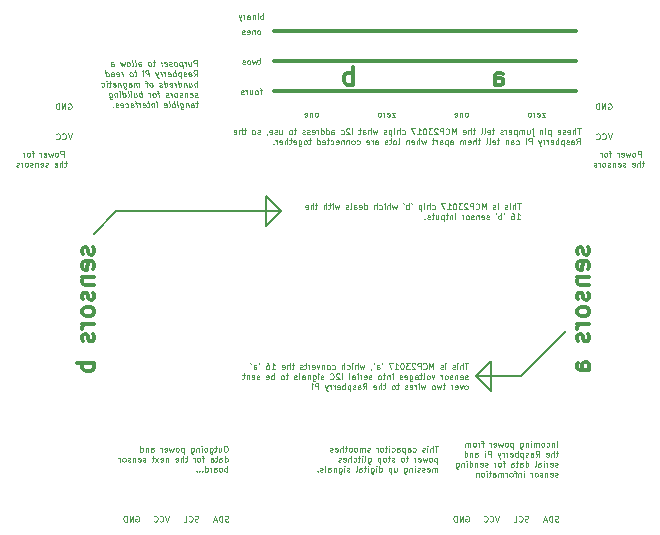
<source format=gbo>
G04 #@! TF.FileFunction,Legend,Bot*
%FSLAX46Y46*%
G04 Gerber Fmt 4.6, Leading zero omitted, Abs format (unit mm)*
G04 Created by KiCad (PCBNEW 4.0.7-e2-6376~58~ubuntu14.04.1) date Thu Dec  7 13:40:56 2017*
%MOMM*%
%LPD*%
G01*
G04 APERTURE LIST*
%ADD10C,0.100000*%
%ADD11C,0.200000*%
%ADD12C,0.300000*%
%ADD13C,0.125000*%
G04 APERTURE END LIST*
D10*
X228587856Y-136326190D02*
X228587856Y-135826190D01*
X228397380Y-135826190D01*
X228349761Y-135850000D01*
X228325952Y-135873810D01*
X228302142Y-135921429D01*
X228302142Y-135992857D01*
X228325952Y-136040476D01*
X228349761Y-136064286D01*
X228397380Y-136088095D01*
X228587856Y-136088095D01*
X228016428Y-136326190D02*
X228064047Y-136302381D01*
X228087856Y-136278571D01*
X228111666Y-136230952D01*
X228111666Y-136088095D01*
X228087856Y-136040476D01*
X228064047Y-136016667D01*
X228016428Y-135992857D01*
X227944999Y-135992857D01*
X227897380Y-136016667D01*
X227873571Y-136040476D01*
X227849761Y-136088095D01*
X227849761Y-136230952D01*
X227873571Y-136278571D01*
X227897380Y-136302381D01*
X227944999Y-136326190D01*
X228016428Y-136326190D01*
X227683094Y-135992857D02*
X227587856Y-136326190D01*
X227492618Y-136088095D01*
X227397380Y-136326190D01*
X227302142Y-135992857D01*
X226921189Y-136302381D02*
X226968808Y-136326190D01*
X227064046Y-136326190D01*
X227111665Y-136302381D01*
X227135475Y-136254762D01*
X227135475Y-136064286D01*
X227111665Y-136016667D01*
X227064046Y-135992857D01*
X226968808Y-135992857D01*
X226921189Y-136016667D01*
X226897380Y-136064286D01*
X226897380Y-136111905D01*
X227135475Y-136159524D01*
X226683094Y-136326190D02*
X226683094Y-135992857D01*
X226683094Y-136088095D02*
X226659285Y-136040476D01*
X226635475Y-136016667D01*
X226587856Y-135992857D01*
X226540237Y-135992857D01*
X226064047Y-135992857D02*
X225873571Y-135992857D01*
X225992618Y-136326190D02*
X225992618Y-135897619D01*
X225968809Y-135850000D01*
X225921190Y-135826190D01*
X225873571Y-135826190D01*
X225635476Y-136326190D02*
X225683095Y-136302381D01*
X225706904Y-136278571D01*
X225730714Y-136230952D01*
X225730714Y-136088095D01*
X225706904Y-136040476D01*
X225683095Y-136016667D01*
X225635476Y-135992857D01*
X225564047Y-135992857D01*
X225516428Y-136016667D01*
X225492619Y-136040476D01*
X225468809Y-136088095D01*
X225468809Y-136230952D01*
X225492619Y-136278571D01*
X225516428Y-136302381D01*
X225564047Y-136326190D01*
X225635476Y-136326190D01*
X225254523Y-136326190D02*
X225254523Y-135992857D01*
X225254523Y-136088095D02*
X225230714Y-136040476D01*
X225206904Y-136016667D01*
X225159285Y-135992857D01*
X225111666Y-135992857D01*
X228849761Y-136842857D02*
X228659285Y-136842857D01*
X228778332Y-136676190D02*
X228778332Y-137104762D01*
X228754523Y-137152381D01*
X228706904Y-137176190D01*
X228659285Y-137176190D01*
X228492618Y-137176190D02*
X228492618Y-136676190D01*
X228278333Y-137176190D02*
X228278333Y-136914286D01*
X228302142Y-136866667D01*
X228349761Y-136842857D01*
X228421190Y-136842857D01*
X228468809Y-136866667D01*
X228492618Y-136890476D01*
X227849761Y-137152381D02*
X227897380Y-137176190D01*
X227992618Y-137176190D01*
X228040237Y-137152381D01*
X228064047Y-137104762D01*
X228064047Y-136914286D01*
X228040237Y-136866667D01*
X227992618Y-136842857D01*
X227897380Y-136842857D01*
X227849761Y-136866667D01*
X227825952Y-136914286D01*
X227825952Y-136961905D01*
X228064047Y-137009524D01*
X227254524Y-137152381D02*
X227206905Y-137176190D01*
X227111667Y-137176190D01*
X227064048Y-137152381D01*
X227040238Y-137104762D01*
X227040238Y-137080952D01*
X227064048Y-137033333D01*
X227111667Y-137009524D01*
X227183095Y-137009524D01*
X227230714Y-136985714D01*
X227254524Y-136938095D01*
X227254524Y-136914286D01*
X227230714Y-136866667D01*
X227183095Y-136842857D01*
X227111667Y-136842857D01*
X227064048Y-136866667D01*
X226635476Y-137152381D02*
X226683095Y-137176190D01*
X226778333Y-137176190D01*
X226825952Y-137152381D01*
X226849762Y-137104762D01*
X226849762Y-136914286D01*
X226825952Y-136866667D01*
X226778333Y-136842857D01*
X226683095Y-136842857D01*
X226635476Y-136866667D01*
X226611667Y-136914286D01*
X226611667Y-136961905D01*
X226849762Y-137009524D01*
X226397381Y-136842857D02*
X226397381Y-137176190D01*
X226397381Y-136890476D02*
X226373572Y-136866667D01*
X226325953Y-136842857D01*
X226254524Y-136842857D01*
X226206905Y-136866667D01*
X226183096Y-136914286D01*
X226183096Y-137176190D01*
X225968810Y-137152381D02*
X225921191Y-137176190D01*
X225825953Y-137176190D01*
X225778334Y-137152381D01*
X225754524Y-137104762D01*
X225754524Y-137080952D01*
X225778334Y-137033333D01*
X225825953Y-137009524D01*
X225897381Y-137009524D01*
X225945000Y-136985714D01*
X225968810Y-136938095D01*
X225968810Y-136914286D01*
X225945000Y-136866667D01*
X225897381Y-136842857D01*
X225825953Y-136842857D01*
X225778334Y-136866667D01*
X225468810Y-137176190D02*
X225516429Y-137152381D01*
X225540238Y-137128571D01*
X225564048Y-137080952D01*
X225564048Y-136938095D01*
X225540238Y-136890476D01*
X225516429Y-136866667D01*
X225468810Y-136842857D01*
X225397381Y-136842857D01*
X225349762Y-136866667D01*
X225325953Y-136890476D01*
X225302143Y-136938095D01*
X225302143Y-137080952D01*
X225325953Y-137128571D01*
X225349762Y-137152381D01*
X225397381Y-137176190D01*
X225468810Y-137176190D01*
X225087857Y-137176190D02*
X225087857Y-136842857D01*
X225087857Y-136938095D02*
X225064048Y-136890476D01*
X225040238Y-136866667D01*
X224992619Y-136842857D01*
X224945000Y-136842857D01*
X224802143Y-137152381D02*
X224754524Y-137176190D01*
X224659286Y-137176190D01*
X224611667Y-137152381D01*
X224587857Y-137104762D01*
X224587857Y-137080952D01*
X224611667Y-137033333D01*
X224659286Y-137009524D01*
X224730714Y-137009524D01*
X224778333Y-136985714D01*
X224802143Y-136938095D01*
X224802143Y-136914286D01*
X224778333Y-136866667D01*
X224730714Y-136842857D01*
X224659286Y-136842857D01*
X224611667Y-136866667D01*
X179692856Y-136326190D02*
X179692856Y-135826190D01*
X179502380Y-135826190D01*
X179454761Y-135850000D01*
X179430952Y-135873810D01*
X179407142Y-135921429D01*
X179407142Y-135992857D01*
X179430952Y-136040476D01*
X179454761Y-136064286D01*
X179502380Y-136088095D01*
X179692856Y-136088095D01*
X179121428Y-136326190D02*
X179169047Y-136302381D01*
X179192856Y-136278571D01*
X179216666Y-136230952D01*
X179216666Y-136088095D01*
X179192856Y-136040476D01*
X179169047Y-136016667D01*
X179121428Y-135992857D01*
X179049999Y-135992857D01*
X179002380Y-136016667D01*
X178978571Y-136040476D01*
X178954761Y-136088095D01*
X178954761Y-136230952D01*
X178978571Y-136278571D01*
X179002380Y-136302381D01*
X179049999Y-136326190D01*
X179121428Y-136326190D01*
X178788094Y-135992857D02*
X178692856Y-136326190D01*
X178597618Y-136088095D01*
X178502380Y-136326190D01*
X178407142Y-135992857D01*
X178026189Y-136302381D02*
X178073808Y-136326190D01*
X178169046Y-136326190D01*
X178216665Y-136302381D01*
X178240475Y-136254762D01*
X178240475Y-136064286D01*
X178216665Y-136016667D01*
X178169046Y-135992857D01*
X178073808Y-135992857D01*
X178026189Y-136016667D01*
X178002380Y-136064286D01*
X178002380Y-136111905D01*
X178240475Y-136159524D01*
X177788094Y-136326190D02*
X177788094Y-135992857D01*
X177788094Y-136088095D02*
X177764285Y-136040476D01*
X177740475Y-136016667D01*
X177692856Y-135992857D01*
X177645237Y-135992857D01*
X177169047Y-135992857D02*
X176978571Y-135992857D01*
X177097618Y-136326190D02*
X177097618Y-135897619D01*
X177073809Y-135850000D01*
X177026190Y-135826190D01*
X176978571Y-135826190D01*
X176740476Y-136326190D02*
X176788095Y-136302381D01*
X176811904Y-136278571D01*
X176835714Y-136230952D01*
X176835714Y-136088095D01*
X176811904Y-136040476D01*
X176788095Y-136016667D01*
X176740476Y-135992857D01*
X176669047Y-135992857D01*
X176621428Y-136016667D01*
X176597619Y-136040476D01*
X176573809Y-136088095D01*
X176573809Y-136230952D01*
X176597619Y-136278571D01*
X176621428Y-136302381D01*
X176669047Y-136326190D01*
X176740476Y-136326190D01*
X176359523Y-136326190D02*
X176359523Y-135992857D01*
X176359523Y-136088095D02*
X176335714Y-136040476D01*
X176311904Y-136016667D01*
X176264285Y-135992857D01*
X176216666Y-135992857D01*
X179954761Y-136842857D02*
X179764285Y-136842857D01*
X179883332Y-136676190D02*
X179883332Y-137104762D01*
X179859523Y-137152381D01*
X179811904Y-137176190D01*
X179764285Y-137176190D01*
X179597618Y-137176190D02*
X179597618Y-136676190D01*
X179383333Y-137176190D02*
X179383333Y-136914286D01*
X179407142Y-136866667D01*
X179454761Y-136842857D01*
X179526190Y-136842857D01*
X179573809Y-136866667D01*
X179597618Y-136890476D01*
X178954761Y-137152381D02*
X179002380Y-137176190D01*
X179097618Y-137176190D01*
X179145237Y-137152381D01*
X179169047Y-137104762D01*
X179169047Y-136914286D01*
X179145237Y-136866667D01*
X179097618Y-136842857D01*
X179002380Y-136842857D01*
X178954761Y-136866667D01*
X178930952Y-136914286D01*
X178930952Y-136961905D01*
X179169047Y-137009524D01*
X178359524Y-137152381D02*
X178311905Y-137176190D01*
X178216667Y-137176190D01*
X178169048Y-137152381D01*
X178145238Y-137104762D01*
X178145238Y-137080952D01*
X178169048Y-137033333D01*
X178216667Y-137009524D01*
X178288095Y-137009524D01*
X178335714Y-136985714D01*
X178359524Y-136938095D01*
X178359524Y-136914286D01*
X178335714Y-136866667D01*
X178288095Y-136842857D01*
X178216667Y-136842857D01*
X178169048Y-136866667D01*
X177740476Y-137152381D02*
X177788095Y-137176190D01*
X177883333Y-137176190D01*
X177930952Y-137152381D01*
X177954762Y-137104762D01*
X177954762Y-136914286D01*
X177930952Y-136866667D01*
X177883333Y-136842857D01*
X177788095Y-136842857D01*
X177740476Y-136866667D01*
X177716667Y-136914286D01*
X177716667Y-136961905D01*
X177954762Y-137009524D01*
X177502381Y-136842857D02*
X177502381Y-137176190D01*
X177502381Y-136890476D02*
X177478572Y-136866667D01*
X177430953Y-136842857D01*
X177359524Y-136842857D01*
X177311905Y-136866667D01*
X177288096Y-136914286D01*
X177288096Y-137176190D01*
X177073810Y-137152381D02*
X177026191Y-137176190D01*
X176930953Y-137176190D01*
X176883334Y-137152381D01*
X176859524Y-137104762D01*
X176859524Y-137080952D01*
X176883334Y-137033333D01*
X176930953Y-137009524D01*
X177002381Y-137009524D01*
X177050000Y-136985714D01*
X177073810Y-136938095D01*
X177073810Y-136914286D01*
X177050000Y-136866667D01*
X177002381Y-136842857D01*
X176930953Y-136842857D01*
X176883334Y-136866667D01*
X176573810Y-137176190D02*
X176621429Y-137152381D01*
X176645238Y-137128571D01*
X176669048Y-137080952D01*
X176669048Y-136938095D01*
X176645238Y-136890476D01*
X176621429Y-136866667D01*
X176573810Y-136842857D01*
X176502381Y-136842857D01*
X176454762Y-136866667D01*
X176430953Y-136890476D01*
X176407143Y-136938095D01*
X176407143Y-137080952D01*
X176430953Y-137128571D01*
X176454762Y-137152381D01*
X176502381Y-137176190D01*
X176573810Y-137176190D01*
X176192857Y-137176190D02*
X176192857Y-136842857D01*
X176192857Y-136938095D02*
X176169048Y-136890476D01*
X176145238Y-136866667D01*
X176097619Y-136842857D01*
X176050000Y-136842857D01*
X175907143Y-137152381D02*
X175859524Y-137176190D01*
X175764286Y-137176190D01*
X175716667Y-137152381D01*
X175692857Y-137104762D01*
X175692857Y-137080952D01*
X175716667Y-137033333D01*
X175764286Y-137009524D01*
X175835714Y-137009524D01*
X175883333Y-136985714D01*
X175907143Y-136938095D01*
X175907143Y-136914286D01*
X175883333Y-136866667D01*
X175835714Y-136842857D01*
X175764286Y-136842857D01*
X175716667Y-136866667D01*
X193460714Y-160801190D02*
X193365476Y-160801190D01*
X193317857Y-160825000D01*
X193270238Y-160872619D01*
X193246429Y-160967857D01*
X193246429Y-161134524D01*
X193270238Y-161229762D01*
X193317857Y-161277381D01*
X193365476Y-161301190D01*
X193460714Y-161301190D01*
X193508333Y-161277381D01*
X193555952Y-161229762D01*
X193579762Y-161134524D01*
X193579762Y-160967857D01*
X193555952Y-160872619D01*
X193508333Y-160825000D01*
X193460714Y-160801190D01*
X192817857Y-160967857D02*
X192817857Y-161301190D01*
X193032142Y-160967857D02*
X193032142Y-161229762D01*
X193008333Y-161277381D01*
X192960714Y-161301190D01*
X192889285Y-161301190D01*
X192841666Y-161277381D01*
X192817857Y-161253571D01*
X192651190Y-160967857D02*
X192460714Y-160967857D01*
X192579761Y-160801190D02*
X192579761Y-161229762D01*
X192555952Y-161277381D01*
X192508333Y-161301190D01*
X192460714Y-161301190D01*
X192079762Y-160967857D02*
X192079762Y-161372619D01*
X192103571Y-161420238D01*
X192127381Y-161444048D01*
X192175000Y-161467857D01*
X192246428Y-161467857D01*
X192294047Y-161444048D01*
X192079762Y-161277381D02*
X192127381Y-161301190D01*
X192222619Y-161301190D01*
X192270238Y-161277381D01*
X192294047Y-161253571D01*
X192317857Y-161205952D01*
X192317857Y-161063095D01*
X192294047Y-161015476D01*
X192270238Y-160991667D01*
X192222619Y-160967857D01*
X192127381Y-160967857D01*
X192079762Y-160991667D01*
X191770238Y-161301190D02*
X191817857Y-161277381D01*
X191841666Y-161253571D01*
X191865476Y-161205952D01*
X191865476Y-161063095D01*
X191841666Y-161015476D01*
X191817857Y-160991667D01*
X191770238Y-160967857D01*
X191698809Y-160967857D01*
X191651190Y-160991667D01*
X191627381Y-161015476D01*
X191603571Y-161063095D01*
X191603571Y-161205952D01*
X191627381Y-161253571D01*
X191651190Y-161277381D01*
X191698809Y-161301190D01*
X191770238Y-161301190D01*
X191389285Y-161301190D02*
X191389285Y-160967857D01*
X191389285Y-160801190D02*
X191413095Y-160825000D01*
X191389285Y-160848810D01*
X191365476Y-160825000D01*
X191389285Y-160801190D01*
X191389285Y-160848810D01*
X191151190Y-160967857D02*
X191151190Y-161301190D01*
X191151190Y-161015476D02*
X191127381Y-160991667D01*
X191079762Y-160967857D01*
X191008333Y-160967857D01*
X190960714Y-160991667D01*
X190936905Y-161039286D01*
X190936905Y-161301190D01*
X190484524Y-160967857D02*
X190484524Y-161372619D01*
X190508333Y-161420238D01*
X190532143Y-161444048D01*
X190579762Y-161467857D01*
X190651190Y-161467857D01*
X190698809Y-161444048D01*
X190484524Y-161277381D02*
X190532143Y-161301190D01*
X190627381Y-161301190D01*
X190675000Y-161277381D01*
X190698809Y-161253571D01*
X190722619Y-161205952D01*
X190722619Y-161063095D01*
X190698809Y-161015476D01*
X190675000Y-160991667D01*
X190627381Y-160967857D01*
X190532143Y-160967857D01*
X190484524Y-160991667D01*
X189865476Y-160967857D02*
X189865476Y-161467857D01*
X189865476Y-160991667D02*
X189817857Y-160967857D01*
X189722619Y-160967857D01*
X189675000Y-160991667D01*
X189651191Y-161015476D01*
X189627381Y-161063095D01*
X189627381Y-161205952D01*
X189651191Y-161253571D01*
X189675000Y-161277381D01*
X189722619Y-161301190D01*
X189817857Y-161301190D01*
X189865476Y-161277381D01*
X189341667Y-161301190D02*
X189389286Y-161277381D01*
X189413095Y-161253571D01*
X189436905Y-161205952D01*
X189436905Y-161063095D01*
X189413095Y-161015476D01*
X189389286Y-160991667D01*
X189341667Y-160967857D01*
X189270238Y-160967857D01*
X189222619Y-160991667D01*
X189198810Y-161015476D01*
X189175000Y-161063095D01*
X189175000Y-161205952D01*
X189198810Y-161253571D01*
X189222619Y-161277381D01*
X189270238Y-161301190D01*
X189341667Y-161301190D01*
X189008333Y-160967857D02*
X188913095Y-161301190D01*
X188817857Y-161063095D01*
X188722619Y-161301190D01*
X188627381Y-160967857D01*
X188246428Y-161277381D02*
X188294047Y-161301190D01*
X188389285Y-161301190D01*
X188436904Y-161277381D01*
X188460714Y-161229762D01*
X188460714Y-161039286D01*
X188436904Y-160991667D01*
X188389285Y-160967857D01*
X188294047Y-160967857D01*
X188246428Y-160991667D01*
X188222619Y-161039286D01*
X188222619Y-161086905D01*
X188460714Y-161134524D01*
X188008333Y-161301190D02*
X188008333Y-160967857D01*
X188008333Y-161063095D02*
X187984524Y-161015476D01*
X187960714Y-160991667D01*
X187913095Y-160967857D01*
X187865476Y-160967857D01*
X187103572Y-161301190D02*
X187103572Y-161039286D01*
X187127381Y-160991667D01*
X187175000Y-160967857D01*
X187270238Y-160967857D01*
X187317857Y-160991667D01*
X187103572Y-161277381D02*
X187151191Y-161301190D01*
X187270238Y-161301190D01*
X187317857Y-161277381D01*
X187341667Y-161229762D01*
X187341667Y-161182143D01*
X187317857Y-161134524D01*
X187270238Y-161110714D01*
X187151191Y-161110714D01*
X187103572Y-161086905D01*
X186865476Y-160967857D02*
X186865476Y-161301190D01*
X186865476Y-161015476D02*
X186841667Y-160991667D01*
X186794048Y-160967857D01*
X186722619Y-160967857D01*
X186675000Y-160991667D01*
X186651191Y-161039286D01*
X186651191Y-161301190D01*
X186198810Y-161301190D02*
X186198810Y-160801190D01*
X186198810Y-161277381D02*
X186246429Y-161301190D01*
X186341667Y-161301190D01*
X186389286Y-161277381D01*
X186413095Y-161253571D01*
X186436905Y-161205952D01*
X186436905Y-161063095D01*
X186413095Y-161015476D01*
X186389286Y-160991667D01*
X186341667Y-160967857D01*
X186246429Y-160967857D01*
X186198810Y-160991667D01*
X193341667Y-162151190D02*
X193341667Y-161651190D01*
X193341667Y-162127381D02*
X193389286Y-162151190D01*
X193484524Y-162151190D01*
X193532143Y-162127381D01*
X193555952Y-162103571D01*
X193579762Y-162055952D01*
X193579762Y-161913095D01*
X193555952Y-161865476D01*
X193532143Y-161841667D01*
X193484524Y-161817857D01*
X193389286Y-161817857D01*
X193341667Y-161841667D01*
X192889286Y-162151190D02*
X192889286Y-161889286D01*
X192913095Y-161841667D01*
X192960714Y-161817857D01*
X193055952Y-161817857D01*
X193103571Y-161841667D01*
X192889286Y-162127381D02*
X192936905Y-162151190D01*
X193055952Y-162151190D01*
X193103571Y-162127381D01*
X193127381Y-162079762D01*
X193127381Y-162032143D01*
X193103571Y-161984524D01*
X193055952Y-161960714D01*
X192936905Y-161960714D01*
X192889286Y-161936905D01*
X192722619Y-161817857D02*
X192532143Y-161817857D01*
X192651190Y-161651190D02*
X192651190Y-162079762D01*
X192627381Y-162127381D01*
X192579762Y-162151190D01*
X192532143Y-162151190D01*
X192151191Y-162151190D02*
X192151191Y-161889286D01*
X192175000Y-161841667D01*
X192222619Y-161817857D01*
X192317857Y-161817857D01*
X192365476Y-161841667D01*
X192151191Y-162127381D02*
X192198810Y-162151190D01*
X192317857Y-162151190D01*
X192365476Y-162127381D01*
X192389286Y-162079762D01*
X192389286Y-162032143D01*
X192365476Y-161984524D01*
X192317857Y-161960714D01*
X192198810Y-161960714D01*
X192151191Y-161936905D01*
X191603572Y-161817857D02*
X191413096Y-161817857D01*
X191532143Y-162151190D02*
X191532143Y-161722619D01*
X191508334Y-161675000D01*
X191460715Y-161651190D01*
X191413096Y-161651190D01*
X191175001Y-162151190D02*
X191222620Y-162127381D01*
X191246429Y-162103571D01*
X191270239Y-162055952D01*
X191270239Y-161913095D01*
X191246429Y-161865476D01*
X191222620Y-161841667D01*
X191175001Y-161817857D01*
X191103572Y-161817857D01*
X191055953Y-161841667D01*
X191032144Y-161865476D01*
X191008334Y-161913095D01*
X191008334Y-162055952D01*
X191032144Y-162103571D01*
X191055953Y-162127381D01*
X191103572Y-162151190D01*
X191175001Y-162151190D01*
X190794048Y-162151190D02*
X190794048Y-161817857D01*
X190794048Y-161913095D02*
X190770239Y-161865476D01*
X190746429Y-161841667D01*
X190698810Y-161817857D01*
X190651191Y-161817857D01*
X190175001Y-161817857D02*
X189984525Y-161817857D01*
X190103572Y-161651190D02*
X190103572Y-162079762D01*
X190079763Y-162127381D01*
X190032144Y-162151190D01*
X189984525Y-162151190D01*
X189817858Y-162151190D02*
X189817858Y-161651190D01*
X189603573Y-162151190D02*
X189603573Y-161889286D01*
X189627382Y-161841667D01*
X189675001Y-161817857D01*
X189746430Y-161817857D01*
X189794049Y-161841667D01*
X189817858Y-161865476D01*
X189175001Y-162127381D02*
X189222620Y-162151190D01*
X189317858Y-162151190D01*
X189365477Y-162127381D01*
X189389287Y-162079762D01*
X189389287Y-161889286D01*
X189365477Y-161841667D01*
X189317858Y-161817857D01*
X189222620Y-161817857D01*
X189175001Y-161841667D01*
X189151192Y-161889286D01*
X189151192Y-161936905D01*
X189389287Y-161984524D01*
X188555954Y-161817857D02*
X188555954Y-162151190D01*
X188555954Y-161865476D02*
X188532145Y-161841667D01*
X188484526Y-161817857D01*
X188413097Y-161817857D01*
X188365478Y-161841667D01*
X188341669Y-161889286D01*
X188341669Y-162151190D01*
X187913097Y-162127381D02*
X187960716Y-162151190D01*
X188055954Y-162151190D01*
X188103573Y-162127381D01*
X188127383Y-162079762D01*
X188127383Y-161889286D01*
X188103573Y-161841667D01*
X188055954Y-161817857D01*
X187960716Y-161817857D01*
X187913097Y-161841667D01*
X187889288Y-161889286D01*
X187889288Y-161936905D01*
X188127383Y-161984524D01*
X187722621Y-162151190D02*
X187460717Y-161817857D01*
X187722621Y-161817857D02*
X187460717Y-162151190D01*
X187341669Y-161817857D02*
X187151193Y-161817857D01*
X187270240Y-161651190D02*
X187270240Y-162079762D01*
X187246431Y-162127381D01*
X187198812Y-162151190D01*
X187151193Y-162151190D01*
X186627384Y-162127381D02*
X186579765Y-162151190D01*
X186484527Y-162151190D01*
X186436908Y-162127381D01*
X186413098Y-162079762D01*
X186413098Y-162055952D01*
X186436908Y-162008333D01*
X186484527Y-161984524D01*
X186555955Y-161984524D01*
X186603574Y-161960714D01*
X186627384Y-161913095D01*
X186627384Y-161889286D01*
X186603574Y-161841667D01*
X186555955Y-161817857D01*
X186484527Y-161817857D01*
X186436908Y-161841667D01*
X186008336Y-162127381D02*
X186055955Y-162151190D01*
X186151193Y-162151190D01*
X186198812Y-162127381D01*
X186222622Y-162079762D01*
X186222622Y-161889286D01*
X186198812Y-161841667D01*
X186151193Y-161817857D01*
X186055955Y-161817857D01*
X186008336Y-161841667D01*
X185984527Y-161889286D01*
X185984527Y-161936905D01*
X186222622Y-161984524D01*
X185770241Y-161817857D02*
X185770241Y-162151190D01*
X185770241Y-161865476D02*
X185746432Y-161841667D01*
X185698813Y-161817857D01*
X185627384Y-161817857D01*
X185579765Y-161841667D01*
X185555956Y-161889286D01*
X185555956Y-162151190D01*
X185341670Y-162127381D02*
X185294051Y-162151190D01*
X185198813Y-162151190D01*
X185151194Y-162127381D01*
X185127384Y-162079762D01*
X185127384Y-162055952D01*
X185151194Y-162008333D01*
X185198813Y-161984524D01*
X185270241Y-161984524D01*
X185317860Y-161960714D01*
X185341670Y-161913095D01*
X185341670Y-161889286D01*
X185317860Y-161841667D01*
X185270241Y-161817857D01*
X185198813Y-161817857D01*
X185151194Y-161841667D01*
X184841670Y-162151190D02*
X184889289Y-162127381D01*
X184913098Y-162103571D01*
X184936908Y-162055952D01*
X184936908Y-161913095D01*
X184913098Y-161865476D01*
X184889289Y-161841667D01*
X184841670Y-161817857D01*
X184770241Y-161817857D01*
X184722622Y-161841667D01*
X184698813Y-161865476D01*
X184675003Y-161913095D01*
X184675003Y-162055952D01*
X184698813Y-162103571D01*
X184722622Y-162127381D01*
X184770241Y-162151190D01*
X184841670Y-162151190D01*
X184460717Y-162151190D02*
X184460717Y-161817857D01*
X184460717Y-161913095D02*
X184436908Y-161865476D01*
X184413098Y-161841667D01*
X184365479Y-161817857D01*
X184317860Y-161817857D01*
X193555952Y-163001190D02*
X193555952Y-162501190D01*
X193555952Y-162691667D02*
X193508333Y-162667857D01*
X193413095Y-162667857D01*
X193365476Y-162691667D01*
X193341667Y-162715476D01*
X193317857Y-162763095D01*
X193317857Y-162905952D01*
X193341667Y-162953571D01*
X193365476Y-162977381D01*
X193413095Y-163001190D01*
X193508333Y-163001190D01*
X193555952Y-162977381D01*
X193032143Y-163001190D02*
X193079762Y-162977381D01*
X193103571Y-162953571D01*
X193127381Y-162905952D01*
X193127381Y-162763095D01*
X193103571Y-162715476D01*
X193079762Y-162691667D01*
X193032143Y-162667857D01*
X192960714Y-162667857D01*
X192913095Y-162691667D01*
X192889286Y-162715476D01*
X192865476Y-162763095D01*
X192865476Y-162905952D01*
X192889286Y-162953571D01*
X192913095Y-162977381D01*
X192960714Y-163001190D01*
X193032143Y-163001190D01*
X192436905Y-163001190D02*
X192436905Y-162739286D01*
X192460714Y-162691667D01*
X192508333Y-162667857D01*
X192603571Y-162667857D01*
X192651190Y-162691667D01*
X192436905Y-162977381D02*
X192484524Y-163001190D01*
X192603571Y-163001190D01*
X192651190Y-162977381D01*
X192675000Y-162929762D01*
X192675000Y-162882143D01*
X192651190Y-162834524D01*
X192603571Y-162810714D01*
X192484524Y-162810714D01*
X192436905Y-162786905D01*
X192198809Y-163001190D02*
X192198809Y-162667857D01*
X192198809Y-162763095D02*
X192175000Y-162715476D01*
X192151190Y-162691667D01*
X192103571Y-162667857D01*
X192055952Y-162667857D01*
X191675000Y-163001190D02*
X191675000Y-162501190D01*
X191675000Y-162977381D02*
X191722619Y-163001190D01*
X191817857Y-163001190D01*
X191865476Y-162977381D01*
X191889285Y-162953571D01*
X191913095Y-162905952D01*
X191913095Y-162763095D01*
X191889285Y-162715476D01*
X191865476Y-162691667D01*
X191817857Y-162667857D01*
X191722619Y-162667857D01*
X191675000Y-162691667D01*
X191436904Y-162953571D02*
X191413095Y-162977381D01*
X191436904Y-163001190D01*
X191460714Y-162977381D01*
X191436904Y-162953571D01*
X191436904Y-163001190D01*
X191198809Y-162953571D02*
X191175000Y-162977381D01*
X191198809Y-163001190D01*
X191222619Y-162977381D01*
X191198809Y-162953571D01*
X191198809Y-163001190D01*
X190960714Y-162953571D02*
X190936905Y-162977381D01*
X190960714Y-163001190D01*
X190984524Y-162977381D01*
X190960714Y-162953571D01*
X190960714Y-163001190D01*
D11*
X215900000Y-156210000D02*
X214630000Y-154940000D01*
X215900000Y-153670000D02*
X215900000Y-156210000D01*
X214630000Y-154940000D02*
X215900000Y-153670000D01*
X218440000Y-154940000D02*
X214630000Y-154940000D01*
X222250000Y-151130000D02*
X218440000Y-154940000D01*
X184150000Y-140970000D02*
X182245000Y-142875000D01*
D10*
X226091666Y-134346190D02*
X225924999Y-134846190D01*
X225758333Y-134346190D01*
X225305952Y-134798571D02*
X225329762Y-134822381D01*
X225401190Y-134846190D01*
X225448809Y-134846190D01*
X225520238Y-134822381D01*
X225567857Y-134774762D01*
X225591666Y-134727143D01*
X225615476Y-134631905D01*
X225615476Y-134560476D01*
X225591666Y-134465238D01*
X225567857Y-134417619D01*
X225520238Y-134370000D01*
X225448809Y-134346190D01*
X225401190Y-134346190D01*
X225329762Y-134370000D01*
X225305952Y-134393810D01*
X224805952Y-134798571D02*
X224829762Y-134822381D01*
X224901190Y-134846190D01*
X224948809Y-134846190D01*
X225020238Y-134822381D01*
X225067857Y-134774762D01*
X225091666Y-134727143D01*
X225115476Y-134631905D01*
X225115476Y-134560476D01*
X225091666Y-134465238D01*
X225067857Y-134417619D01*
X225020238Y-134370000D01*
X224948809Y-134346190D01*
X224901190Y-134346190D01*
X224829762Y-134370000D01*
X224805952Y-134393810D01*
X180371666Y-134346190D02*
X180204999Y-134846190D01*
X180038333Y-134346190D01*
X179585952Y-134798571D02*
X179609762Y-134822381D01*
X179681190Y-134846190D01*
X179728809Y-134846190D01*
X179800238Y-134822381D01*
X179847857Y-134774762D01*
X179871666Y-134727143D01*
X179895476Y-134631905D01*
X179895476Y-134560476D01*
X179871666Y-134465238D01*
X179847857Y-134417619D01*
X179800238Y-134370000D01*
X179728809Y-134346190D01*
X179681190Y-134346190D01*
X179609762Y-134370000D01*
X179585952Y-134393810D01*
X179085952Y-134798571D02*
X179109762Y-134822381D01*
X179181190Y-134846190D01*
X179228809Y-134846190D01*
X179300238Y-134822381D01*
X179347857Y-134774762D01*
X179371666Y-134727143D01*
X179395476Y-134631905D01*
X179395476Y-134560476D01*
X179371666Y-134465238D01*
X179347857Y-134417619D01*
X179300238Y-134370000D01*
X179228809Y-134346190D01*
X179181190Y-134346190D01*
X179109762Y-134370000D01*
X179085952Y-134393810D01*
X225805953Y-131830000D02*
X225853572Y-131806190D01*
X225925000Y-131806190D01*
X225996429Y-131830000D01*
X226044048Y-131877619D01*
X226067857Y-131925238D01*
X226091667Y-132020476D01*
X226091667Y-132091905D01*
X226067857Y-132187143D01*
X226044048Y-132234762D01*
X225996429Y-132282381D01*
X225925000Y-132306190D01*
X225877381Y-132306190D01*
X225805953Y-132282381D01*
X225782143Y-132258571D01*
X225782143Y-132091905D01*
X225877381Y-132091905D01*
X225567857Y-132306190D02*
X225567857Y-131806190D01*
X225282143Y-132306190D01*
X225282143Y-131806190D01*
X225044047Y-132306190D02*
X225044047Y-131806190D01*
X224925000Y-131806190D01*
X224853571Y-131830000D01*
X224805952Y-131877619D01*
X224782143Y-131925238D01*
X224758333Y-132020476D01*
X224758333Y-132091905D01*
X224782143Y-132187143D01*
X224805952Y-132234762D01*
X224853571Y-132282381D01*
X224925000Y-132306190D01*
X225044047Y-132306190D01*
X180085953Y-131830000D02*
X180133572Y-131806190D01*
X180205000Y-131806190D01*
X180276429Y-131830000D01*
X180324048Y-131877619D01*
X180347857Y-131925238D01*
X180371667Y-132020476D01*
X180371667Y-132091905D01*
X180347857Y-132187143D01*
X180324048Y-132234762D01*
X180276429Y-132282381D01*
X180205000Y-132306190D01*
X180157381Y-132306190D01*
X180085953Y-132282381D01*
X180062143Y-132258571D01*
X180062143Y-132091905D01*
X180157381Y-132091905D01*
X179847857Y-132306190D02*
X179847857Y-131806190D01*
X179562143Y-132306190D01*
X179562143Y-131806190D01*
X179324047Y-132306190D02*
X179324047Y-131806190D01*
X179205000Y-131806190D01*
X179133571Y-131830000D01*
X179085952Y-131877619D01*
X179062143Y-131925238D01*
X179038333Y-132020476D01*
X179038333Y-132091905D01*
X179062143Y-132187143D01*
X179085952Y-132234762D01*
X179133571Y-132282381D01*
X179205000Y-132306190D01*
X179324047Y-132306190D01*
D12*
X182217143Y-143975000D02*
X182288571Y-144117857D01*
X182288571Y-144403572D01*
X182217143Y-144546429D01*
X182074286Y-144617857D01*
X182002857Y-144617857D01*
X181860000Y-144546429D01*
X181788571Y-144403572D01*
X181788571Y-144189286D01*
X181717143Y-144046429D01*
X181574286Y-143975000D01*
X181502857Y-143975000D01*
X181360000Y-144046429D01*
X181288571Y-144189286D01*
X181288571Y-144403572D01*
X181360000Y-144546429D01*
X182217143Y-145832143D02*
X182288571Y-145689286D01*
X182288571Y-145403572D01*
X182217143Y-145260715D01*
X182074286Y-145189286D01*
X181502857Y-145189286D01*
X181360000Y-145260715D01*
X181288571Y-145403572D01*
X181288571Y-145689286D01*
X181360000Y-145832143D01*
X181502857Y-145903572D01*
X181645714Y-145903572D01*
X181788571Y-145189286D01*
X181288571Y-146546429D02*
X182288571Y-146546429D01*
X181431429Y-146546429D02*
X181360000Y-146617857D01*
X181288571Y-146760715D01*
X181288571Y-146975000D01*
X181360000Y-147117857D01*
X181502857Y-147189286D01*
X182288571Y-147189286D01*
X182217143Y-147832143D02*
X182288571Y-147975000D01*
X182288571Y-148260715D01*
X182217143Y-148403572D01*
X182074286Y-148475000D01*
X182002857Y-148475000D01*
X181860000Y-148403572D01*
X181788571Y-148260715D01*
X181788571Y-148046429D01*
X181717143Y-147903572D01*
X181574286Y-147832143D01*
X181502857Y-147832143D01*
X181360000Y-147903572D01*
X181288571Y-148046429D01*
X181288571Y-148260715D01*
X181360000Y-148403572D01*
X182288571Y-149332144D02*
X182217143Y-149189286D01*
X182145714Y-149117858D01*
X182002857Y-149046429D01*
X181574286Y-149046429D01*
X181431429Y-149117858D01*
X181360000Y-149189286D01*
X181288571Y-149332144D01*
X181288571Y-149546429D01*
X181360000Y-149689286D01*
X181431429Y-149760715D01*
X181574286Y-149832144D01*
X182002857Y-149832144D01*
X182145714Y-149760715D01*
X182217143Y-149689286D01*
X182288571Y-149546429D01*
X182288571Y-149332144D01*
X182288571Y-150475001D02*
X181288571Y-150475001D01*
X181574286Y-150475001D02*
X181431429Y-150546429D01*
X181360000Y-150617858D01*
X181288571Y-150760715D01*
X181288571Y-150903572D01*
X182217143Y-151332143D02*
X182288571Y-151475000D01*
X182288571Y-151760715D01*
X182217143Y-151903572D01*
X182074286Y-151975000D01*
X182002857Y-151975000D01*
X181860000Y-151903572D01*
X181788571Y-151760715D01*
X181788571Y-151546429D01*
X181717143Y-151403572D01*
X181574286Y-151332143D01*
X181502857Y-151332143D01*
X181360000Y-151403572D01*
X181288571Y-151546429D01*
X181288571Y-151760715D01*
X181360000Y-151903572D01*
X182288571Y-153760715D02*
X180788571Y-153760715D01*
X181360000Y-153760715D02*
X181288571Y-153903572D01*
X181288571Y-154189286D01*
X181360000Y-154332143D01*
X181431429Y-154403572D01*
X181574286Y-154475001D01*
X182002857Y-154475001D01*
X182145714Y-154403572D01*
X182217143Y-154332143D01*
X182288571Y-154189286D01*
X182288571Y-153903572D01*
X182217143Y-153760715D01*
X224127143Y-143975000D02*
X224198571Y-144117857D01*
X224198571Y-144403572D01*
X224127143Y-144546429D01*
X223984286Y-144617857D01*
X223912857Y-144617857D01*
X223770000Y-144546429D01*
X223698571Y-144403572D01*
X223698571Y-144189286D01*
X223627143Y-144046429D01*
X223484286Y-143975000D01*
X223412857Y-143975000D01*
X223270000Y-144046429D01*
X223198571Y-144189286D01*
X223198571Y-144403572D01*
X223270000Y-144546429D01*
X224127143Y-145832143D02*
X224198571Y-145689286D01*
X224198571Y-145403572D01*
X224127143Y-145260715D01*
X223984286Y-145189286D01*
X223412857Y-145189286D01*
X223270000Y-145260715D01*
X223198571Y-145403572D01*
X223198571Y-145689286D01*
X223270000Y-145832143D01*
X223412857Y-145903572D01*
X223555714Y-145903572D01*
X223698571Y-145189286D01*
X223198571Y-146546429D02*
X224198571Y-146546429D01*
X223341429Y-146546429D02*
X223270000Y-146617857D01*
X223198571Y-146760715D01*
X223198571Y-146975000D01*
X223270000Y-147117857D01*
X223412857Y-147189286D01*
X224198571Y-147189286D01*
X224127143Y-147832143D02*
X224198571Y-147975000D01*
X224198571Y-148260715D01*
X224127143Y-148403572D01*
X223984286Y-148475000D01*
X223912857Y-148475000D01*
X223770000Y-148403572D01*
X223698571Y-148260715D01*
X223698571Y-148046429D01*
X223627143Y-147903572D01*
X223484286Y-147832143D01*
X223412857Y-147832143D01*
X223270000Y-147903572D01*
X223198571Y-148046429D01*
X223198571Y-148260715D01*
X223270000Y-148403572D01*
X224198571Y-149332144D02*
X224127143Y-149189286D01*
X224055714Y-149117858D01*
X223912857Y-149046429D01*
X223484286Y-149046429D01*
X223341429Y-149117858D01*
X223270000Y-149189286D01*
X223198571Y-149332144D01*
X223198571Y-149546429D01*
X223270000Y-149689286D01*
X223341429Y-149760715D01*
X223484286Y-149832144D01*
X223912857Y-149832144D01*
X224055714Y-149760715D01*
X224127143Y-149689286D01*
X224198571Y-149546429D01*
X224198571Y-149332144D01*
X224198571Y-150475001D02*
X223198571Y-150475001D01*
X223484286Y-150475001D02*
X223341429Y-150546429D01*
X223270000Y-150617858D01*
X223198571Y-150760715D01*
X223198571Y-150903572D01*
X224127143Y-151332143D02*
X224198571Y-151475000D01*
X224198571Y-151760715D01*
X224127143Y-151903572D01*
X223984286Y-151975000D01*
X223912857Y-151975000D01*
X223770000Y-151903572D01*
X223698571Y-151760715D01*
X223698571Y-151546429D01*
X223627143Y-151403572D01*
X223484286Y-151332143D01*
X223412857Y-151332143D01*
X223270000Y-151403572D01*
X223198571Y-151546429D01*
X223198571Y-151760715D01*
X223270000Y-151903572D01*
X224198571Y-154403572D02*
X223412857Y-154403572D01*
X223270000Y-154332143D01*
X223198571Y-154189286D01*
X223198571Y-153903572D01*
X223270000Y-153760715D01*
X224127143Y-154403572D02*
X224198571Y-154260715D01*
X224198571Y-153903572D01*
X224127143Y-153760715D01*
X223984286Y-153689286D01*
X223841429Y-153689286D01*
X223698571Y-153760715D01*
X223627143Y-153903572D01*
X223627143Y-154260715D01*
X223555714Y-154403572D01*
X216213571Y-130218571D02*
X216213571Y-129432857D01*
X216285000Y-129290000D01*
X216427857Y-129218571D01*
X216713571Y-129218571D01*
X216856428Y-129290000D01*
X216213571Y-130147143D02*
X216356428Y-130218571D01*
X216713571Y-130218571D01*
X216856428Y-130147143D01*
X216927857Y-130004286D01*
X216927857Y-129861429D01*
X216856428Y-129718571D01*
X216713571Y-129647143D01*
X216356428Y-129647143D01*
X216213571Y-129575714D01*
X204156428Y-130218571D02*
X204156428Y-128718571D01*
X204156428Y-129290000D02*
X204013571Y-129218571D01*
X203727857Y-129218571D01*
X203585000Y-129290000D01*
X203513571Y-129361429D01*
X203442142Y-129504286D01*
X203442142Y-129932857D01*
X203513571Y-130075714D01*
X203585000Y-130147143D01*
X203727857Y-130218571D01*
X204013571Y-130218571D01*
X204156428Y-130147143D01*
D13*
X191012976Y-128651190D02*
X190950476Y-128151190D01*
X190760000Y-128151190D01*
X190715357Y-128175000D01*
X190694524Y-128198810D01*
X190676667Y-128246429D01*
X190685595Y-128317857D01*
X190715357Y-128365476D01*
X190742143Y-128389286D01*
X190792738Y-128413095D01*
X190983214Y-128413095D01*
X190257024Y-128317857D02*
X190298691Y-128651190D01*
X190471309Y-128317857D02*
X190504047Y-128579762D01*
X190486191Y-128627381D01*
X190441548Y-128651190D01*
X190370119Y-128651190D01*
X190319524Y-128627381D01*
X190292738Y-128603571D01*
X190060595Y-128651190D02*
X190018928Y-128317857D01*
X190030833Y-128413095D02*
X190001071Y-128365476D01*
X189974285Y-128341667D01*
X189923690Y-128317857D01*
X189876071Y-128317857D01*
X189709404Y-128317857D02*
X189771904Y-128817857D01*
X189712380Y-128341667D02*
X189661785Y-128317857D01*
X189566547Y-128317857D01*
X189521904Y-128341667D01*
X189501071Y-128365476D01*
X189483214Y-128413095D01*
X189501071Y-128555952D01*
X189530833Y-128603571D01*
X189557619Y-128627381D01*
X189608214Y-128651190D01*
X189703452Y-128651190D01*
X189748095Y-128627381D01*
X189227262Y-128651190D02*
X189271905Y-128627381D01*
X189292737Y-128603571D01*
X189310595Y-128555952D01*
X189292738Y-128413095D01*
X189262975Y-128365476D01*
X189236190Y-128341667D01*
X189185595Y-128317857D01*
X189114166Y-128317857D01*
X189069523Y-128341667D01*
X189048690Y-128365476D01*
X189030833Y-128413095D01*
X189048690Y-128555952D01*
X189078452Y-128603571D01*
X189105238Y-128627381D01*
X189155833Y-128651190D01*
X189227262Y-128651190D01*
X188867143Y-128627381D02*
X188822500Y-128651190D01*
X188727262Y-128651190D01*
X188676667Y-128627381D01*
X188646904Y-128579762D01*
X188643928Y-128555952D01*
X188661786Y-128508333D01*
X188706428Y-128484524D01*
X188777856Y-128484524D01*
X188822499Y-128460714D01*
X188840357Y-128413095D01*
X188837381Y-128389286D01*
X188807618Y-128341667D01*
X188757023Y-128317857D01*
X188685595Y-128317857D01*
X188640952Y-128341667D01*
X188248095Y-128627381D02*
X188298690Y-128651190D01*
X188393928Y-128651190D01*
X188438571Y-128627381D01*
X188456428Y-128579762D01*
X188432619Y-128389286D01*
X188402856Y-128341667D01*
X188352261Y-128317857D01*
X188257023Y-128317857D01*
X188212380Y-128341667D01*
X188194524Y-128389286D01*
X188200476Y-128436905D01*
X188444523Y-128484524D01*
X188007023Y-128603571D02*
X187986191Y-128627381D01*
X188012976Y-128651190D01*
X188033810Y-128627381D01*
X188007023Y-128603571D01*
X188012976Y-128651190D01*
X187974285Y-128341667D02*
X187953452Y-128365476D01*
X187980238Y-128389286D01*
X188001071Y-128365476D01*
X187974285Y-128341667D01*
X187980238Y-128389286D01*
X187423691Y-128317857D02*
X187233215Y-128317857D01*
X187331429Y-128151190D02*
X187385000Y-128579762D01*
X187367144Y-128627381D01*
X187322501Y-128651190D01*
X187274882Y-128651190D01*
X187036787Y-128651190D02*
X187081430Y-128627381D01*
X187102262Y-128603571D01*
X187120120Y-128555952D01*
X187102263Y-128413095D01*
X187072500Y-128365476D01*
X187045715Y-128341667D01*
X186995120Y-128317857D01*
X186923691Y-128317857D01*
X186879048Y-128341667D01*
X186858215Y-128365476D01*
X186840358Y-128413095D01*
X186858215Y-128555952D01*
X186887977Y-128603571D01*
X186914763Y-128627381D01*
X186965358Y-128651190D01*
X187036787Y-128651190D01*
X186060597Y-128651190D02*
X186027859Y-128389286D01*
X186045715Y-128341667D01*
X186090358Y-128317857D01*
X186185596Y-128317857D01*
X186236191Y-128341667D01*
X186057621Y-128627381D02*
X186108216Y-128651190D01*
X186227263Y-128651190D01*
X186271906Y-128627381D01*
X186289763Y-128579762D01*
X186283811Y-128532143D01*
X186254048Y-128484524D01*
X186203453Y-128460714D01*
X186084406Y-128460714D01*
X186033811Y-128436905D01*
X185751073Y-128651190D02*
X185795716Y-128627381D01*
X185813572Y-128579762D01*
X185760001Y-128151190D01*
X185489168Y-128651190D02*
X185533811Y-128627381D01*
X185551667Y-128579762D01*
X185498096Y-128151190D01*
X185227263Y-128651190D02*
X185271906Y-128627381D01*
X185292738Y-128603571D01*
X185310596Y-128555952D01*
X185292739Y-128413095D01*
X185262976Y-128365476D01*
X185236191Y-128341667D01*
X185185596Y-128317857D01*
X185114167Y-128317857D01*
X185069524Y-128341667D01*
X185048691Y-128365476D01*
X185030834Y-128413095D01*
X185048691Y-128555952D01*
X185078453Y-128603571D01*
X185105239Y-128627381D01*
X185155834Y-128651190D01*
X185227263Y-128651190D01*
X184852262Y-128317857D02*
X184798691Y-128651190D01*
X184673691Y-128413095D01*
X184608215Y-128651190D01*
X184471310Y-128317857D01*
X183727263Y-128651190D02*
X183694525Y-128389286D01*
X183712381Y-128341667D01*
X183757024Y-128317857D01*
X183852262Y-128317857D01*
X183902857Y-128341667D01*
X183724287Y-128627381D02*
X183774882Y-128651190D01*
X183893929Y-128651190D01*
X183938572Y-128627381D01*
X183956429Y-128579762D01*
X183950477Y-128532143D01*
X183920714Y-128484524D01*
X183870119Y-128460714D01*
X183751072Y-128460714D01*
X183700477Y-128436905D01*
X190727262Y-129526190D02*
X190864167Y-129288095D01*
X191012976Y-129526190D02*
X190950476Y-129026190D01*
X190760000Y-129026190D01*
X190715357Y-129050000D01*
X190694524Y-129073810D01*
X190676667Y-129121429D01*
X190685595Y-129192857D01*
X190715357Y-129240476D01*
X190742143Y-129264286D01*
X190792738Y-129288095D01*
X190983214Y-129288095D01*
X190298691Y-129526190D02*
X190265953Y-129264286D01*
X190283809Y-129216667D01*
X190328452Y-129192857D01*
X190423690Y-129192857D01*
X190474285Y-129216667D01*
X190295715Y-129502381D02*
X190346310Y-129526190D01*
X190465357Y-129526190D01*
X190510000Y-129502381D01*
X190527857Y-129454762D01*
X190521905Y-129407143D01*
X190492142Y-129359524D01*
X190441547Y-129335714D01*
X190322500Y-129335714D01*
X190271905Y-129311905D01*
X190081429Y-129502381D02*
X190036786Y-129526190D01*
X189941548Y-129526190D01*
X189890953Y-129502381D01*
X189861190Y-129454762D01*
X189858214Y-129430952D01*
X189876072Y-129383333D01*
X189920714Y-129359524D01*
X189992142Y-129359524D01*
X190036785Y-129335714D01*
X190054643Y-129288095D01*
X190051667Y-129264286D01*
X190021904Y-129216667D01*
X189971309Y-129192857D01*
X189899881Y-129192857D01*
X189855238Y-129216667D01*
X189614166Y-129192857D02*
X189676666Y-129692857D01*
X189617142Y-129216667D02*
X189566547Y-129192857D01*
X189471309Y-129192857D01*
X189426666Y-129216667D01*
X189405833Y-129240476D01*
X189387976Y-129288095D01*
X189405833Y-129430952D01*
X189435595Y-129478571D01*
X189462381Y-129502381D01*
X189512976Y-129526190D01*
X189608214Y-129526190D01*
X189652857Y-129502381D01*
X189203452Y-129526190D02*
X189140952Y-129026190D01*
X189164761Y-129216667D02*
X189114166Y-129192857D01*
X189018928Y-129192857D01*
X188974285Y-129216667D01*
X188953452Y-129240476D01*
X188935595Y-129288095D01*
X188953452Y-129430952D01*
X188983214Y-129478571D01*
X189010000Y-129502381D01*
X189060595Y-129526190D01*
X189155833Y-129526190D01*
X189200476Y-129502381D01*
X188557619Y-129502381D02*
X188608214Y-129526190D01*
X188703452Y-129526190D01*
X188748095Y-129502381D01*
X188765952Y-129454762D01*
X188742143Y-129264286D01*
X188712380Y-129216667D01*
X188661785Y-129192857D01*
X188566547Y-129192857D01*
X188521904Y-129216667D01*
X188504048Y-129264286D01*
X188510000Y-129311905D01*
X188754047Y-129359524D01*
X188322500Y-129526190D02*
X188280833Y-129192857D01*
X188292738Y-129288095D02*
X188262976Y-129240476D01*
X188236190Y-129216667D01*
X188185595Y-129192857D01*
X188137976Y-129192857D01*
X188012976Y-129526190D02*
X187971309Y-129192857D01*
X187983214Y-129288095D02*
X187953452Y-129240476D01*
X187926666Y-129216667D01*
X187876071Y-129192857D01*
X187828452Y-129192857D01*
X187709404Y-129192857D02*
X187632024Y-129526190D01*
X187471309Y-129192857D02*
X187632024Y-129526190D01*
X187694524Y-129645238D01*
X187721309Y-129669048D01*
X187771904Y-129692857D01*
X186941548Y-129526190D02*
X186879048Y-129026190D01*
X186688572Y-129026190D01*
X186643929Y-129050000D01*
X186623096Y-129073810D01*
X186605239Y-129121429D01*
X186614167Y-129192857D01*
X186643929Y-129240476D01*
X186670715Y-129264286D01*
X186721310Y-129288095D01*
X186911786Y-129288095D01*
X186441548Y-129526190D02*
X186399881Y-129192857D01*
X186379048Y-129026190D02*
X186405834Y-129050000D01*
X186385000Y-129073810D01*
X186358215Y-129050000D01*
X186379048Y-129026190D01*
X186385000Y-129073810D01*
X185852263Y-129192857D02*
X185661787Y-129192857D01*
X185760001Y-129026190D02*
X185813572Y-129454762D01*
X185795716Y-129502381D01*
X185751073Y-129526190D01*
X185703454Y-129526190D01*
X185465359Y-129526190D02*
X185510002Y-129502381D01*
X185530834Y-129478571D01*
X185548692Y-129430952D01*
X185530835Y-129288095D01*
X185501072Y-129240476D01*
X185474287Y-129216667D01*
X185423692Y-129192857D01*
X185352263Y-129192857D01*
X185307620Y-129216667D01*
X185286787Y-129240476D01*
X185268930Y-129288095D01*
X185286787Y-129430952D01*
X185316549Y-129478571D01*
X185343335Y-129502381D01*
X185393930Y-129526190D01*
X185465359Y-129526190D01*
X184703454Y-129526190D02*
X184661787Y-129192857D01*
X184673692Y-129288095D02*
X184643930Y-129240476D01*
X184617144Y-129216667D01*
X184566549Y-129192857D01*
X184518930Y-129192857D01*
X184200478Y-129502381D02*
X184251073Y-129526190D01*
X184346311Y-129526190D01*
X184390954Y-129502381D01*
X184408811Y-129454762D01*
X184385002Y-129264286D01*
X184355239Y-129216667D01*
X184304644Y-129192857D01*
X184209406Y-129192857D01*
X184164763Y-129216667D01*
X184146907Y-129264286D01*
X184152859Y-129311905D01*
X184396906Y-129359524D01*
X183751074Y-129526190D02*
X183718336Y-129264286D01*
X183736192Y-129216667D01*
X183780835Y-129192857D01*
X183876073Y-129192857D01*
X183926668Y-129216667D01*
X183748098Y-129502381D02*
X183798693Y-129526190D01*
X183917740Y-129526190D01*
X183962383Y-129502381D01*
X183980240Y-129454762D01*
X183974288Y-129407143D01*
X183944525Y-129359524D01*
X183893930Y-129335714D01*
X183774883Y-129335714D01*
X183724288Y-129311905D01*
X183298693Y-129526190D02*
X183236193Y-129026190D01*
X183295717Y-129502381D02*
X183346312Y-129526190D01*
X183441550Y-129526190D01*
X183486193Y-129502381D01*
X183507025Y-129478571D01*
X183524883Y-129430952D01*
X183507026Y-129288095D01*
X183477263Y-129240476D01*
X183450478Y-129216667D01*
X183399883Y-129192857D01*
X183304645Y-129192857D01*
X183260002Y-129216667D01*
X191012976Y-130401190D02*
X190950476Y-129901190D01*
X190798691Y-130401190D02*
X190765953Y-130139286D01*
X190783809Y-130091667D01*
X190828452Y-130067857D01*
X190899881Y-130067857D01*
X190950476Y-130091667D01*
X190977261Y-130115476D01*
X190304643Y-130067857D02*
X190346310Y-130401190D01*
X190518928Y-130067857D02*
X190551666Y-130329762D01*
X190533810Y-130377381D01*
X190489167Y-130401190D01*
X190417738Y-130401190D01*
X190367143Y-130377381D01*
X190340357Y-130353571D01*
X190066547Y-130067857D02*
X190108214Y-130401190D01*
X190072499Y-130115476D02*
X190045714Y-130091667D01*
X189995119Y-130067857D01*
X189923690Y-130067857D01*
X189879047Y-130091667D01*
X189861191Y-130139286D01*
X189893929Y-130401190D01*
X189441548Y-130401190D02*
X189379048Y-129901190D01*
X189438572Y-130377381D02*
X189489167Y-130401190D01*
X189584405Y-130401190D01*
X189629048Y-130377381D01*
X189649880Y-130353571D01*
X189667738Y-130305952D01*
X189649881Y-130163095D01*
X189620118Y-130115476D01*
X189593333Y-130091667D01*
X189542738Y-130067857D01*
X189447500Y-130067857D01*
X189402857Y-130091667D01*
X189203452Y-130401190D02*
X189161785Y-130067857D01*
X189173690Y-130163095D02*
X189143928Y-130115476D01*
X189117142Y-130091667D01*
X189066547Y-130067857D01*
X189018928Y-130067857D01*
X188700476Y-130377381D02*
X188751071Y-130401190D01*
X188846309Y-130401190D01*
X188890952Y-130377381D01*
X188908809Y-130329762D01*
X188885000Y-130139286D01*
X188855237Y-130091667D01*
X188804642Y-130067857D01*
X188709404Y-130067857D01*
X188664761Y-130091667D01*
X188646905Y-130139286D01*
X188652857Y-130186905D01*
X188896904Y-130234524D01*
X188251072Y-130401190D02*
X188188572Y-129901190D01*
X188248096Y-130377381D02*
X188298691Y-130401190D01*
X188393929Y-130401190D01*
X188438572Y-130377381D01*
X188459404Y-130353571D01*
X188477262Y-130305952D01*
X188459405Y-130163095D01*
X188429642Y-130115476D01*
X188402857Y-130091667D01*
X188352262Y-130067857D01*
X188257024Y-130067857D01*
X188212381Y-130091667D01*
X188033810Y-130377381D02*
X187989167Y-130401190D01*
X187893929Y-130401190D01*
X187843334Y-130377381D01*
X187813571Y-130329762D01*
X187810595Y-130305952D01*
X187828453Y-130258333D01*
X187873095Y-130234524D01*
X187944523Y-130234524D01*
X187989166Y-130210714D01*
X188007024Y-130163095D01*
X188004048Y-130139286D01*
X187974285Y-130091667D01*
X187923690Y-130067857D01*
X187852262Y-130067857D01*
X187807619Y-130091667D01*
X187155834Y-130401190D02*
X187200477Y-130377381D01*
X187221309Y-130353571D01*
X187239167Y-130305952D01*
X187221310Y-130163095D01*
X187191547Y-130115476D01*
X187164762Y-130091667D01*
X187114167Y-130067857D01*
X187042738Y-130067857D01*
X186998095Y-130091667D01*
X186977262Y-130115476D01*
X186959405Y-130163095D01*
X186977262Y-130305952D01*
X187007024Y-130353571D01*
X187033810Y-130377381D01*
X187084405Y-130401190D01*
X187155834Y-130401190D01*
X186804643Y-130067857D02*
X186614167Y-130067857D01*
X186774881Y-130401190D02*
X186721309Y-129972619D01*
X186691548Y-129925000D01*
X186640953Y-129901190D01*
X186593334Y-129901190D01*
X186108215Y-130401190D02*
X186066548Y-130067857D01*
X186072500Y-130115476D02*
X186045715Y-130091667D01*
X185995120Y-130067857D01*
X185923691Y-130067857D01*
X185879048Y-130091667D01*
X185861192Y-130139286D01*
X185893930Y-130401190D01*
X185861192Y-130139286D02*
X185831429Y-130091667D01*
X185780834Y-130067857D01*
X185709406Y-130067857D01*
X185664762Y-130091667D01*
X185646906Y-130139286D01*
X185679644Y-130401190D01*
X185227263Y-130401190D02*
X185194525Y-130139286D01*
X185212381Y-130091667D01*
X185257024Y-130067857D01*
X185352262Y-130067857D01*
X185402857Y-130091667D01*
X185224287Y-130377381D02*
X185274882Y-130401190D01*
X185393929Y-130401190D01*
X185438572Y-130377381D01*
X185456429Y-130329762D01*
X185450477Y-130282143D01*
X185420714Y-130234524D01*
X185370119Y-130210714D01*
X185251072Y-130210714D01*
X185200477Y-130186905D01*
X184733215Y-130067857D02*
X184783810Y-130472619D01*
X184813572Y-130520238D01*
X184840358Y-130544048D01*
X184890953Y-130567857D01*
X184962381Y-130567857D01*
X185007024Y-130544048D01*
X184771906Y-130377381D02*
X184822501Y-130401190D01*
X184917739Y-130401190D01*
X184962382Y-130377381D01*
X184983214Y-130353571D01*
X185001072Y-130305952D01*
X184983215Y-130163095D01*
X184953452Y-130115476D01*
X184926667Y-130091667D01*
X184876072Y-130067857D01*
X184780834Y-130067857D01*
X184736191Y-130091667D01*
X184495119Y-130067857D02*
X184536786Y-130401190D01*
X184501071Y-130115476D02*
X184474286Y-130091667D01*
X184423691Y-130067857D01*
X184352262Y-130067857D01*
X184307619Y-130091667D01*
X184289763Y-130139286D01*
X184322501Y-130401190D01*
X183890953Y-130377381D02*
X183941548Y-130401190D01*
X184036786Y-130401190D01*
X184081429Y-130377381D01*
X184099286Y-130329762D01*
X184075477Y-130139286D01*
X184045714Y-130091667D01*
X183995119Y-130067857D01*
X183899881Y-130067857D01*
X183855238Y-130091667D01*
X183837382Y-130139286D01*
X183843334Y-130186905D01*
X184087381Y-130234524D01*
X183685596Y-130067857D02*
X183495120Y-130067857D01*
X183593334Y-129901190D02*
X183646905Y-130329762D01*
X183629049Y-130377381D01*
X183584406Y-130401190D01*
X183536787Y-130401190D01*
X183370120Y-130401190D02*
X183328453Y-130067857D01*
X183307620Y-129901190D02*
X183334406Y-129925000D01*
X183313572Y-129948810D01*
X183286787Y-129925000D01*
X183307620Y-129901190D01*
X183313572Y-129948810D01*
X182914764Y-130377381D02*
X182965359Y-130401190D01*
X183060597Y-130401190D01*
X183105240Y-130377381D01*
X183126072Y-130353571D01*
X183143930Y-130305952D01*
X183126073Y-130163095D01*
X183096310Y-130115476D01*
X183069525Y-130091667D01*
X183018930Y-130067857D01*
X182923692Y-130067857D01*
X182879049Y-130091667D01*
X191033810Y-131252381D02*
X190989167Y-131276190D01*
X190893929Y-131276190D01*
X190843334Y-131252381D01*
X190813571Y-131204762D01*
X190810595Y-131180952D01*
X190828453Y-131133333D01*
X190873095Y-131109524D01*
X190944523Y-131109524D01*
X190989166Y-131085714D01*
X191007024Y-131038095D01*
X191004048Y-131014286D01*
X190974285Y-130966667D01*
X190923690Y-130942857D01*
X190852262Y-130942857D01*
X190807619Y-130966667D01*
X190414762Y-131252381D02*
X190465357Y-131276190D01*
X190560595Y-131276190D01*
X190605238Y-131252381D01*
X190623095Y-131204762D01*
X190599286Y-131014286D01*
X190569523Y-130966667D01*
X190518928Y-130942857D01*
X190423690Y-130942857D01*
X190379047Y-130966667D01*
X190361191Y-131014286D01*
X190367143Y-131061905D01*
X190611190Y-131109524D01*
X190137976Y-130942857D02*
X190179643Y-131276190D01*
X190143928Y-130990476D02*
X190117143Y-130966667D01*
X190066548Y-130942857D01*
X189995119Y-130942857D01*
X189950476Y-130966667D01*
X189932620Y-131014286D01*
X189965358Y-131276190D01*
X189748096Y-131252381D02*
X189703453Y-131276190D01*
X189608215Y-131276190D01*
X189557620Y-131252381D01*
X189527857Y-131204762D01*
X189524881Y-131180952D01*
X189542739Y-131133333D01*
X189587381Y-131109524D01*
X189658809Y-131109524D01*
X189703452Y-131085714D01*
X189721310Y-131038095D01*
X189718334Y-131014286D01*
X189688571Y-130966667D01*
X189637976Y-130942857D01*
X189566548Y-130942857D01*
X189521905Y-130966667D01*
X189251072Y-131276190D02*
X189295715Y-131252381D01*
X189316547Y-131228571D01*
X189334405Y-131180952D01*
X189316548Y-131038095D01*
X189286785Y-130990476D01*
X189260000Y-130966667D01*
X189209405Y-130942857D01*
X189137976Y-130942857D01*
X189093333Y-130966667D01*
X189072500Y-130990476D01*
X189054643Y-131038095D01*
X189072500Y-131180952D01*
X189102262Y-131228571D01*
X189129048Y-131252381D01*
X189179643Y-131276190D01*
X189251072Y-131276190D01*
X188870119Y-131276190D02*
X188828452Y-130942857D01*
X188840357Y-131038095D02*
X188810595Y-130990476D01*
X188783809Y-130966667D01*
X188733214Y-130942857D01*
X188685595Y-130942857D01*
X188581429Y-131252381D02*
X188536786Y-131276190D01*
X188441548Y-131276190D01*
X188390953Y-131252381D01*
X188361190Y-131204762D01*
X188358214Y-131180952D01*
X188376072Y-131133333D01*
X188420714Y-131109524D01*
X188492142Y-131109524D01*
X188536785Y-131085714D01*
X188554643Y-131038095D01*
X188551667Y-131014286D01*
X188521904Y-130966667D01*
X188471309Y-130942857D01*
X188399881Y-130942857D01*
X188355238Y-130966667D01*
X187804643Y-130942857D02*
X187614167Y-130942857D01*
X187774881Y-131276190D02*
X187721309Y-130847619D01*
X187691548Y-130800000D01*
X187640953Y-130776190D01*
X187593334Y-130776190D01*
X187417739Y-131276190D02*
X187462382Y-131252381D01*
X187483214Y-131228571D01*
X187501072Y-131180952D01*
X187483215Y-131038095D01*
X187453452Y-130990476D01*
X187426667Y-130966667D01*
X187376072Y-130942857D01*
X187304643Y-130942857D01*
X187260000Y-130966667D01*
X187239167Y-130990476D01*
X187221310Y-131038095D01*
X187239167Y-131180952D01*
X187268929Y-131228571D01*
X187295715Y-131252381D01*
X187346310Y-131276190D01*
X187417739Y-131276190D01*
X187036786Y-131276190D02*
X186995119Y-130942857D01*
X187007024Y-131038095D02*
X186977262Y-130990476D01*
X186950476Y-130966667D01*
X186899881Y-130942857D01*
X186852262Y-130942857D01*
X186346310Y-131276190D02*
X186283810Y-130776190D01*
X186307619Y-130966667D02*
X186257024Y-130942857D01*
X186161786Y-130942857D01*
X186117143Y-130966667D01*
X186096310Y-130990476D01*
X186078453Y-131038095D01*
X186096310Y-131180952D01*
X186126072Y-131228571D01*
X186152858Y-131252381D01*
X186203453Y-131276190D01*
X186298691Y-131276190D01*
X186343334Y-131252381D01*
X185637977Y-130942857D02*
X185679644Y-131276190D01*
X185852262Y-130942857D02*
X185885000Y-131204762D01*
X185867144Y-131252381D01*
X185822501Y-131276190D01*
X185751072Y-131276190D01*
X185700477Y-131252381D01*
X185673691Y-131228571D01*
X185441548Y-131276190D02*
X185399881Y-130942857D01*
X185379048Y-130776190D02*
X185405834Y-130800000D01*
X185385000Y-130823810D01*
X185358215Y-130800000D01*
X185379048Y-130776190D01*
X185385000Y-130823810D01*
X185132025Y-131276190D02*
X185176668Y-131252381D01*
X185194524Y-131204762D01*
X185140953Y-130776190D01*
X184727263Y-131276190D02*
X184664763Y-130776190D01*
X184724287Y-131252381D02*
X184774882Y-131276190D01*
X184870120Y-131276190D01*
X184914763Y-131252381D01*
X184935595Y-131228571D01*
X184953453Y-131180952D01*
X184935596Y-131038095D01*
X184905833Y-130990476D01*
X184879048Y-130966667D01*
X184828453Y-130942857D01*
X184733215Y-130942857D01*
X184688572Y-130966667D01*
X184489167Y-131276190D02*
X184447500Y-130942857D01*
X184426667Y-130776190D02*
X184453453Y-130800000D01*
X184432619Y-130823810D01*
X184405834Y-130800000D01*
X184426667Y-130776190D01*
X184432619Y-130823810D01*
X184209405Y-130942857D02*
X184251072Y-131276190D01*
X184215357Y-130990476D02*
X184188572Y-130966667D01*
X184137977Y-130942857D01*
X184066548Y-130942857D01*
X184021905Y-130966667D01*
X184004049Y-131014286D01*
X184036787Y-131276190D01*
X183542739Y-130942857D02*
X183593334Y-131347619D01*
X183623096Y-131395238D01*
X183649882Y-131419048D01*
X183700477Y-131442857D01*
X183771905Y-131442857D01*
X183816548Y-131419048D01*
X183581430Y-131252381D02*
X183632025Y-131276190D01*
X183727263Y-131276190D01*
X183771906Y-131252381D01*
X183792738Y-131228571D01*
X183810596Y-131180952D01*
X183792739Y-131038095D01*
X183762976Y-130990476D01*
X183736191Y-130966667D01*
X183685596Y-130942857D01*
X183590358Y-130942857D01*
X183545715Y-130966667D01*
X191042738Y-131817857D02*
X190852262Y-131817857D01*
X190950476Y-131651190D02*
X191004047Y-132079762D01*
X190986191Y-132127381D01*
X190941548Y-132151190D01*
X190893929Y-132151190D01*
X190512977Y-132151190D02*
X190480239Y-131889286D01*
X190498095Y-131841667D01*
X190542738Y-131817857D01*
X190637976Y-131817857D01*
X190688571Y-131841667D01*
X190510001Y-132127381D02*
X190560596Y-132151190D01*
X190679643Y-132151190D01*
X190724286Y-132127381D01*
X190742143Y-132079762D01*
X190736191Y-132032143D01*
X190706428Y-131984524D01*
X190655833Y-131960714D01*
X190536786Y-131960714D01*
X190486191Y-131936905D01*
X190233214Y-131817857D02*
X190274881Y-132151190D01*
X190239166Y-131865476D02*
X190212381Y-131841667D01*
X190161786Y-131817857D01*
X190090357Y-131817857D01*
X190045714Y-131841667D01*
X190027858Y-131889286D01*
X190060596Y-132151190D01*
X189566548Y-131817857D02*
X189617143Y-132222619D01*
X189646905Y-132270238D01*
X189673691Y-132294048D01*
X189724286Y-132317857D01*
X189795714Y-132317857D01*
X189840357Y-132294048D01*
X189605239Y-132127381D02*
X189655834Y-132151190D01*
X189751072Y-132151190D01*
X189795715Y-132127381D01*
X189816547Y-132103571D01*
X189834405Y-132055952D01*
X189816548Y-131913095D01*
X189786785Y-131865476D01*
X189760000Y-131841667D01*
X189709405Y-131817857D01*
X189614167Y-131817857D01*
X189569524Y-131841667D01*
X189370119Y-132151190D02*
X189328452Y-131817857D01*
X189307619Y-131651190D02*
X189334405Y-131675000D01*
X189313571Y-131698810D01*
X189286786Y-131675000D01*
X189307619Y-131651190D01*
X189313571Y-131698810D01*
X189132024Y-132151190D02*
X189069524Y-131651190D01*
X189093333Y-131841667D02*
X189042738Y-131817857D01*
X188947500Y-131817857D01*
X188902857Y-131841667D01*
X188882024Y-131865476D01*
X188864167Y-131913095D01*
X188882024Y-132055952D01*
X188911786Y-132103571D01*
X188938572Y-132127381D01*
X188989167Y-132151190D01*
X189084405Y-132151190D01*
X189129048Y-132127381D01*
X188608215Y-132151190D02*
X188652858Y-132127381D01*
X188670714Y-132079762D01*
X188617143Y-131651190D01*
X188224286Y-132127381D02*
X188274881Y-132151190D01*
X188370119Y-132151190D01*
X188414762Y-132127381D01*
X188432619Y-132079762D01*
X188408810Y-131889286D01*
X188379047Y-131841667D01*
X188328452Y-131817857D01*
X188233214Y-131817857D01*
X188188571Y-131841667D01*
X188170715Y-131889286D01*
X188176667Y-131936905D01*
X188420714Y-131984524D01*
X187608215Y-132151190D02*
X187566548Y-131817857D01*
X187545715Y-131651190D02*
X187572501Y-131675000D01*
X187551667Y-131698810D01*
X187524882Y-131675000D01*
X187545715Y-131651190D01*
X187551667Y-131698810D01*
X187328453Y-131817857D02*
X187370120Y-132151190D01*
X187334405Y-131865476D02*
X187307620Y-131841667D01*
X187257025Y-131817857D01*
X187185596Y-131817857D01*
X187140953Y-131841667D01*
X187123097Y-131889286D01*
X187155835Y-132151190D01*
X186947501Y-131817857D02*
X186757025Y-131817857D01*
X186855239Y-131651190D02*
X186908810Y-132079762D01*
X186890954Y-132127381D01*
X186846311Y-132151190D01*
X186798692Y-132151190D01*
X186438573Y-132127381D02*
X186489168Y-132151190D01*
X186584406Y-132151190D01*
X186629049Y-132127381D01*
X186646906Y-132079762D01*
X186623097Y-131889286D01*
X186593334Y-131841667D01*
X186542739Y-131817857D01*
X186447501Y-131817857D01*
X186402858Y-131841667D01*
X186385002Y-131889286D01*
X186390954Y-131936905D01*
X186635001Y-131984524D01*
X186203454Y-132151190D02*
X186161787Y-131817857D01*
X186173692Y-131913095D02*
X186143930Y-131865476D01*
X186117144Y-131841667D01*
X186066549Y-131817857D01*
X186018930Y-131817857D01*
X185923692Y-131817857D02*
X185733216Y-131817857D01*
X185893930Y-132151190D02*
X185840358Y-131722619D01*
X185810597Y-131675000D01*
X185760002Y-131651190D01*
X185712383Y-131651190D01*
X185393931Y-132151190D02*
X185361193Y-131889286D01*
X185379049Y-131841667D01*
X185423692Y-131817857D01*
X185518930Y-131817857D01*
X185569525Y-131841667D01*
X185390955Y-132127381D02*
X185441550Y-132151190D01*
X185560597Y-132151190D01*
X185605240Y-132127381D01*
X185623097Y-132079762D01*
X185617145Y-132032143D01*
X185587382Y-131984524D01*
X185536787Y-131960714D01*
X185417740Y-131960714D01*
X185367145Y-131936905D01*
X184938574Y-132127381D02*
X184989169Y-132151190D01*
X185084407Y-132151190D01*
X185129050Y-132127381D01*
X185149882Y-132103571D01*
X185167740Y-132055952D01*
X185149883Y-131913095D01*
X185120120Y-131865476D01*
X185093335Y-131841667D01*
X185042740Y-131817857D01*
X184947502Y-131817857D01*
X184902859Y-131841667D01*
X184533812Y-132127381D02*
X184584407Y-132151190D01*
X184679645Y-132151190D01*
X184724288Y-132127381D01*
X184742145Y-132079762D01*
X184718336Y-131889286D01*
X184688573Y-131841667D01*
X184637978Y-131817857D01*
X184542740Y-131817857D01*
X184498097Y-131841667D01*
X184480241Y-131889286D01*
X184486193Y-131936905D01*
X184730240Y-131984524D01*
X184319527Y-132127381D02*
X184274884Y-132151190D01*
X184179646Y-132151190D01*
X184129051Y-132127381D01*
X184099288Y-132079762D01*
X184096312Y-132055952D01*
X184114170Y-132008333D01*
X184158812Y-131984524D01*
X184230240Y-131984524D01*
X184274883Y-131960714D01*
X184292741Y-131913095D01*
X184289765Y-131889286D01*
X184260002Y-131841667D01*
X184209407Y-131817857D01*
X184137979Y-131817857D01*
X184093336Y-131841667D01*
X183887978Y-132103571D02*
X183867146Y-132127381D01*
X183893931Y-132151190D01*
X183914765Y-132127381D01*
X183887978Y-132103571D01*
X183893931Y-132151190D01*
D10*
X221495952Y-160876190D02*
X221495952Y-160376190D01*
X221257857Y-160542857D02*
X221257857Y-160876190D01*
X221257857Y-160590476D02*
X221234048Y-160566667D01*
X221186429Y-160542857D01*
X221115000Y-160542857D01*
X221067381Y-160566667D01*
X221043572Y-160614286D01*
X221043572Y-160876190D01*
X220591191Y-160852381D02*
X220638810Y-160876190D01*
X220734048Y-160876190D01*
X220781667Y-160852381D01*
X220805476Y-160828571D01*
X220829286Y-160780952D01*
X220829286Y-160638095D01*
X220805476Y-160590476D01*
X220781667Y-160566667D01*
X220734048Y-160542857D01*
X220638810Y-160542857D01*
X220591191Y-160566667D01*
X220305477Y-160876190D02*
X220353096Y-160852381D01*
X220376905Y-160828571D01*
X220400715Y-160780952D01*
X220400715Y-160638095D01*
X220376905Y-160590476D01*
X220353096Y-160566667D01*
X220305477Y-160542857D01*
X220234048Y-160542857D01*
X220186429Y-160566667D01*
X220162620Y-160590476D01*
X220138810Y-160638095D01*
X220138810Y-160780952D01*
X220162620Y-160828571D01*
X220186429Y-160852381D01*
X220234048Y-160876190D01*
X220305477Y-160876190D01*
X219924524Y-160876190D02*
X219924524Y-160542857D01*
X219924524Y-160590476D02*
X219900715Y-160566667D01*
X219853096Y-160542857D01*
X219781667Y-160542857D01*
X219734048Y-160566667D01*
X219710239Y-160614286D01*
X219710239Y-160876190D01*
X219710239Y-160614286D02*
X219686429Y-160566667D01*
X219638810Y-160542857D01*
X219567382Y-160542857D01*
X219519762Y-160566667D01*
X219495953Y-160614286D01*
X219495953Y-160876190D01*
X219257857Y-160876190D02*
X219257857Y-160542857D01*
X219257857Y-160376190D02*
X219281667Y-160400000D01*
X219257857Y-160423810D01*
X219234048Y-160400000D01*
X219257857Y-160376190D01*
X219257857Y-160423810D01*
X219019762Y-160542857D02*
X219019762Y-160876190D01*
X219019762Y-160590476D02*
X218995953Y-160566667D01*
X218948334Y-160542857D01*
X218876905Y-160542857D01*
X218829286Y-160566667D01*
X218805477Y-160614286D01*
X218805477Y-160876190D01*
X218353096Y-160542857D02*
X218353096Y-160947619D01*
X218376905Y-160995238D01*
X218400715Y-161019048D01*
X218448334Y-161042857D01*
X218519762Y-161042857D01*
X218567381Y-161019048D01*
X218353096Y-160852381D02*
X218400715Y-160876190D01*
X218495953Y-160876190D01*
X218543572Y-160852381D01*
X218567381Y-160828571D01*
X218591191Y-160780952D01*
X218591191Y-160638095D01*
X218567381Y-160590476D01*
X218543572Y-160566667D01*
X218495953Y-160542857D01*
X218400715Y-160542857D01*
X218353096Y-160566667D01*
X217734048Y-160542857D02*
X217734048Y-161042857D01*
X217734048Y-160566667D02*
X217686429Y-160542857D01*
X217591191Y-160542857D01*
X217543572Y-160566667D01*
X217519763Y-160590476D01*
X217495953Y-160638095D01*
X217495953Y-160780952D01*
X217519763Y-160828571D01*
X217543572Y-160852381D01*
X217591191Y-160876190D01*
X217686429Y-160876190D01*
X217734048Y-160852381D01*
X217210239Y-160876190D02*
X217257858Y-160852381D01*
X217281667Y-160828571D01*
X217305477Y-160780952D01*
X217305477Y-160638095D01*
X217281667Y-160590476D01*
X217257858Y-160566667D01*
X217210239Y-160542857D01*
X217138810Y-160542857D01*
X217091191Y-160566667D01*
X217067382Y-160590476D01*
X217043572Y-160638095D01*
X217043572Y-160780952D01*
X217067382Y-160828571D01*
X217091191Y-160852381D01*
X217138810Y-160876190D01*
X217210239Y-160876190D01*
X216876905Y-160542857D02*
X216781667Y-160876190D01*
X216686429Y-160638095D01*
X216591191Y-160876190D01*
X216495953Y-160542857D01*
X216115000Y-160852381D02*
X216162619Y-160876190D01*
X216257857Y-160876190D01*
X216305476Y-160852381D01*
X216329286Y-160804762D01*
X216329286Y-160614286D01*
X216305476Y-160566667D01*
X216257857Y-160542857D01*
X216162619Y-160542857D01*
X216115000Y-160566667D01*
X216091191Y-160614286D01*
X216091191Y-160661905D01*
X216329286Y-160709524D01*
X215876905Y-160876190D02*
X215876905Y-160542857D01*
X215876905Y-160638095D02*
X215853096Y-160590476D01*
X215829286Y-160566667D01*
X215781667Y-160542857D01*
X215734048Y-160542857D01*
X215257858Y-160542857D02*
X215067382Y-160542857D01*
X215186429Y-160876190D02*
X215186429Y-160447619D01*
X215162620Y-160400000D01*
X215115001Y-160376190D01*
X215067382Y-160376190D01*
X214900715Y-160876190D02*
X214900715Y-160542857D01*
X214900715Y-160638095D02*
X214876906Y-160590476D01*
X214853096Y-160566667D01*
X214805477Y-160542857D01*
X214757858Y-160542857D01*
X214519763Y-160876190D02*
X214567382Y-160852381D01*
X214591191Y-160828571D01*
X214615001Y-160780952D01*
X214615001Y-160638095D01*
X214591191Y-160590476D01*
X214567382Y-160566667D01*
X214519763Y-160542857D01*
X214448334Y-160542857D01*
X214400715Y-160566667D01*
X214376906Y-160590476D01*
X214353096Y-160638095D01*
X214353096Y-160780952D01*
X214376906Y-160828571D01*
X214400715Y-160852381D01*
X214448334Y-160876190D01*
X214519763Y-160876190D01*
X214138810Y-160876190D02*
X214138810Y-160542857D01*
X214138810Y-160590476D02*
X214115001Y-160566667D01*
X214067382Y-160542857D01*
X213995953Y-160542857D01*
X213948334Y-160566667D01*
X213924525Y-160614286D01*
X213924525Y-160876190D01*
X213924525Y-160614286D02*
X213900715Y-160566667D01*
X213853096Y-160542857D01*
X213781668Y-160542857D01*
X213734048Y-160566667D01*
X213710239Y-160614286D01*
X213710239Y-160876190D01*
X221567381Y-161392857D02*
X221376905Y-161392857D01*
X221495952Y-161226190D02*
X221495952Y-161654762D01*
X221472143Y-161702381D01*
X221424524Y-161726190D01*
X221376905Y-161726190D01*
X221210238Y-161726190D02*
X221210238Y-161226190D01*
X220995953Y-161726190D02*
X220995953Y-161464286D01*
X221019762Y-161416667D01*
X221067381Y-161392857D01*
X221138810Y-161392857D01*
X221186429Y-161416667D01*
X221210238Y-161440476D01*
X220567381Y-161702381D02*
X220615000Y-161726190D01*
X220710238Y-161726190D01*
X220757857Y-161702381D01*
X220781667Y-161654762D01*
X220781667Y-161464286D01*
X220757857Y-161416667D01*
X220710238Y-161392857D01*
X220615000Y-161392857D01*
X220567381Y-161416667D01*
X220543572Y-161464286D01*
X220543572Y-161511905D01*
X220781667Y-161559524D01*
X219662620Y-161726190D02*
X219829287Y-161488095D01*
X219948334Y-161726190D02*
X219948334Y-161226190D01*
X219757858Y-161226190D01*
X219710239Y-161250000D01*
X219686430Y-161273810D01*
X219662620Y-161321429D01*
X219662620Y-161392857D01*
X219686430Y-161440476D01*
X219710239Y-161464286D01*
X219757858Y-161488095D01*
X219948334Y-161488095D01*
X219234049Y-161726190D02*
X219234049Y-161464286D01*
X219257858Y-161416667D01*
X219305477Y-161392857D01*
X219400715Y-161392857D01*
X219448334Y-161416667D01*
X219234049Y-161702381D02*
X219281668Y-161726190D01*
X219400715Y-161726190D01*
X219448334Y-161702381D01*
X219472144Y-161654762D01*
X219472144Y-161607143D01*
X219448334Y-161559524D01*
X219400715Y-161535714D01*
X219281668Y-161535714D01*
X219234049Y-161511905D01*
X219019763Y-161702381D02*
X218972144Y-161726190D01*
X218876906Y-161726190D01*
X218829287Y-161702381D01*
X218805477Y-161654762D01*
X218805477Y-161630952D01*
X218829287Y-161583333D01*
X218876906Y-161559524D01*
X218948334Y-161559524D01*
X218995953Y-161535714D01*
X219019763Y-161488095D01*
X219019763Y-161464286D01*
X218995953Y-161416667D01*
X218948334Y-161392857D01*
X218876906Y-161392857D01*
X218829287Y-161416667D01*
X218591191Y-161392857D02*
X218591191Y-161892857D01*
X218591191Y-161416667D02*
X218543572Y-161392857D01*
X218448334Y-161392857D01*
X218400715Y-161416667D01*
X218376906Y-161440476D01*
X218353096Y-161488095D01*
X218353096Y-161630952D01*
X218376906Y-161678571D01*
X218400715Y-161702381D01*
X218448334Y-161726190D01*
X218543572Y-161726190D01*
X218591191Y-161702381D01*
X218138810Y-161726190D02*
X218138810Y-161226190D01*
X218138810Y-161416667D02*
X218091191Y-161392857D01*
X217995953Y-161392857D01*
X217948334Y-161416667D01*
X217924525Y-161440476D01*
X217900715Y-161488095D01*
X217900715Y-161630952D01*
X217924525Y-161678571D01*
X217948334Y-161702381D01*
X217995953Y-161726190D01*
X218091191Y-161726190D01*
X218138810Y-161702381D01*
X217495953Y-161702381D02*
X217543572Y-161726190D01*
X217638810Y-161726190D01*
X217686429Y-161702381D01*
X217710239Y-161654762D01*
X217710239Y-161464286D01*
X217686429Y-161416667D01*
X217638810Y-161392857D01*
X217543572Y-161392857D01*
X217495953Y-161416667D01*
X217472144Y-161464286D01*
X217472144Y-161511905D01*
X217710239Y-161559524D01*
X217257858Y-161726190D02*
X217257858Y-161392857D01*
X217257858Y-161488095D02*
X217234049Y-161440476D01*
X217210239Y-161416667D01*
X217162620Y-161392857D01*
X217115001Y-161392857D01*
X216948334Y-161726190D02*
X216948334Y-161392857D01*
X216948334Y-161488095D02*
X216924525Y-161440476D01*
X216900715Y-161416667D01*
X216853096Y-161392857D01*
X216805477Y-161392857D01*
X216686429Y-161392857D02*
X216567382Y-161726190D01*
X216448334Y-161392857D02*
X216567382Y-161726190D01*
X216615001Y-161845238D01*
X216638810Y-161869048D01*
X216686429Y-161892857D01*
X215876906Y-161726190D02*
X215876906Y-161226190D01*
X215686430Y-161226190D01*
X215638811Y-161250000D01*
X215615002Y-161273810D01*
X215591192Y-161321429D01*
X215591192Y-161392857D01*
X215615002Y-161440476D01*
X215638811Y-161464286D01*
X215686430Y-161488095D01*
X215876906Y-161488095D01*
X215376906Y-161726190D02*
X215376906Y-161392857D01*
X215376906Y-161226190D02*
X215400716Y-161250000D01*
X215376906Y-161273810D01*
X215353097Y-161250000D01*
X215376906Y-161226190D01*
X215376906Y-161273810D01*
X214543574Y-161726190D02*
X214543574Y-161464286D01*
X214567383Y-161416667D01*
X214615002Y-161392857D01*
X214710240Y-161392857D01*
X214757859Y-161416667D01*
X214543574Y-161702381D02*
X214591193Y-161726190D01*
X214710240Y-161726190D01*
X214757859Y-161702381D01*
X214781669Y-161654762D01*
X214781669Y-161607143D01*
X214757859Y-161559524D01*
X214710240Y-161535714D01*
X214591193Y-161535714D01*
X214543574Y-161511905D01*
X214305478Y-161392857D02*
X214305478Y-161726190D01*
X214305478Y-161440476D02*
X214281669Y-161416667D01*
X214234050Y-161392857D01*
X214162621Y-161392857D01*
X214115002Y-161416667D01*
X214091193Y-161464286D01*
X214091193Y-161726190D01*
X213638812Y-161726190D02*
X213638812Y-161226190D01*
X213638812Y-161702381D02*
X213686431Y-161726190D01*
X213781669Y-161726190D01*
X213829288Y-161702381D01*
X213853097Y-161678571D01*
X213876907Y-161630952D01*
X213876907Y-161488095D01*
X213853097Y-161440476D01*
X213829288Y-161416667D01*
X213781669Y-161392857D01*
X213686431Y-161392857D01*
X213638812Y-161416667D01*
X221519762Y-162552381D02*
X221472143Y-162576190D01*
X221376905Y-162576190D01*
X221329286Y-162552381D01*
X221305476Y-162504762D01*
X221305476Y-162480952D01*
X221329286Y-162433333D01*
X221376905Y-162409524D01*
X221448333Y-162409524D01*
X221495952Y-162385714D01*
X221519762Y-162338095D01*
X221519762Y-162314286D01*
X221495952Y-162266667D01*
X221448333Y-162242857D01*
X221376905Y-162242857D01*
X221329286Y-162266667D01*
X220900714Y-162552381D02*
X220948333Y-162576190D01*
X221043571Y-162576190D01*
X221091190Y-162552381D01*
X221115000Y-162504762D01*
X221115000Y-162314286D01*
X221091190Y-162266667D01*
X221043571Y-162242857D01*
X220948333Y-162242857D01*
X220900714Y-162266667D01*
X220876905Y-162314286D01*
X220876905Y-162361905D01*
X221115000Y-162409524D01*
X220662619Y-162576190D02*
X220662619Y-162242857D01*
X220662619Y-162338095D02*
X220638810Y-162290476D01*
X220615000Y-162266667D01*
X220567381Y-162242857D01*
X220519762Y-162242857D01*
X220353095Y-162576190D02*
X220353095Y-162242857D01*
X220353095Y-162076190D02*
X220376905Y-162100000D01*
X220353095Y-162123810D01*
X220329286Y-162100000D01*
X220353095Y-162076190D01*
X220353095Y-162123810D01*
X219900715Y-162576190D02*
X219900715Y-162314286D01*
X219924524Y-162266667D01*
X219972143Y-162242857D01*
X220067381Y-162242857D01*
X220115000Y-162266667D01*
X219900715Y-162552381D02*
X219948334Y-162576190D01*
X220067381Y-162576190D01*
X220115000Y-162552381D01*
X220138810Y-162504762D01*
X220138810Y-162457143D01*
X220115000Y-162409524D01*
X220067381Y-162385714D01*
X219948334Y-162385714D01*
X219900715Y-162361905D01*
X219591191Y-162576190D02*
X219638810Y-162552381D01*
X219662619Y-162504762D01*
X219662619Y-162076190D01*
X218805477Y-162576190D02*
X218805477Y-162076190D01*
X218805477Y-162552381D02*
X218853096Y-162576190D01*
X218948334Y-162576190D01*
X218995953Y-162552381D01*
X219019762Y-162528571D01*
X219043572Y-162480952D01*
X219043572Y-162338095D01*
X219019762Y-162290476D01*
X218995953Y-162266667D01*
X218948334Y-162242857D01*
X218853096Y-162242857D01*
X218805477Y-162266667D01*
X218353096Y-162576190D02*
X218353096Y-162314286D01*
X218376905Y-162266667D01*
X218424524Y-162242857D01*
X218519762Y-162242857D01*
X218567381Y-162266667D01*
X218353096Y-162552381D02*
X218400715Y-162576190D01*
X218519762Y-162576190D01*
X218567381Y-162552381D01*
X218591191Y-162504762D01*
X218591191Y-162457143D01*
X218567381Y-162409524D01*
X218519762Y-162385714D01*
X218400715Y-162385714D01*
X218353096Y-162361905D01*
X218186429Y-162242857D02*
X217995953Y-162242857D01*
X218115000Y-162076190D02*
X218115000Y-162504762D01*
X218091191Y-162552381D01*
X218043572Y-162576190D01*
X217995953Y-162576190D01*
X217615001Y-162576190D02*
X217615001Y-162314286D01*
X217638810Y-162266667D01*
X217686429Y-162242857D01*
X217781667Y-162242857D01*
X217829286Y-162266667D01*
X217615001Y-162552381D02*
X217662620Y-162576190D01*
X217781667Y-162576190D01*
X217829286Y-162552381D01*
X217853096Y-162504762D01*
X217853096Y-162457143D01*
X217829286Y-162409524D01*
X217781667Y-162385714D01*
X217662620Y-162385714D01*
X217615001Y-162361905D01*
X217067382Y-162242857D02*
X216876906Y-162242857D01*
X216995953Y-162576190D02*
X216995953Y-162147619D01*
X216972144Y-162100000D01*
X216924525Y-162076190D01*
X216876906Y-162076190D01*
X216638811Y-162576190D02*
X216686430Y-162552381D01*
X216710239Y-162528571D01*
X216734049Y-162480952D01*
X216734049Y-162338095D01*
X216710239Y-162290476D01*
X216686430Y-162266667D01*
X216638811Y-162242857D01*
X216567382Y-162242857D01*
X216519763Y-162266667D01*
X216495954Y-162290476D01*
X216472144Y-162338095D01*
X216472144Y-162480952D01*
X216495954Y-162528571D01*
X216519763Y-162552381D01*
X216567382Y-162576190D01*
X216638811Y-162576190D01*
X216257858Y-162576190D02*
X216257858Y-162242857D01*
X216257858Y-162338095D02*
X216234049Y-162290476D01*
X216210239Y-162266667D01*
X216162620Y-162242857D01*
X216115001Y-162242857D01*
X215591192Y-162552381D02*
X215543573Y-162576190D01*
X215448335Y-162576190D01*
X215400716Y-162552381D01*
X215376906Y-162504762D01*
X215376906Y-162480952D01*
X215400716Y-162433333D01*
X215448335Y-162409524D01*
X215519763Y-162409524D01*
X215567382Y-162385714D01*
X215591192Y-162338095D01*
X215591192Y-162314286D01*
X215567382Y-162266667D01*
X215519763Y-162242857D01*
X215448335Y-162242857D01*
X215400716Y-162266667D01*
X214972144Y-162552381D02*
X215019763Y-162576190D01*
X215115001Y-162576190D01*
X215162620Y-162552381D01*
X215186430Y-162504762D01*
X215186430Y-162314286D01*
X215162620Y-162266667D01*
X215115001Y-162242857D01*
X215019763Y-162242857D01*
X214972144Y-162266667D01*
X214948335Y-162314286D01*
X214948335Y-162361905D01*
X215186430Y-162409524D01*
X214734049Y-162242857D02*
X214734049Y-162576190D01*
X214734049Y-162290476D02*
X214710240Y-162266667D01*
X214662621Y-162242857D01*
X214591192Y-162242857D01*
X214543573Y-162266667D01*
X214519764Y-162314286D01*
X214519764Y-162576190D01*
X214067383Y-162576190D02*
X214067383Y-162076190D01*
X214067383Y-162552381D02*
X214115002Y-162576190D01*
X214210240Y-162576190D01*
X214257859Y-162552381D01*
X214281668Y-162528571D01*
X214305478Y-162480952D01*
X214305478Y-162338095D01*
X214281668Y-162290476D01*
X214257859Y-162266667D01*
X214210240Y-162242857D01*
X214115002Y-162242857D01*
X214067383Y-162266667D01*
X213829287Y-162576190D02*
X213829287Y-162242857D01*
X213829287Y-162076190D02*
X213853097Y-162100000D01*
X213829287Y-162123810D01*
X213805478Y-162100000D01*
X213829287Y-162076190D01*
X213829287Y-162123810D01*
X213591192Y-162242857D02*
X213591192Y-162576190D01*
X213591192Y-162290476D02*
X213567383Y-162266667D01*
X213519764Y-162242857D01*
X213448335Y-162242857D01*
X213400716Y-162266667D01*
X213376907Y-162314286D01*
X213376907Y-162576190D01*
X212924526Y-162242857D02*
X212924526Y-162647619D01*
X212948335Y-162695238D01*
X212972145Y-162719048D01*
X213019764Y-162742857D01*
X213091192Y-162742857D01*
X213138811Y-162719048D01*
X212924526Y-162552381D02*
X212972145Y-162576190D01*
X213067383Y-162576190D01*
X213115002Y-162552381D01*
X213138811Y-162528571D01*
X213162621Y-162480952D01*
X213162621Y-162338095D01*
X213138811Y-162290476D01*
X213115002Y-162266667D01*
X213067383Y-162242857D01*
X212972145Y-162242857D01*
X212924526Y-162266667D01*
X221519762Y-163402381D02*
X221472143Y-163426190D01*
X221376905Y-163426190D01*
X221329286Y-163402381D01*
X221305476Y-163354762D01*
X221305476Y-163330952D01*
X221329286Y-163283333D01*
X221376905Y-163259524D01*
X221448333Y-163259524D01*
X221495952Y-163235714D01*
X221519762Y-163188095D01*
X221519762Y-163164286D01*
X221495952Y-163116667D01*
X221448333Y-163092857D01*
X221376905Y-163092857D01*
X221329286Y-163116667D01*
X220900714Y-163402381D02*
X220948333Y-163426190D01*
X221043571Y-163426190D01*
X221091190Y-163402381D01*
X221115000Y-163354762D01*
X221115000Y-163164286D01*
X221091190Y-163116667D01*
X221043571Y-163092857D01*
X220948333Y-163092857D01*
X220900714Y-163116667D01*
X220876905Y-163164286D01*
X220876905Y-163211905D01*
X221115000Y-163259524D01*
X220662619Y-163092857D02*
X220662619Y-163426190D01*
X220662619Y-163140476D02*
X220638810Y-163116667D01*
X220591191Y-163092857D01*
X220519762Y-163092857D01*
X220472143Y-163116667D01*
X220448334Y-163164286D01*
X220448334Y-163426190D01*
X220234048Y-163402381D02*
X220186429Y-163426190D01*
X220091191Y-163426190D01*
X220043572Y-163402381D01*
X220019762Y-163354762D01*
X220019762Y-163330952D01*
X220043572Y-163283333D01*
X220091191Y-163259524D01*
X220162619Y-163259524D01*
X220210238Y-163235714D01*
X220234048Y-163188095D01*
X220234048Y-163164286D01*
X220210238Y-163116667D01*
X220162619Y-163092857D01*
X220091191Y-163092857D01*
X220043572Y-163116667D01*
X219734048Y-163426190D02*
X219781667Y-163402381D01*
X219805476Y-163378571D01*
X219829286Y-163330952D01*
X219829286Y-163188095D01*
X219805476Y-163140476D01*
X219781667Y-163116667D01*
X219734048Y-163092857D01*
X219662619Y-163092857D01*
X219615000Y-163116667D01*
X219591191Y-163140476D01*
X219567381Y-163188095D01*
X219567381Y-163330952D01*
X219591191Y-163378571D01*
X219615000Y-163402381D01*
X219662619Y-163426190D01*
X219734048Y-163426190D01*
X219353095Y-163426190D02*
X219353095Y-163092857D01*
X219353095Y-163188095D02*
X219329286Y-163140476D01*
X219305476Y-163116667D01*
X219257857Y-163092857D01*
X219210238Y-163092857D01*
X218662619Y-163426190D02*
X218662619Y-163092857D01*
X218662619Y-162926190D02*
X218686429Y-162950000D01*
X218662619Y-162973810D01*
X218638810Y-162950000D01*
X218662619Y-162926190D01*
X218662619Y-162973810D01*
X218424524Y-163092857D02*
X218424524Y-163426190D01*
X218424524Y-163140476D02*
X218400715Y-163116667D01*
X218353096Y-163092857D01*
X218281667Y-163092857D01*
X218234048Y-163116667D01*
X218210239Y-163164286D01*
X218210239Y-163426190D01*
X218043572Y-163092857D02*
X217853096Y-163092857D01*
X217972143Y-163426190D02*
X217972143Y-162997619D01*
X217948334Y-162950000D01*
X217900715Y-162926190D01*
X217853096Y-162926190D01*
X217615001Y-163426190D02*
X217662620Y-163402381D01*
X217686429Y-163378571D01*
X217710239Y-163330952D01*
X217710239Y-163188095D01*
X217686429Y-163140476D01*
X217662620Y-163116667D01*
X217615001Y-163092857D01*
X217543572Y-163092857D01*
X217495953Y-163116667D01*
X217472144Y-163140476D01*
X217448334Y-163188095D01*
X217448334Y-163330952D01*
X217472144Y-163378571D01*
X217495953Y-163402381D01*
X217543572Y-163426190D01*
X217615001Y-163426190D01*
X217234048Y-163426190D02*
X217234048Y-163092857D01*
X217234048Y-163188095D02*
X217210239Y-163140476D01*
X217186429Y-163116667D01*
X217138810Y-163092857D01*
X217091191Y-163092857D01*
X216924524Y-163426190D02*
X216924524Y-163092857D01*
X216924524Y-163140476D02*
X216900715Y-163116667D01*
X216853096Y-163092857D01*
X216781667Y-163092857D01*
X216734048Y-163116667D01*
X216710239Y-163164286D01*
X216710239Y-163426190D01*
X216710239Y-163164286D02*
X216686429Y-163116667D01*
X216638810Y-163092857D01*
X216567382Y-163092857D01*
X216519762Y-163116667D01*
X216495953Y-163164286D01*
X216495953Y-163426190D01*
X216043572Y-163426190D02*
X216043572Y-163164286D01*
X216067381Y-163116667D01*
X216115000Y-163092857D01*
X216210238Y-163092857D01*
X216257857Y-163116667D01*
X216043572Y-163402381D02*
X216091191Y-163426190D01*
X216210238Y-163426190D01*
X216257857Y-163402381D01*
X216281667Y-163354762D01*
X216281667Y-163307143D01*
X216257857Y-163259524D01*
X216210238Y-163235714D01*
X216091191Y-163235714D01*
X216043572Y-163211905D01*
X215876905Y-163092857D02*
X215686429Y-163092857D01*
X215805476Y-162926190D02*
X215805476Y-163354762D01*
X215781667Y-163402381D01*
X215734048Y-163426190D01*
X215686429Y-163426190D01*
X215519762Y-163426190D02*
X215519762Y-163092857D01*
X215519762Y-162926190D02*
X215543572Y-162950000D01*
X215519762Y-162973810D01*
X215495953Y-162950000D01*
X215519762Y-162926190D01*
X215519762Y-162973810D01*
X215210239Y-163426190D02*
X215257858Y-163402381D01*
X215281667Y-163378571D01*
X215305477Y-163330952D01*
X215305477Y-163188095D01*
X215281667Y-163140476D01*
X215257858Y-163116667D01*
X215210239Y-163092857D01*
X215138810Y-163092857D01*
X215091191Y-163116667D01*
X215067382Y-163140476D01*
X215043572Y-163188095D01*
X215043572Y-163330952D01*
X215067382Y-163378571D01*
X215091191Y-163402381D01*
X215138810Y-163426190D01*
X215210239Y-163426190D01*
X214829286Y-163092857D02*
X214829286Y-163426190D01*
X214829286Y-163140476D02*
X214805477Y-163116667D01*
X214757858Y-163092857D01*
X214686429Y-163092857D01*
X214638810Y-163116667D01*
X214615001Y-163164286D01*
X214615001Y-163426190D01*
X211407381Y-160801190D02*
X211121667Y-160801190D01*
X211264524Y-161301190D02*
X211264524Y-160801190D01*
X210955000Y-161301190D02*
X210955000Y-160801190D01*
X210740715Y-161301190D02*
X210740715Y-161039286D01*
X210764524Y-160991667D01*
X210812143Y-160967857D01*
X210883572Y-160967857D01*
X210931191Y-160991667D01*
X210955000Y-161015476D01*
X210502619Y-161301190D02*
X210502619Y-160967857D01*
X210502619Y-160801190D02*
X210526429Y-160825000D01*
X210502619Y-160848810D01*
X210478810Y-160825000D01*
X210502619Y-160801190D01*
X210502619Y-160848810D01*
X210288334Y-161277381D02*
X210240715Y-161301190D01*
X210145477Y-161301190D01*
X210097858Y-161277381D01*
X210074048Y-161229762D01*
X210074048Y-161205952D01*
X210097858Y-161158333D01*
X210145477Y-161134524D01*
X210216905Y-161134524D01*
X210264524Y-161110714D01*
X210288334Y-161063095D01*
X210288334Y-161039286D01*
X210264524Y-160991667D01*
X210216905Y-160967857D01*
X210145477Y-160967857D01*
X210097858Y-160991667D01*
X209264525Y-161277381D02*
X209312144Y-161301190D01*
X209407382Y-161301190D01*
X209455001Y-161277381D01*
X209478810Y-161253571D01*
X209502620Y-161205952D01*
X209502620Y-161063095D01*
X209478810Y-161015476D01*
X209455001Y-160991667D01*
X209407382Y-160967857D01*
X209312144Y-160967857D01*
X209264525Y-160991667D01*
X208835954Y-161301190D02*
X208835954Y-161039286D01*
X208859763Y-160991667D01*
X208907382Y-160967857D01*
X209002620Y-160967857D01*
X209050239Y-160991667D01*
X208835954Y-161277381D02*
X208883573Y-161301190D01*
X209002620Y-161301190D01*
X209050239Y-161277381D01*
X209074049Y-161229762D01*
X209074049Y-161182143D01*
X209050239Y-161134524D01*
X209002620Y-161110714D01*
X208883573Y-161110714D01*
X208835954Y-161086905D01*
X208597858Y-160967857D02*
X208597858Y-161467857D01*
X208597858Y-160991667D02*
X208550239Y-160967857D01*
X208455001Y-160967857D01*
X208407382Y-160991667D01*
X208383573Y-161015476D01*
X208359763Y-161063095D01*
X208359763Y-161205952D01*
X208383573Y-161253571D01*
X208407382Y-161277381D01*
X208455001Y-161301190D01*
X208550239Y-161301190D01*
X208597858Y-161277381D01*
X207931192Y-161301190D02*
X207931192Y-161039286D01*
X207955001Y-160991667D01*
X208002620Y-160967857D01*
X208097858Y-160967857D01*
X208145477Y-160991667D01*
X207931192Y-161277381D02*
X207978811Y-161301190D01*
X208097858Y-161301190D01*
X208145477Y-161277381D01*
X208169287Y-161229762D01*
X208169287Y-161182143D01*
X208145477Y-161134524D01*
X208097858Y-161110714D01*
X207978811Y-161110714D01*
X207931192Y-161086905D01*
X207478811Y-161277381D02*
X207526430Y-161301190D01*
X207621668Y-161301190D01*
X207669287Y-161277381D01*
X207693096Y-161253571D01*
X207716906Y-161205952D01*
X207716906Y-161063095D01*
X207693096Y-161015476D01*
X207669287Y-160991667D01*
X207621668Y-160967857D01*
X207526430Y-160967857D01*
X207478811Y-160991667D01*
X207264525Y-161301190D02*
X207264525Y-160967857D01*
X207264525Y-160801190D02*
X207288335Y-160825000D01*
X207264525Y-160848810D01*
X207240716Y-160825000D01*
X207264525Y-160801190D01*
X207264525Y-160848810D01*
X207097859Y-160967857D02*
X206907383Y-160967857D01*
X207026430Y-160801190D02*
X207026430Y-161229762D01*
X207002621Y-161277381D01*
X206955002Y-161301190D01*
X206907383Y-161301190D01*
X206669288Y-161301190D02*
X206716907Y-161277381D01*
X206740716Y-161253571D01*
X206764526Y-161205952D01*
X206764526Y-161063095D01*
X206740716Y-161015476D01*
X206716907Y-160991667D01*
X206669288Y-160967857D01*
X206597859Y-160967857D01*
X206550240Y-160991667D01*
X206526431Y-161015476D01*
X206502621Y-161063095D01*
X206502621Y-161205952D01*
X206526431Y-161253571D01*
X206550240Y-161277381D01*
X206597859Y-161301190D01*
X206669288Y-161301190D01*
X206288335Y-161301190D02*
X206288335Y-160967857D01*
X206288335Y-161063095D02*
X206264526Y-161015476D01*
X206240716Y-160991667D01*
X206193097Y-160967857D01*
X206145478Y-160967857D01*
X205621669Y-161277381D02*
X205574050Y-161301190D01*
X205478812Y-161301190D01*
X205431193Y-161277381D01*
X205407383Y-161229762D01*
X205407383Y-161205952D01*
X205431193Y-161158333D01*
X205478812Y-161134524D01*
X205550240Y-161134524D01*
X205597859Y-161110714D01*
X205621669Y-161063095D01*
X205621669Y-161039286D01*
X205597859Y-160991667D01*
X205550240Y-160967857D01*
X205478812Y-160967857D01*
X205431193Y-160991667D01*
X205193097Y-161301190D02*
X205193097Y-160967857D01*
X205193097Y-161015476D02*
X205169288Y-160991667D01*
X205121669Y-160967857D01*
X205050240Y-160967857D01*
X205002621Y-160991667D01*
X204978812Y-161039286D01*
X204978812Y-161301190D01*
X204978812Y-161039286D02*
X204955002Y-160991667D01*
X204907383Y-160967857D01*
X204835955Y-160967857D01*
X204788335Y-160991667D01*
X204764526Y-161039286D01*
X204764526Y-161301190D01*
X204455002Y-161301190D02*
X204502621Y-161277381D01*
X204526430Y-161253571D01*
X204550240Y-161205952D01*
X204550240Y-161063095D01*
X204526430Y-161015476D01*
X204502621Y-160991667D01*
X204455002Y-160967857D01*
X204383573Y-160967857D01*
X204335954Y-160991667D01*
X204312145Y-161015476D01*
X204288335Y-161063095D01*
X204288335Y-161205952D01*
X204312145Y-161253571D01*
X204335954Y-161277381D01*
X204383573Y-161301190D01*
X204455002Y-161301190D01*
X204002621Y-161301190D02*
X204050240Y-161277381D01*
X204074049Y-161253571D01*
X204097859Y-161205952D01*
X204097859Y-161063095D01*
X204074049Y-161015476D01*
X204050240Y-160991667D01*
X204002621Y-160967857D01*
X203931192Y-160967857D01*
X203883573Y-160991667D01*
X203859764Y-161015476D01*
X203835954Y-161063095D01*
X203835954Y-161205952D01*
X203859764Y-161253571D01*
X203883573Y-161277381D01*
X203931192Y-161301190D01*
X204002621Y-161301190D01*
X203693097Y-160967857D02*
X203502621Y-160967857D01*
X203621668Y-160801190D02*
X203621668Y-161229762D01*
X203597859Y-161277381D01*
X203550240Y-161301190D01*
X203502621Y-161301190D01*
X203335954Y-161301190D02*
X203335954Y-160801190D01*
X203121669Y-161301190D02*
X203121669Y-161039286D01*
X203145478Y-160991667D01*
X203193097Y-160967857D01*
X203264526Y-160967857D01*
X203312145Y-160991667D01*
X203335954Y-161015476D01*
X202693097Y-161277381D02*
X202740716Y-161301190D01*
X202835954Y-161301190D01*
X202883573Y-161277381D01*
X202907383Y-161229762D01*
X202907383Y-161039286D01*
X202883573Y-160991667D01*
X202835954Y-160967857D01*
X202740716Y-160967857D01*
X202693097Y-160991667D01*
X202669288Y-161039286D01*
X202669288Y-161086905D01*
X202907383Y-161134524D01*
X202478812Y-161277381D02*
X202431193Y-161301190D01*
X202335955Y-161301190D01*
X202288336Y-161277381D01*
X202264526Y-161229762D01*
X202264526Y-161205952D01*
X202288336Y-161158333D01*
X202335955Y-161134524D01*
X202407383Y-161134524D01*
X202455002Y-161110714D01*
X202478812Y-161063095D01*
X202478812Y-161039286D01*
X202455002Y-160991667D01*
X202407383Y-160967857D01*
X202335955Y-160967857D01*
X202288336Y-160991667D01*
X211335952Y-161817857D02*
X211335952Y-162317857D01*
X211335952Y-161841667D02*
X211288333Y-161817857D01*
X211193095Y-161817857D01*
X211145476Y-161841667D01*
X211121667Y-161865476D01*
X211097857Y-161913095D01*
X211097857Y-162055952D01*
X211121667Y-162103571D01*
X211145476Y-162127381D01*
X211193095Y-162151190D01*
X211288333Y-162151190D01*
X211335952Y-162127381D01*
X210812143Y-162151190D02*
X210859762Y-162127381D01*
X210883571Y-162103571D01*
X210907381Y-162055952D01*
X210907381Y-161913095D01*
X210883571Y-161865476D01*
X210859762Y-161841667D01*
X210812143Y-161817857D01*
X210740714Y-161817857D01*
X210693095Y-161841667D01*
X210669286Y-161865476D01*
X210645476Y-161913095D01*
X210645476Y-162055952D01*
X210669286Y-162103571D01*
X210693095Y-162127381D01*
X210740714Y-162151190D01*
X210812143Y-162151190D01*
X210478809Y-161817857D02*
X210383571Y-162151190D01*
X210288333Y-161913095D01*
X210193095Y-162151190D01*
X210097857Y-161817857D01*
X209716904Y-162127381D02*
X209764523Y-162151190D01*
X209859761Y-162151190D01*
X209907380Y-162127381D01*
X209931190Y-162079762D01*
X209931190Y-161889286D01*
X209907380Y-161841667D01*
X209859761Y-161817857D01*
X209764523Y-161817857D01*
X209716904Y-161841667D01*
X209693095Y-161889286D01*
X209693095Y-161936905D01*
X209931190Y-161984524D01*
X209478809Y-162151190D02*
X209478809Y-161817857D01*
X209478809Y-161913095D02*
X209455000Y-161865476D01*
X209431190Y-161841667D01*
X209383571Y-161817857D01*
X209335952Y-161817857D01*
X208859762Y-161817857D02*
X208669286Y-161817857D01*
X208788333Y-161651190D02*
X208788333Y-162079762D01*
X208764524Y-162127381D01*
X208716905Y-162151190D01*
X208669286Y-162151190D01*
X208431191Y-162151190D02*
X208478810Y-162127381D01*
X208502619Y-162103571D01*
X208526429Y-162055952D01*
X208526429Y-161913095D01*
X208502619Y-161865476D01*
X208478810Y-161841667D01*
X208431191Y-161817857D01*
X208359762Y-161817857D01*
X208312143Y-161841667D01*
X208288334Y-161865476D01*
X208264524Y-161913095D01*
X208264524Y-162055952D01*
X208288334Y-162103571D01*
X208312143Y-162127381D01*
X208359762Y-162151190D01*
X208431191Y-162151190D01*
X207693096Y-162127381D02*
X207645477Y-162151190D01*
X207550239Y-162151190D01*
X207502620Y-162127381D01*
X207478810Y-162079762D01*
X207478810Y-162055952D01*
X207502620Y-162008333D01*
X207550239Y-161984524D01*
X207621667Y-161984524D01*
X207669286Y-161960714D01*
X207693096Y-161913095D01*
X207693096Y-161889286D01*
X207669286Y-161841667D01*
X207621667Y-161817857D01*
X207550239Y-161817857D01*
X207502620Y-161841667D01*
X207335953Y-161817857D02*
X207145477Y-161817857D01*
X207264524Y-161651190D02*
X207264524Y-162079762D01*
X207240715Y-162127381D01*
X207193096Y-162151190D01*
X207145477Y-162151190D01*
X206907382Y-162151190D02*
X206955001Y-162127381D01*
X206978810Y-162103571D01*
X207002620Y-162055952D01*
X207002620Y-161913095D01*
X206978810Y-161865476D01*
X206955001Y-161841667D01*
X206907382Y-161817857D01*
X206835953Y-161817857D01*
X206788334Y-161841667D01*
X206764525Y-161865476D01*
X206740715Y-161913095D01*
X206740715Y-162055952D01*
X206764525Y-162103571D01*
X206788334Y-162127381D01*
X206835953Y-162151190D01*
X206907382Y-162151190D01*
X206526429Y-161817857D02*
X206526429Y-162317857D01*
X206526429Y-161841667D02*
X206478810Y-161817857D01*
X206383572Y-161817857D01*
X206335953Y-161841667D01*
X206312144Y-161865476D01*
X206288334Y-161913095D01*
X206288334Y-162055952D01*
X206312144Y-162103571D01*
X206335953Y-162127381D01*
X206383572Y-162151190D01*
X206478810Y-162151190D01*
X206526429Y-162127381D01*
X205478811Y-161817857D02*
X205478811Y-162222619D01*
X205502620Y-162270238D01*
X205526430Y-162294048D01*
X205574049Y-162317857D01*
X205645477Y-162317857D01*
X205693096Y-162294048D01*
X205478811Y-162127381D02*
X205526430Y-162151190D01*
X205621668Y-162151190D01*
X205669287Y-162127381D01*
X205693096Y-162103571D01*
X205716906Y-162055952D01*
X205716906Y-161913095D01*
X205693096Y-161865476D01*
X205669287Y-161841667D01*
X205621668Y-161817857D01*
X205526430Y-161817857D01*
X205478811Y-161841667D01*
X205169287Y-162151190D02*
X205216906Y-162127381D01*
X205240715Y-162079762D01*
X205240715Y-161651190D01*
X204978810Y-162151190D02*
X204978810Y-161817857D01*
X204978810Y-161651190D02*
X205002620Y-161675000D01*
X204978810Y-161698810D01*
X204955001Y-161675000D01*
X204978810Y-161651190D01*
X204978810Y-161698810D01*
X204812144Y-161817857D02*
X204621668Y-161817857D01*
X204740715Y-161651190D02*
X204740715Y-162079762D01*
X204716906Y-162127381D01*
X204669287Y-162151190D01*
X204621668Y-162151190D01*
X204240716Y-162127381D02*
X204288335Y-162151190D01*
X204383573Y-162151190D01*
X204431192Y-162127381D01*
X204455001Y-162103571D01*
X204478811Y-162055952D01*
X204478811Y-161913095D01*
X204455001Y-161865476D01*
X204431192Y-161841667D01*
X204383573Y-161817857D01*
X204288335Y-161817857D01*
X204240716Y-161841667D01*
X204026430Y-162151190D02*
X204026430Y-161651190D01*
X203812145Y-162151190D02*
X203812145Y-161889286D01*
X203835954Y-161841667D01*
X203883573Y-161817857D01*
X203955002Y-161817857D01*
X204002621Y-161841667D01*
X204026430Y-161865476D01*
X203383573Y-162127381D02*
X203431192Y-162151190D01*
X203526430Y-162151190D01*
X203574049Y-162127381D01*
X203597859Y-162079762D01*
X203597859Y-161889286D01*
X203574049Y-161841667D01*
X203526430Y-161817857D01*
X203431192Y-161817857D01*
X203383573Y-161841667D01*
X203359764Y-161889286D01*
X203359764Y-161936905D01*
X203597859Y-161984524D01*
X203169288Y-162127381D02*
X203121669Y-162151190D01*
X203026431Y-162151190D01*
X202978812Y-162127381D01*
X202955002Y-162079762D01*
X202955002Y-162055952D01*
X202978812Y-162008333D01*
X203026431Y-161984524D01*
X203097859Y-161984524D01*
X203145478Y-161960714D01*
X203169288Y-161913095D01*
X203169288Y-161889286D01*
X203145478Y-161841667D01*
X203097859Y-161817857D01*
X203026431Y-161817857D01*
X202978812Y-161841667D01*
X211335952Y-163001190D02*
X211335952Y-162667857D01*
X211335952Y-162715476D02*
X211312143Y-162691667D01*
X211264524Y-162667857D01*
X211193095Y-162667857D01*
X211145476Y-162691667D01*
X211121667Y-162739286D01*
X211121667Y-163001190D01*
X211121667Y-162739286D02*
X211097857Y-162691667D01*
X211050238Y-162667857D01*
X210978810Y-162667857D01*
X210931190Y-162691667D01*
X210907381Y-162739286D01*
X210907381Y-163001190D01*
X210478809Y-162977381D02*
X210526428Y-163001190D01*
X210621666Y-163001190D01*
X210669285Y-162977381D01*
X210693095Y-162929762D01*
X210693095Y-162739286D01*
X210669285Y-162691667D01*
X210621666Y-162667857D01*
X210526428Y-162667857D01*
X210478809Y-162691667D01*
X210455000Y-162739286D01*
X210455000Y-162786905D01*
X210693095Y-162834524D01*
X210264524Y-162977381D02*
X210216905Y-163001190D01*
X210121667Y-163001190D01*
X210074048Y-162977381D01*
X210050238Y-162929762D01*
X210050238Y-162905952D01*
X210074048Y-162858333D01*
X210121667Y-162834524D01*
X210193095Y-162834524D01*
X210240714Y-162810714D01*
X210264524Y-162763095D01*
X210264524Y-162739286D01*
X210240714Y-162691667D01*
X210193095Y-162667857D01*
X210121667Y-162667857D01*
X210074048Y-162691667D01*
X209859762Y-162977381D02*
X209812143Y-163001190D01*
X209716905Y-163001190D01*
X209669286Y-162977381D01*
X209645476Y-162929762D01*
X209645476Y-162905952D01*
X209669286Y-162858333D01*
X209716905Y-162834524D01*
X209788333Y-162834524D01*
X209835952Y-162810714D01*
X209859762Y-162763095D01*
X209859762Y-162739286D01*
X209835952Y-162691667D01*
X209788333Y-162667857D01*
X209716905Y-162667857D01*
X209669286Y-162691667D01*
X209431190Y-163001190D02*
X209431190Y-162667857D01*
X209431190Y-162501190D02*
X209455000Y-162525000D01*
X209431190Y-162548810D01*
X209407381Y-162525000D01*
X209431190Y-162501190D01*
X209431190Y-162548810D01*
X209193095Y-162667857D02*
X209193095Y-163001190D01*
X209193095Y-162715476D02*
X209169286Y-162691667D01*
X209121667Y-162667857D01*
X209050238Y-162667857D01*
X209002619Y-162691667D01*
X208978810Y-162739286D01*
X208978810Y-163001190D01*
X208526429Y-162667857D02*
X208526429Y-163072619D01*
X208550238Y-163120238D01*
X208574048Y-163144048D01*
X208621667Y-163167857D01*
X208693095Y-163167857D01*
X208740714Y-163144048D01*
X208526429Y-162977381D02*
X208574048Y-163001190D01*
X208669286Y-163001190D01*
X208716905Y-162977381D01*
X208740714Y-162953571D01*
X208764524Y-162905952D01*
X208764524Y-162763095D01*
X208740714Y-162715476D01*
X208716905Y-162691667D01*
X208669286Y-162667857D01*
X208574048Y-162667857D01*
X208526429Y-162691667D01*
X207693096Y-162667857D02*
X207693096Y-163001190D01*
X207907381Y-162667857D02*
X207907381Y-162929762D01*
X207883572Y-162977381D01*
X207835953Y-163001190D01*
X207764524Y-163001190D01*
X207716905Y-162977381D01*
X207693096Y-162953571D01*
X207455000Y-162667857D02*
X207455000Y-163167857D01*
X207455000Y-162691667D02*
X207407381Y-162667857D01*
X207312143Y-162667857D01*
X207264524Y-162691667D01*
X207240715Y-162715476D01*
X207216905Y-162763095D01*
X207216905Y-162905952D01*
X207240715Y-162953571D01*
X207264524Y-162977381D01*
X207312143Y-163001190D01*
X207407381Y-163001190D01*
X207455000Y-162977381D01*
X206407382Y-163001190D02*
X206407382Y-162501190D01*
X206407382Y-162977381D02*
X206455001Y-163001190D01*
X206550239Y-163001190D01*
X206597858Y-162977381D01*
X206621667Y-162953571D01*
X206645477Y-162905952D01*
X206645477Y-162763095D01*
X206621667Y-162715476D01*
X206597858Y-162691667D01*
X206550239Y-162667857D01*
X206455001Y-162667857D01*
X206407382Y-162691667D01*
X206169286Y-163001190D02*
X206169286Y-162667857D01*
X206169286Y-162501190D02*
X206193096Y-162525000D01*
X206169286Y-162548810D01*
X206145477Y-162525000D01*
X206169286Y-162501190D01*
X206169286Y-162548810D01*
X205716906Y-162667857D02*
X205716906Y-163072619D01*
X205740715Y-163120238D01*
X205764525Y-163144048D01*
X205812144Y-163167857D01*
X205883572Y-163167857D01*
X205931191Y-163144048D01*
X205716906Y-162977381D02*
X205764525Y-163001190D01*
X205859763Y-163001190D01*
X205907382Y-162977381D01*
X205931191Y-162953571D01*
X205955001Y-162905952D01*
X205955001Y-162763095D01*
X205931191Y-162715476D01*
X205907382Y-162691667D01*
X205859763Y-162667857D01*
X205764525Y-162667857D01*
X205716906Y-162691667D01*
X205478810Y-163001190D02*
X205478810Y-162667857D01*
X205478810Y-162501190D02*
X205502620Y-162525000D01*
X205478810Y-162548810D01*
X205455001Y-162525000D01*
X205478810Y-162501190D01*
X205478810Y-162548810D01*
X205312144Y-162667857D02*
X205121668Y-162667857D01*
X205240715Y-162501190D02*
X205240715Y-162929762D01*
X205216906Y-162977381D01*
X205169287Y-163001190D01*
X205121668Y-163001190D01*
X204740716Y-163001190D02*
X204740716Y-162739286D01*
X204764525Y-162691667D01*
X204812144Y-162667857D01*
X204907382Y-162667857D01*
X204955001Y-162691667D01*
X204740716Y-162977381D02*
X204788335Y-163001190D01*
X204907382Y-163001190D01*
X204955001Y-162977381D01*
X204978811Y-162929762D01*
X204978811Y-162882143D01*
X204955001Y-162834524D01*
X204907382Y-162810714D01*
X204788335Y-162810714D01*
X204740716Y-162786905D01*
X204431192Y-163001190D02*
X204478811Y-162977381D01*
X204502620Y-162929762D01*
X204502620Y-162501190D01*
X203883573Y-162977381D02*
X203835954Y-163001190D01*
X203740716Y-163001190D01*
X203693097Y-162977381D01*
X203669287Y-162929762D01*
X203669287Y-162905952D01*
X203693097Y-162858333D01*
X203740716Y-162834524D01*
X203812144Y-162834524D01*
X203859763Y-162810714D01*
X203883573Y-162763095D01*
X203883573Y-162739286D01*
X203859763Y-162691667D01*
X203812144Y-162667857D01*
X203740716Y-162667857D01*
X203693097Y-162691667D01*
X203455001Y-163001190D02*
X203455001Y-162667857D01*
X203455001Y-162501190D02*
X203478811Y-162525000D01*
X203455001Y-162548810D01*
X203431192Y-162525000D01*
X203455001Y-162501190D01*
X203455001Y-162548810D01*
X203002621Y-162667857D02*
X203002621Y-163072619D01*
X203026430Y-163120238D01*
X203050240Y-163144048D01*
X203097859Y-163167857D01*
X203169287Y-163167857D01*
X203216906Y-163144048D01*
X203002621Y-162977381D02*
X203050240Y-163001190D01*
X203145478Y-163001190D01*
X203193097Y-162977381D01*
X203216906Y-162953571D01*
X203240716Y-162905952D01*
X203240716Y-162763095D01*
X203216906Y-162715476D01*
X203193097Y-162691667D01*
X203145478Y-162667857D01*
X203050240Y-162667857D01*
X203002621Y-162691667D01*
X202764525Y-162667857D02*
X202764525Y-163001190D01*
X202764525Y-162715476D02*
X202740716Y-162691667D01*
X202693097Y-162667857D01*
X202621668Y-162667857D01*
X202574049Y-162691667D01*
X202550240Y-162739286D01*
X202550240Y-163001190D01*
X202097859Y-163001190D02*
X202097859Y-162739286D01*
X202121668Y-162691667D01*
X202169287Y-162667857D01*
X202264525Y-162667857D01*
X202312144Y-162691667D01*
X202097859Y-162977381D02*
X202145478Y-163001190D01*
X202264525Y-163001190D01*
X202312144Y-162977381D01*
X202335954Y-162929762D01*
X202335954Y-162882143D01*
X202312144Y-162834524D01*
X202264525Y-162810714D01*
X202145478Y-162810714D01*
X202097859Y-162786905D01*
X201788335Y-163001190D02*
X201835954Y-162977381D01*
X201859763Y-162929762D01*
X201859763Y-162501190D01*
X201621668Y-162977381D02*
X201574049Y-163001190D01*
X201478811Y-163001190D01*
X201431192Y-162977381D01*
X201407382Y-162929762D01*
X201407382Y-162905952D01*
X201431192Y-162858333D01*
X201478811Y-162834524D01*
X201550239Y-162834524D01*
X201597858Y-162810714D01*
X201621668Y-162763095D01*
X201621668Y-162739286D01*
X201597858Y-162691667D01*
X201550239Y-162667857D01*
X201478811Y-162667857D01*
X201431192Y-162691667D01*
X201193096Y-162953571D02*
X201169287Y-162977381D01*
X201193096Y-163001190D01*
X201216906Y-162977381D01*
X201193096Y-162953571D01*
X201193096Y-163001190D01*
X220436190Y-132607857D02*
X220174286Y-132607857D01*
X220436190Y-132941190D01*
X220174286Y-132941190D01*
X219793333Y-132917381D02*
X219840952Y-132941190D01*
X219936190Y-132941190D01*
X219983809Y-132917381D01*
X220007619Y-132869762D01*
X220007619Y-132679286D01*
X219983809Y-132631667D01*
X219936190Y-132607857D01*
X219840952Y-132607857D01*
X219793333Y-132631667D01*
X219769524Y-132679286D01*
X219769524Y-132726905D01*
X220007619Y-132774524D01*
X219555238Y-132941190D02*
X219555238Y-132607857D01*
X219555238Y-132703095D02*
X219531429Y-132655476D01*
X219507619Y-132631667D01*
X219460000Y-132607857D01*
X219412381Y-132607857D01*
X219174286Y-132941190D02*
X219221905Y-132917381D01*
X219245714Y-132893571D01*
X219269524Y-132845952D01*
X219269524Y-132703095D01*
X219245714Y-132655476D01*
X219221905Y-132631667D01*
X219174286Y-132607857D01*
X219102857Y-132607857D01*
X219055238Y-132631667D01*
X219031429Y-132655476D01*
X219007619Y-132703095D01*
X219007619Y-132845952D01*
X219031429Y-132893571D01*
X219055238Y-132917381D01*
X219102857Y-132941190D01*
X219174286Y-132941190D01*
X213836190Y-132941190D02*
X213883809Y-132917381D01*
X213907618Y-132893571D01*
X213931428Y-132845952D01*
X213931428Y-132703095D01*
X213907618Y-132655476D01*
X213883809Y-132631667D01*
X213836190Y-132607857D01*
X213764761Y-132607857D01*
X213717142Y-132631667D01*
X213693333Y-132655476D01*
X213669523Y-132703095D01*
X213669523Y-132845952D01*
X213693333Y-132893571D01*
X213717142Y-132917381D01*
X213764761Y-132941190D01*
X213836190Y-132941190D01*
X213455237Y-132607857D02*
X213455237Y-132941190D01*
X213455237Y-132655476D02*
X213431428Y-132631667D01*
X213383809Y-132607857D01*
X213312380Y-132607857D01*
X213264761Y-132631667D01*
X213240952Y-132679286D01*
X213240952Y-132941190D01*
X212812380Y-132917381D02*
X212859999Y-132941190D01*
X212955237Y-132941190D01*
X213002856Y-132917381D01*
X213026666Y-132869762D01*
X213026666Y-132679286D01*
X213002856Y-132631667D01*
X212955237Y-132607857D01*
X212859999Y-132607857D01*
X212812380Y-132631667D01*
X212788571Y-132679286D01*
X212788571Y-132726905D01*
X213026666Y-132774524D01*
X207736190Y-132607857D02*
X207474286Y-132607857D01*
X207736190Y-132941190D01*
X207474286Y-132941190D01*
X207093333Y-132917381D02*
X207140952Y-132941190D01*
X207236190Y-132941190D01*
X207283809Y-132917381D01*
X207307619Y-132869762D01*
X207307619Y-132679286D01*
X207283809Y-132631667D01*
X207236190Y-132607857D01*
X207140952Y-132607857D01*
X207093333Y-132631667D01*
X207069524Y-132679286D01*
X207069524Y-132726905D01*
X207307619Y-132774524D01*
X206855238Y-132941190D02*
X206855238Y-132607857D01*
X206855238Y-132703095D02*
X206831429Y-132655476D01*
X206807619Y-132631667D01*
X206760000Y-132607857D01*
X206712381Y-132607857D01*
X206474286Y-132941190D02*
X206521905Y-132917381D01*
X206545714Y-132893571D01*
X206569524Y-132845952D01*
X206569524Y-132703095D01*
X206545714Y-132655476D01*
X206521905Y-132631667D01*
X206474286Y-132607857D01*
X206402857Y-132607857D01*
X206355238Y-132631667D01*
X206331429Y-132655476D01*
X206307619Y-132703095D01*
X206307619Y-132845952D01*
X206331429Y-132893571D01*
X206355238Y-132917381D01*
X206402857Y-132941190D01*
X206474286Y-132941190D01*
X201136190Y-132941190D02*
X201183809Y-132917381D01*
X201207618Y-132893571D01*
X201231428Y-132845952D01*
X201231428Y-132703095D01*
X201207618Y-132655476D01*
X201183809Y-132631667D01*
X201136190Y-132607857D01*
X201064761Y-132607857D01*
X201017142Y-132631667D01*
X200993333Y-132655476D01*
X200969523Y-132703095D01*
X200969523Y-132845952D01*
X200993333Y-132893571D01*
X201017142Y-132917381D01*
X201064761Y-132941190D01*
X201136190Y-132941190D01*
X200755237Y-132607857D02*
X200755237Y-132941190D01*
X200755237Y-132655476D02*
X200731428Y-132631667D01*
X200683809Y-132607857D01*
X200612380Y-132607857D01*
X200564761Y-132631667D01*
X200540952Y-132679286D01*
X200540952Y-132941190D01*
X200112380Y-132917381D02*
X200159999Y-132941190D01*
X200255237Y-132941190D01*
X200302856Y-132917381D01*
X200326666Y-132869762D01*
X200326666Y-132679286D01*
X200302856Y-132631667D01*
X200255237Y-132607857D01*
X200159999Y-132607857D01*
X200112380Y-132631667D01*
X200088571Y-132679286D01*
X200088571Y-132726905D01*
X200326666Y-132774524D01*
D12*
X197485000Y-125730000D02*
X223045000Y-125730000D01*
X223045000Y-128270000D02*
X197485000Y-128270000D01*
X223045000Y-130810000D02*
X197485000Y-130810000D01*
D10*
X196484762Y-130702857D02*
X196294286Y-130702857D01*
X196413333Y-131036190D02*
X196413333Y-130607619D01*
X196389524Y-130560000D01*
X196341905Y-130536190D01*
X196294286Y-130536190D01*
X196056191Y-131036190D02*
X196103810Y-131012381D01*
X196127619Y-130988571D01*
X196151429Y-130940952D01*
X196151429Y-130798095D01*
X196127619Y-130750476D01*
X196103810Y-130726667D01*
X196056191Y-130702857D01*
X195984762Y-130702857D01*
X195937143Y-130726667D01*
X195913334Y-130750476D01*
X195889524Y-130798095D01*
X195889524Y-130940952D01*
X195913334Y-130988571D01*
X195937143Y-131012381D01*
X195984762Y-131036190D01*
X196056191Y-131036190D01*
X195460953Y-130702857D02*
X195460953Y-131036190D01*
X195675238Y-130702857D02*
X195675238Y-130964762D01*
X195651429Y-131012381D01*
X195603810Y-131036190D01*
X195532381Y-131036190D01*
X195484762Y-131012381D01*
X195460953Y-130988571D01*
X195222857Y-131036190D02*
X195222857Y-130702857D01*
X195222857Y-130798095D02*
X195199048Y-130750476D01*
X195175238Y-130726667D01*
X195127619Y-130702857D01*
X195080000Y-130702857D01*
X194937143Y-131012381D02*
X194889524Y-131036190D01*
X194794286Y-131036190D01*
X194746667Y-131012381D01*
X194722857Y-130964762D01*
X194722857Y-130940952D01*
X194746667Y-130893333D01*
X194794286Y-130869524D01*
X194865714Y-130869524D01*
X194913333Y-130845714D01*
X194937143Y-130798095D01*
X194937143Y-130774286D01*
X194913333Y-130726667D01*
X194865714Y-130702857D01*
X194794286Y-130702857D01*
X194746667Y-130726667D01*
X196365714Y-128162857D02*
X196175238Y-128162857D01*
X196294285Y-127996190D02*
X196294285Y-128424762D01*
X196270476Y-128472381D01*
X196222857Y-128496190D01*
X196175238Y-128496190D01*
X196056190Y-128162857D02*
X195960952Y-128496190D01*
X195865714Y-128258095D01*
X195770476Y-128496190D01*
X195675238Y-128162857D01*
X195413333Y-128496190D02*
X195460952Y-128472381D01*
X195484761Y-128448571D01*
X195508571Y-128400952D01*
X195508571Y-128258095D01*
X195484761Y-128210476D01*
X195460952Y-128186667D01*
X195413333Y-128162857D01*
X195341904Y-128162857D01*
X195294285Y-128186667D01*
X195270476Y-128210476D01*
X195246666Y-128258095D01*
X195246666Y-128400952D01*
X195270476Y-128448571D01*
X195294285Y-128472381D01*
X195341904Y-128496190D01*
X195413333Y-128496190D01*
X195056190Y-128472381D02*
X195008571Y-128496190D01*
X194913333Y-128496190D01*
X194865714Y-128472381D01*
X194841904Y-128424762D01*
X194841904Y-128400952D01*
X194865714Y-128353333D01*
X194913333Y-128329524D01*
X194984761Y-128329524D01*
X195032380Y-128305714D01*
X195056190Y-128258095D01*
X195056190Y-128234286D01*
X195032380Y-128186667D01*
X194984761Y-128162857D01*
X194913333Y-128162857D01*
X194865714Y-128186667D01*
X196258571Y-125956190D02*
X196306190Y-125932381D01*
X196329999Y-125908571D01*
X196353809Y-125860952D01*
X196353809Y-125718095D01*
X196329999Y-125670476D01*
X196306190Y-125646667D01*
X196258571Y-125622857D01*
X196187142Y-125622857D01*
X196139523Y-125646667D01*
X196115714Y-125670476D01*
X196091904Y-125718095D01*
X196091904Y-125860952D01*
X196115714Y-125908571D01*
X196139523Y-125932381D01*
X196187142Y-125956190D01*
X196258571Y-125956190D01*
X195877618Y-125622857D02*
X195877618Y-125956190D01*
X195877618Y-125670476D02*
X195853809Y-125646667D01*
X195806190Y-125622857D01*
X195734761Y-125622857D01*
X195687142Y-125646667D01*
X195663333Y-125694286D01*
X195663333Y-125956190D01*
X195234761Y-125932381D02*
X195282380Y-125956190D01*
X195377618Y-125956190D01*
X195425237Y-125932381D01*
X195449047Y-125884762D01*
X195449047Y-125694286D01*
X195425237Y-125646667D01*
X195377618Y-125622857D01*
X195282380Y-125622857D01*
X195234761Y-125646667D01*
X195210952Y-125694286D01*
X195210952Y-125741905D01*
X195449047Y-125789524D01*
X195020476Y-125932381D02*
X194972857Y-125956190D01*
X194877619Y-125956190D01*
X194830000Y-125932381D01*
X194806190Y-125884762D01*
X194806190Y-125860952D01*
X194830000Y-125813333D01*
X194877619Y-125789524D01*
X194949047Y-125789524D01*
X194996666Y-125765714D01*
X195020476Y-125718095D01*
X195020476Y-125694286D01*
X194996666Y-125646667D01*
X194949047Y-125622857D01*
X194877619Y-125622857D01*
X194830000Y-125646667D01*
X196603809Y-124686190D02*
X196603809Y-124186190D01*
X196603809Y-124376667D02*
X196556190Y-124352857D01*
X196460952Y-124352857D01*
X196413333Y-124376667D01*
X196389524Y-124400476D01*
X196365714Y-124448095D01*
X196365714Y-124590952D01*
X196389524Y-124638571D01*
X196413333Y-124662381D01*
X196460952Y-124686190D01*
X196556190Y-124686190D01*
X196603809Y-124662381D01*
X196151428Y-124686190D02*
X196151428Y-124352857D01*
X196151428Y-124186190D02*
X196175238Y-124210000D01*
X196151428Y-124233810D01*
X196127619Y-124210000D01*
X196151428Y-124186190D01*
X196151428Y-124233810D01*
X195913333Y-124352857D02*
X195913333Y-124686190D01*
X195913333Y-124400476D02*
X195889524Y-124376667D01*
X195841905Y-124352857D01*
X195770476Y-124352857D01*
X195722857Y-124376667D01*
X195699048Y-124424286D01*
X195699048Y-124686190D01*
X195246667Y-124686190D02*
X195246667Y-124424286D01*
X195270476Y-124376667D01*
X195318095Y-124352857D01*
X195413333Y-124352857D01*
X195460952Y-124376667D01*
X195246667Y-124662381D02*
X195294286Y-124686190D01*
X195413333Y-124686190D01*
X195460952Y-124662381D01*
X195484762Y-124614762D01*
X195484762Y-124567143D01*
X195460952Y-124519524D01*
X195413333Y-124495714D01*
X195294286Y-124495714D01*
X195246667Y-124471905D01*
X195008571Y-124686190D02*
X195008571Y-124352857D01*
X195008571Y-124448095D02*
X194984762Y-124400476D01*
X194960952Y-124376667D01*
X194913333Y-124352857D01*
X194865714Y-124352857D01*
X194746666Y-124352857D02*
X194627619Y-124686190D01*
X194508571Y-124352857D02*
X194627619Y-124686190D01*
X194675238Y-124805238D01*
X194699047Y-124829048D01*
X194746666Y-124852857D01*
X213740953Y-166755000D02*
X213788572Y-166731190D01*
X213860000Y-166731190D01*
X213931429Y-166755000D01*
X213979048Y-166802619D01*
X214002857Y-166850238D01*
X214026667Y-166945476D01*
X214026667Y-167016905D01*
X214002857Y-167112143D01*
X213979048Y-167159762D01*
X213931429Y-167207381D01*
X213860000Y-167231190D01*
X213812381Y-167231190D01*
X213740953Y-167207381D01*
X213717143Y-167183571D01*
X213717143Y-167016905D01*
X213812381Y-167016905D01*
X213502857Y-167231190D02*
X213502857Y-166731190D01*
X213217143Y-167231190D01*
X213217143Y-166731190D01*
X212979047Y-167231190D02*
X212979047Y-166731190D01*
X212860000Y-166731190D01*
X212788571Y-166755000D01*
X212740952Y-166802619D01*
X212717143Y-166850238D01*
X212693333Y-166945476D01*
X212693333Y-167016905D01*
X212717143Y-167112143D01*
X212740952Y-167159762D01*
X212788571Y-167207381D01*
X212860000Y-167231190D01*
X212979047Y-167231190D01*
X216566666Y-166731190D02*
X216399999Y-167231190D01*
X216233333Y-166731190D01*
X215780952Y-167183571D02*
X215804762Y-167207381D01*
X215876190Y-167231190D01*
X215923809Y-167231190D01*
X215995238Y-167207381D01*
X216042857Y-167159762D01*
X216066666Y-167112143D01*
X216090476Y-167016905D01*
X216090476Y-166945476D01*
X216066666Y-166850238D01*
X216042857Y-166802619D01*
X215995238Y-166755000D01*
X215923809Y-166731190D01*
X215876190Y-166731190D01*
X215804762Y-166755000D01*
X215780952Y-166778810D01*
X215280952Y-167183571D02*
X215304762Y-167207381D01*
X215376190Y-167231190D01*
X215423809Y-167231190D01*
X215495238Y-167207381D01*
X215542857Y-167159762D01*
X215566666Y-167112143D01*
X215590476Y-167016905D01*
X215590476Y-166945476D01*
X215566666Y-166850238D01*
X215542857Y-166802619D01*
X215495238Y-166755000D01*
X215423809Y-166731190D01*
X215376190Y-166731190D01*
X215304762Y-166755000D01*
X215280952Y-166778810D01*
X219035238Y-167207381D02*
X218963809Y-167231190D01*
X218844762Y-167231190D01*
X218797143Y-167207381D01*
X218773333Y-167183571D01*
X218749524Y-167135952D01*
X218749524Y-167088333D01*
X218773333Y-167040714D01*
X218797143Y-167016905D01*
X218844762Y-166993095D01*
X218940000Y-166969286D01*
X218987619Y-166945476D01*
X219011428Y-166921667D01*
X219035238Y-166874048D01*
X219035238Y-166826429D01*
X219011428Y-166778810D01*
X218987619Y-166755000D01*
X218940000Y-166731190D01*
X218820952Y-166731190D01*
X218749524Y-166755000D01*
X218249524Y-167183571D02*
X218273334Y-167207381D01*
X218344762Y-167231190D01*
X218392381Y-167231190D01*
X218463810Y-167207381D01*
X218511429Y-167159762D01*
X218535238Y-167112143D01*
X218559048Y-167016905D01*
X218559048Y-166945476D01*
X218535238Y-166850238D01*
X218511429Y-166802619D01*
X218463810Y-166755000D01*
X218392381Y-166731190D01*
X218344762Y-166731190D01*
X218273334Y-166755000D01*
X218249524Y-166778810D01*
X217797143Y-167231190D02*
X218035238Y-167231190D01*
X218035238Y-166731190D01*
X221587142Y-167207381D02*
X221515713Y-167231190D01*
X221396666Y-167231190D01*
X221349047Y-167207381D01*
X221325237Y-167183571D01*
X221301428Y-167135952D01*
X221301428Y-167088333D01*
X221325237Y-167040714D01*
X221349047Y-167016905D01*
X221396666Y-166993095D01*
X221491904Y-166969286D01*
X221539523Y-166945476D01*
X221563332Y-166921667D01*
X221587142Y-166874048D01*
X221587142Y-166826429D01*
X221563332Y-166778810D01*
X221539523Y-166755000D01*
X221491904Y-166731190D01*
X221372856Y-166731190D01*
X221301428Y-166755000D01*
X221087142Y-167231190D02*
X221087142Y-166731190D01*
X220968095Y-166731190D01*
X220896666Y-166755000D01*
X220849047Y-166802619D01*
X220825238Y-166850238D01*
X220801428Y-166945476D01*
X220801428Y-167016905D01*
X220825238Y-167112143D01*
X220849047Y-167159762D01*
X220896666Y-167207381D01*
X220968095Y-167231190D01*
X221087142Y-167231190D01*
X220610952Y-167088333D02*
X220372857Y-167088333D01*
X220658571Y-167231190D02*
X220491904Y-166731190D01*
X220325238Y-167231190D01*
X185800953Y-166755000D02*
X185848572Y-166731190D01*
X185920000Y-166731190D01*
X185991429Y-166755000D01*
X186039048Y-166802619D01*
X186062857Y-166850238D01*
X186086667Y-166945476D01*
X186086667Y-167016905D01*
X186062857Y-167112143D01*
X186039048Y-167159762D01*
X185991429Y-167207381D01*
X185920000Y-167231190D01*
X185872381Y-167231190D01*
X185800953Y-167207381D01*
X185777143Y-167183571D01*
X185777143Y-167016905D01*
X185872381Y-167016905D01*
X185562857Y-167231190D02*
X185562857Y-166731190D01*
X185277143Y-167231190D01*
X185277143Y-166731190D01*
X185039047Y-167231190D02*
X185039047Y-166731190D01*
X184920000Y-166731190D01*
X184848571Y-166755000D01*
X184800952Y-166802619D01*
X184777143Y-166850238D01*
X184753333Y-166945476D01*
X184753333Y-167016905D01*
X184777143Y-167112143D01*
X184800952Y-167159762D01*
X184848571Y-167207381D01*
X184920000Y-167231190D01*
X185039047Y-167231190D01*
X188626666Y-166731190D02*
X188459999Y-167231190D01*
X188293333Y-166731190D01*
X187840952Y-167183571D02*
X187864762Y-167207381D01*
X187936190Y-167231190D01*
X187983809Y-167231190D01*
X188055238Y-167207381D01*
X188102857Y-167159762D01*
X188126666Y-167112143D01*
X188150476Y-167016905D01*
X188150476Y-166945476D01*
X188126666Y-166850238D01*
X188102857Y-166802619D01*
X188055238Y-166755000D01*
X187983809Y-166731190D01*
X187936190Y-166731190D01*
X187864762Y-166755000D01*
X187840952Y-166778810D01*
X187340952Y-167183571D02*
X187364762Y-167207381D01*
X187436190Y-167231190D01*
X187483809Y-167231190D01*
X187555238Y-167207381D01*
X187602857Y-167159762D01*
X187626666Y-167112143D01*
X187650476Y-167016905D01*
X187650476Y-166945476D01*
X187626666Y-166850238D01*
X187602857Y-166802619D01*
X187555238Y-166755000D01*
X187483809Y-166731190D01*
X187436190Y-166731190D01*
X187364762Y-166755000D01*
X187340952Y-166778810D01*
X191095238Y-167207381D02*
X191023809Y-167231190D01*
X190904762Y-167231190D01*
X190857143Y-167207381D01*
X190833333Y-167183571D01*
X190809524Y-167135952D01*
X190809524Y-167088333D01*
X190833333Y-167040714D01*
X190857143Y-167016905D01*
X190904762Y-166993095D01*
X191000000Y-166969286D01*
X191047619Y-166945476D01*
X191071428Y-166921667D01*
X191095238Y-166874048D01*
X191095238Y-166826429D01*
X191071428Y-166778810D01*
X191047619Y-166755000D01*
X191000000Y-166731190D01*
X190880952Y-166731190D01*
X190809524Y-166755000D01*
X190309524Y-167183571D02*
X190333334Y-167207381D01*
X190404762Y-167231190D01*
X190452381Y-167231190D01*
X190523810Y-167207381D01*
X190571429Y-167159762D01*
X190595238Y-167112143D01*
X190619048Y-167016905D01*
X190619048Y-166945476D01*
X190595238Y-166850238D01*
X190571429Y-166802619D01*
X190523810Y-166755000D01*
X190452381Y-166731190D01*
X190404762Y-166731190D01*
X190333334Y-166755000D01*
X190309524Y-166778810D01*
X189857143Y-167231190D02*
X190095238Y-167231190D01*
X190095238Y-166731190D01*
X193647142Y-167207381D02*
X193575713Y-167231190D01*
X193456666Y-167231190D01*
X193409047Y-167207381D01*
X193385237Y-167183571D01*
X193361428Y-167135952D01*
X193361428Y-167088333D01*
X193385237Y-167040714D01*
X193409047Y-167016905D01*
X193456666Y-166993095D01*
X193551904Y-166969286D01*
X193599523Y-166945476D01*
X193623332Y-166921667D01*
X193647142Y-166874048D01*
X193647142Y-166826429D01*
X193623332Y-166778810D01*
X193599523Y-166755000D01*
X193551904Y-166731190D01*
X193432856Y-166731190D01*
X193361428Y-166755000D01*
X193147142Y-167231190D02*
X193147142Y-166731190D01*
X193028095Y-166731190D01*
X192956666Y-166755000D01*
X192909047Y-166802619D01*
X192885238Y-166850238D01*
X192861428Y-166945476D01*
X192861428Y-167016905D01*
X192885238Y-167112143D01*
X192909047Y-167159762D01*
X192956666Y-167207381D01*
X193028095Y-167231190D01*
X193147142Y-167231190D01*
X192670952Y-167088333D02*
X192432857Y-167088333D01*
X192718571Y-167231190D02*
X192551904Y-166731190D01*
X192385238Y-167231190D01*
X223472381Y-133921190D02*
X223186667Y-133921190D01*
X223329524Y-134421190D02*
X223329524Y-133921190D01*
X223020000Y-134421190D02*
X223020000Y-133921190D01*
X222805715Y-134421190D02*
X222805715Y-134159286D01*
X222829524Y-134111667D01*
X222877143Y-134087857D01*
X222948572Y-134087857D01*
X222996191Y-134111667D01*
X223020000Y-134135476D01*
X222377143Y-134397381D02*
X222424762Y-134421190D01*
X222520000Y-134421190D01*
X222567619Y-134397381D01*
X222591429Y-134349762D01*
X222591429Y-134159286D01*
X222567619Y-134111667D01*
X222520000Y-134087857D01*
X222424762Y-134087857D01*
X222377143Y-134111667D01*
X222353334Y-134159286D01*
X222353334Y-134206905D01*
X222591429Y-134254524D01*
X222162858Y-134397381D02*
X222115239Y-134421190D01*
X222020001Y-134421190D01*
X221972382Y-134397381D01*
X221948572Y-134349762D01*
X221948572Y-134325952D01*
X221972382Y-134278333D01*
X222020001Y-134254524D01*
X222091429Y-134254524D01*
X222139048Y-134230714D01*
X222162858Y-134183095D01*
X222162858Y-134159286D01*
X222139048Y-134111667D01*
X222091429Y-134087857D01*
X222020001Y-134087857D01*
X221972382Y-134111667D01*
X221543810Y-134397381D02*
X221591429Y-134421190D01*
X221686667Y-134421190D01*
X221734286Y-134397381D01*
X221758096Y-134349762D01*
X221758096Y-134159286D01*
X221734286Y-134111667D01*
X221686667Y-134087857D01*
X221591429Y-134087857D01*
X221543810Y-134111667D01*
X221520001Y-134159286D01*
X221520001Y-134206905D01*
X221758096Y-134254524D01*
X220924763Y-134087857D02*
X220924763Y-134587857D01*
X220924763Y-134111667D02*
X220877144Y-134087857D01*
X220781906Y-134087857D01*
X220734287Y-134111667D01*
X220710478Y-134135476D01*
X220686668Y-134183095D01*
X220686668Y-134325952D01*
X220710478Y-134373571D01*
X220734287Y-134397381D01*
X220781906Y-134421190D01*
X220877144Y-134421190D01*
X220924763Y-134397381D01*
X220472382Y-134421190D02*
X220472382Y-134087857D01*
X220472382Y-133921190D02*
X220496192Y-133945000D01*
X220472382Y-133968810D01*
X220448573Y-133945000D01*
X220472382Y-133921190D01*
X220472382Y-133968810D01*
X220234287Y-134087857D02*
X220234287Y-134421190D01*
X220234287Y-134135476D02*
X220210478Y-134111667D01*
X220162859Y-134087857D01*
X220091430Y-134087857D01*
X220043811Y-134111667D01*
X220020002Y-134159286D01*
X220020002Y-134421190D01*
X219400954Y-134087857D02*
X219400954Y-134516429D01*
X219424764Y-134564048D01*
X219472383Y-134587857D01*
X219496192Y-134587857D01*
X219400954Y-133921190D02*
X219424764Y-133945000D01*
X219400954Y-133968810D01*
X219377145Y-133945000D01*
X219400954Y-133921190D01*
X219400954Y-133968810D01*
X218948574Y-134087857D02*
X218948574Y-134421190D01*
X219162859Y-134087857D02*
X219162859Y-134349762D01*
X219139050Y-134397381D01*
X219091431Y-134421190D01*
X219020002Y-134421190D01*
X218972383Y-134397381D01*
X218948574Y-134373571D01*
X218710478Y-134421190D02*
X218710478Y-134087857D01*
X218710478Y-134135476D02*
X218686669Y-134111667D01*
X218639050Y-134087857D01*
X218567621Y-134087857D01*
X218520002Y-134111667D01*
X218496193Y-134159286D01*
X218496193Y-134421190D01*
X218496193Y-134159286D02*
X218472383Y-134111667D01*
X218424764Y-134087857D01*
X218353336Y-134087857D01*
X218305716Y-134111667D01*
X218281907Y-134159286D01*
X218281907Y-134421190D01*
X218043811Y-134087857D02*
X218043811Y-134587857D01*
X218043811Y-134111667D02*
X217996192Y-134087857D01*
X217900954Y-134087857D01*
X217853335Y-134111667D01*
X217829526Y-134135476D01*
X217805716Y-134183095D01*
X217805716Y-134325952D01*
X217829526Y-134373571D01*
X217853335Y-134397381D01*
X217900954Y-134421190D01*
X217996192Y-134421190D01*
X218043811Y-134397381D01*
X217400954Y-134397381D02*
X217448573Y-134421190D01*
X217543811Y-134421190D01*
X217591430Y-134397381D01*
X217615240Y-134349762D01*
X217615240Y-134159286D01*
X217591430Y-134111667D01*
X217543811Y-134087857D01*
X217448573Y-134087857D01*
X217400954Y-134111667D01*
X217377145Y-134159286D01*
X217377145Y-134206905D01*
X217615240Y-134254524D01*
X217162859Y-134421190D02*
X217162859Y-134087857D01*
X217162859Y-134183095D02*
X217139050Y-134135476D01*
X217115240Y-134111667D01*
X217067621Y-134087857D01*
X217020002Y-134087857D01*
X216877145Y-134397381D02*
X216829526Y-134421190D01*
X216734288Y-134421190D01*
X216686669Y-134397381D01*
X216662859Y-134349762D01*
X216662859Y-134325952D01*
X216686669Y-134278333D01*
X216734288Y-134254524D01*
X216805716Y-134254524D01*
X216853335Y-134230714D01*
X216877145Y-134183095D01*
X216877145Y-134159286D01*
X216853335Y-134111667D01*
X216805716Y-134087857D01*
X216734288Y-134087857D01*
X216686669Y-134111667D01*
X216139050Y-134087857D02*
X215948574Y-134087857D01*
X216067621Y-133921190D02*
X216067621Y-134349762D01*
X216043812Y-134397381D01*
X215996193Y-134421190D01*
X215948574Y-134421190D01*
X215591431Y-134397381D02*
X215639050Y-134421190D01*
X215734288Y-134421190D01*
X215781907Y-134397381D01*
X215805717Y-134349762D01*
X215805717Y-134159286D01*
X215781907Y-134111667D01*
X215734288Y-134087857D01*
X215639050Y-134087857D01*
X215591431Y-134111667D01*
X215567622Y-134159286D01*
X215567622Y-134206905D01*
X215805717Y-134254524D01*
X215281908Y-134421190D02*
X215329527Y-134397381D01*
X215353336Y-134349762D01*
X215353336Y-133921190D01*
X215020003Y-134421190D02*
X215067622Y-134397381D01*
X215091431Y-134349762D01*
X215091431Y-133921190D01*
X214520003Y-134087857D02*
X214329527Y-134087857D01*
X214448574Y-133921190D02*
X214448574Y-134349762D01*
X214424765Y-134397381D01*
X214377146Y-134421190D01*
X214329527Y-134421190D01*
X214162860Y-134421190D02*
X214162860Y-133921190D01*
X213948575Y-134421190D02*
X213948575Y-134159286D01*
X213972384Y-134111667D01*
X214020003Y-134087857D01*
X214091432Y-134087857D01*
X214139051Y-134111667D01*
X214162860Y-134135476D01*
X213520003Y-134397381D02*
X213567622Y-134421190D01*
X213662860Y-134421190D01*
X213710479Y-134397381D01*
X213734289Y-134349762D01*
X213734289Y-134159286D01*
X213710479Y-134111667D01*
X213662860Y-134087857D01*
X213567622Y-134087857D01*
X213520003Y-134111667D01*
X213496194Y-134159286D01*
X213496194Y-134206905D01*
X213734289Y-134254524D01*
X212900956Y-134421190D02*
X212900956Y-133921190D01*
X212734290Y-134278333D01*
X212567623Y-133921190D01*
X212567623Y-134421190D01*
X212043813Y-134373571D02*
X212067623Y-134397381D01*
X212139051Y-134421190D01*
X212186670Y-134421190D01*
X212258099Y-134397381D01*
X212305718Y-134349762D01*
X212329527Y-134302143D01*
X212353337Y-134206905D01*
X212353337Y-134135476D01*
X212329527Y-134040238D01*
X212305718Y-133992619D01*
X212258099Y-133945000D01*
X212186670Y-133921190D01*
X212139051Y-133921190D01*
X212067623Y-133945000D01*
X212043813Y-133968810D01*
X211829527Y-134421190D02*
X211829527Y-133921190D01*
X211639051Y-133921190D01*
X211591432Y-133945000D01*
X211567623Y-133968810D01*
X211543813Y-134016429D01*
X211543813Y-134087857D01*
X211567623Y-134135476D01*
X211591432Y-134159286D01*
X211639051Y-134183095D01*
X211829527Y-134183095D01*
X211353337Y-133968810D02*
X211329527Y-133945000D01*
X211281908Y-133921190D01*
X211162861Y-133921190D01*
X211115242Y-133945000D01*
X211091432Y-133968810D01*
X211067623Y-134016429D01*
X211067623Y-134064048D01*
X211091432Y-134135476D01*
X211377146Y-134421190D01*
X211067623Y-134421190D01*
X210900956Y-133921190D02*
X210591433Y-133921190D01*
X210758099Y-134111667D01*
X210686671Y-134111667D01*
X210639052Y-134135476D01*
X210615242Y-134159286D01*
X210591433Y-134206905D01*
X210591433Y-134325952D01*
X210615242Y-134373571D01*
X210639052Y-134397381D01*
X210686671Y-134421190D01*
X210829528Y-134421190D01*
X210877147Y-134397381D01*
X210900956Y-134373571D01*
X210281909Y-133921190D02*
X210234290Y-133921190D01*
X210186671Y-133945000D01*
X210162862Y-133968810D01*
X210139052Y-134016429D01*
X210115243Y-134111667D01*
X210115243Y-134230714D01*
X210139052Y-134325952D01*
X210162862Y-134373571D01*
X210186671Y-134397381D01*
X210234290Y-134421190D01*
X210281909Y-134421190D01*
X210329528Y-134397381D01*
X210353338Y-134373571D01*
X210377147Y-134325952D01*
X210400957Y-134230714D01*
X210400957Y-134111667D01*
X210377147Y-134016429D01*
X210353338Y-133968810D01*
X210329528Y-133945000D01*
X210281909Y-133921190D01*
X209639053Y-134421190D02*
X209924767Y-134421190D01*
X209781910Y-134421190D02*
X209781910Y-133921190D01*
X209829529Y-133992619D01*
X209877148Y-134040238D01*
X209924767Y-134064048D01*
X209472386Y-133921190D02*
X209139053Y-133921190D01*
X209353339Y-134421190D01*
X208353340Y-134397381D02*
X208400959Y-134421190D01*
X208496197Y-134421190D01*
X208543816Y-134397381D01*
X208567625Y-134373571D01*
X208591435Y-134325952D01*
X208591435Y-134183095D01*
X208567625Y-134135476D01*
X208543816Y-134111667D01*
X208496197Y-134087857D01*
X208400959Y-134087857D01*
X208353340Y-134111667D01*
X208139054Y-134421190D02*
X208139054Y-133921190D01*
X207924769Y-134421190D02*
X207924769Y-134159286D01*
X207948578Y-134111667D01*
X207996197Y-134087857D01*
X208067626Y-134087857D01*
X208115245Y-134111667D01*
X208139054Y-134135476D01*
X207686673Y-134421190D02*
X207686673Y-134087857D01*
X207686673Y-133921190D02*
X207710483Y-133945000D01*
X207686673Y-133968810D01*
X207662864Y-133945000D01*
X207686673Y-133921190D01*
X207686673Y-133968810D01*
X207448578Y-134087857D02*
X207448578Y-134587857D01*
X207448578Y-134111667D02*
X207400959Y-134087857D01*
X207305721Y-134087857D01*
X207258102Y-134111667D01*
X207234293Y-134135476D01*
X207210483Y-134183095D01*
X207210483Y-134325952D01*
X207234293Y-134373571D01*
X207258102Y-134397381D01*
X207305721Y-134421190D01*
X207400959Y-134421190D01*
X207448578Y-134397381D01*
X207020007Y-134397381D02*
X206972388Y-134421190D01*
X206877150Y-134421190D01*
X206829531Y-134397381D01*
X206805721Y-134349762D01*
X206805721Y-134325952D01*
X206829531Y-134278333D01*
X206877150Y-134254524D01*
X206948578Y-134254524D01*
X206996197Y-134230714D01*
X207020007Y-134183095D01*
X207020007Y-134159286D01*
X206996197Y-134111667D01*
X206948578Y-134087857D01*
X206877150Y-134087857D01*
X206829531Y-134111667D01*
X206258102Y-134087857D02*
X206162864Y-134421190D01*
X206067626Y-134183095D01*
X205972388Y-134421190D01*
X205877150Y-134087857D01*
X205686673Y-134421190D02*
X205686673Y-133921190D01*
X205472388Y-134421190D02*
X205472388Y-134159286D01*
X205496197Y-134111667D01*
X205543816Y-134087857D01*
X205615245Y-134087857D01*
X205662864Y-134111667D01*
X205686673Y-134135476D01*
X205020007Y-134421190D02*
X205020007Y-134159286D01*
X205043816Y-134111667D01*
X205091435Y-134087857D01*
X205186673Y-134087857D01*
X205234292Y-134111667D01*
X205020007Y-134397381D02*
X205067626Y-134421190D01*
X205186673Y-134421190D01*
X205234292Y-134397381D01*
X205258102Y-134349762D01*
X205258102Y-134302143D01*
X205234292Y-134254524D01*
X205186673Y-134230714D01*
X205067626Y-134230714D01*
X205020007Y-134206905D01*
X204853340Y-134087857D02*
X204662864Y-134087857D01*
X204781911Y-133921190D02*
X204781911Y-134349762D01*
X204758102Y-134397381D01*
X204710483Y-134421190D01*
X204662864Y-134421190D01*
X204115245Y-134421190D02*
X204115245Y-134087857D01*
X204115245Y-133921190D02*
X204139055Y-133945000D01*
X204115245Y-133968810D01*
X204091436Y-133945000D01*
X204115245Y-133921190D01*
X204115245Y-133968810D01*
X203900960Y-133968810D02*
X203877150Y-133945000D01*
X203829531Y-133921190D01*
X203710484Y-133921190D01*
X203662865Y-133945000D01*
X203639055Y-133968810D01*
X203615246Y-134016429D01*
X203615246Y-134064048D01*
X203639055Y-134135476D01*
X203924769Y-134421190D01*
X203615246Y-134421190D01*
X203186675Y-134397381D02*
X203234294Y-134421190D01*
X203329532Y-134421190D01*
X203377151Y-134397381D01*
X203400960Y-134373571D01*
X203424770Y-134325952D01*
X203424770Y-134183095D01*
X203400960Y-134135476D01*
X203377151Y-134111667D01*
X203329532Y-134087857D01*
X203234294Y-134087857D01*
X203186675Y-134111667D01*
X202377152Y-134421190D02*
X202377152Y-134159286D01*
X202400961Y-134111667D01*
X202448580Y-134087857D01*
X202543818Y-134087857D01*
X202591437Y-134111667D01*
X202377152Y-134397381D02*
X202424771Y-134421190D01*
X202543818Y-134421190D01*
X202591437Y-134397381D01*
X202615247Y-134349762D01*
X202615247Y-134302143D01*
X202591437Y-134254524D01*
X202543818Y-134230714D01*
X202424771Y-134230714D01*
X202377152Y-134206905D01*
X201924771Y-134421190D02*
X201924771Y-133921190D01*
X201924771Y-134397381D02*
X201972390Y-134421190D01*
X202067628Y-134421190D01*
X202115247Y-134397381D01*
X202139056Y-134373571D01*
X202162866Y-134325952D01*
X202162866Y-134183095D01*
X202139056Y-134135476D01*
X202115247Y-134111667D01*
X202067628Y-134087857D01*
X201972390Y-134087857D01*
X201924771Y-134111667D01*
X201472390Y-134421190D02*
X201472390Y-133921190D01*
X201472390Y-134397381D02*
X201520009Y-134421190D01*
X201615247Y-134421190D01*
X201662866Y-134397381D01*
X201686675Y-134373571D01*
X201710485Y-134325952D01*
X201710485Y-134183095D01*
X201686675Y-134135476D01*
X201662866Y-134111667D01*
X201615247Y-134087857D01*
X201520009Y-134087857D01*
X201472390Y-134111667D01*
X201234294Y-134421190D02*
X201234294Y-134087857D01*
X201234294Y-134183095D02*
X201210485Y-134135476D01*
X201186675Y-134111667D01*
X201139056Y-134087857D01*
X201091437Y-134087857D01*
X200734294Y-134397381D02*
X200781913Y-134421190D01*
X200877151Y-134421190D01*
X200924770Y-134397381D01*
X200948580Y-134349762D01*
X200948580Y-134159286D01*
X200924770Y-134111667D01*
X200877151Y-134087857D01*
X200781913Y-134087857D01*
X200734294Y-134111667D01*
X200710485Y-134159286D01*
X200710485Y-134206905D01*
X200948580Y-134254524D01*
X200520009Y-134397381D02*
X200472390Y-134421190D01*
X200377152Y-134421190D01*
X200329533Y-134397381D01*
X200305723Y-134349762D01*
X200305723Y-134325952D01*
X200329533Y-134278333D01*
X200377152Y-134254524D01*
X200448580Y-134254524D01*
X200496199Y-134230714D01*
X200520009Y-134183095D01*
X200520009Y-134159286D01*
X200496199Y-134111667D01*
X200448580Y-134087857D01*
X200377152Y-134087857D01*
X200329533Y-134111667D01*
X200115247Y-134397381D02*
X200067628Y-134421190D01*
X199972390Y-134421190D01*
X199924771Y-134397381D01*
X199900961Y-134349762D01*
X199900961Y-134325952D01*
X199924771Y-134278333D01*
X199972390Y-134254524D01*
X200043818Y-134254524D01*
X200091437Y-134230714D01*
X200115247Y-134183095D01*
X200115247Y-134159286D01*
X200091437Y-134111667D01*
X200043818Y-134087857D01*
X199972390Y-134087857D01*
X199924771Y-134111667D01*
X199377152Y-134087857D02*
X199186676Y-134087857D01*
X199305723Y-133921190D02*
X199305723Y-134349762D01*
X199281914Y-134397381D01*
X199234295Y-134421190D01*
X199186676Y-134421190D01*
X198948581Y-134421190D02*
X198996200Y-134397381D01*
X199020009Y-134373571D01*
X199043819Y-134325952D01*
X199043819Y-134183095D01*
X199020009Y-134135476D01*
X198996200Y-134111667D01*
X198948581Y-134087857D01*
X198877152Y-134087857D01*
X198829533Y-134111667D01*
X198805724Y-134135476D01*
X198781914Y-134183095D01*
X198781914Y-134325952D01*
X198805724Y-134373571D01*
X198829533Y-134397381D01*
X198877152Y-134421190D01*
X198948581Y-134421190D01*
X197972391Y-134087857D02*
X197972391Y-134421190D01*
X198186676Y-134087857D02*
X198186676Y-134349762D01*
X198162867Y-134397381D01*
X198115248Y-134421190D01*
X198043819Y-134421190D01*
X197996200Y-134397381D01*
X197972391Y-134373571D01*
X197758105Y-134397381D02*
X197710486Y-134421190D01*
X197615248Y-134421190D01*
X197567629Y-134397381D01*
X197543819Y-134349762D01*
X197543819Y-134325952D01*
X197567629Y-134278333D01*
X197615248Y-134254524D01*
X197686676Y-134254524D01*
X197734295Y-134230714D01*
X197758105Y-134183095D01*
X197758105Y-134159286D01*
X197734295Y-134111667D01*
X197686676Y-134087857D01*
X197615248Y-134087857D01*
X197567629Y-134111667D01*
X197139057Y-134397381D02*
X197186676Y-134421190D01*
X197281914Y-134421190D01*
X197329533Y-134397381D01*
X197353343Y-134349762D01*
X197353343Y-134159286D01*
X197329533Y-134111667D01*
X197281914Y-134087857D01*
X197186676Y-134087857D01*
X197139057Y-134111667D01*
X197115248Y-134159286D01*
X197115248Y-134206905D01*
X197353343Y-134254524D01*
X196877153Y-134397381D02*
X196877153Y-134421190D01*
X196900962Y-134468810D01*
X196924772Y-134492619D01*
X196305725Y-134397381D02*
X196258106Y-134421190D01*
X196162868Y-134421190D01*
X196115249Y-134397381D01*
X196091439Y-134349762D01*
X196091439Y-134325952D01*
X196115249Y-134278333D01*
X196162868Y-134254524D01*
X196234296Y-134254524D01*
X196281915Y-134230714D01*
X196305725Y-134183095D01*
X196305725Y-134159286D01*
X196281915Y-134111667D01*
X196234296Y-134087857D01*
X196162868Y-134087857D01*
X196115249Y-134111667D01*
X195805725Y-134421190D02*
X195853344Y-134397381D01*
X195877153Y-134373571D01*
X195900963Y-134325952D01*
X195900963Y-134183095D01*
X195877153Y-134135476D01*
X195853344Y-134111667D01*
X195805725Y-134087857D01*
X195734296Y-134087857D01*
X195686677Y-134111667D01*
X195662868Y-134135476D01*
X195639058Y-134183095D01*
X195639058Y-134325952D01*
X195662868Y-134373571D01*
X195686677Y-134397381D01*
X195734296Y-134421190D01*
X195805725Y-134421190D01*
X195115249Y-134087857D02*
X194924773Y-134087857D01*
X195043820Y-133921190D02*
X195043820Y-134349762D01*
X195020011Y-134397381D01*
X194972392Y-134421190D01*
X194924773Y-134421190D01*
X194758106Y-134421190D02*
X194758106Y-133921190D01*
X194543821Y-134421190D02*
X194543821Y-134159286D01*
X194567630Y-134111667D01*
X194615249Y-134087857D01*
X194686678Y-134087857D01*
X194734297Y-134111667D01*
X194758106Y-134135476D01*
X194115249Y-134397381D02*
X194162868Y-134421190D01*
X194258106Y-134421190D01*
X194305725Y-134397381D01*
X194329535Y-134349762D01*
X194329535Y-134159286D01*
X194305725Y-134111667D01*
X194258106Y-134087857D01*
X194162868Y-134087857D01*
X194115249Y-134111667D01*
X194091440Y-134159286D01*
X194091440Y-134206905D01*
X194329535Y-134254524D01*
X223115238Y-135271190D02*
X223281905Y-135033095D01*
X223400952Y-135271190D02*
X223400952Y-134771190D01*
X223210476Y-134771190D01*
X223162857Y-134795000D01*
X223139048Y-134818810D01*
X223115238Y-134866429D01*
X223115238Y-134937857D01*
X223139048Y-134985476D01*
X223162857Y-135009286D01*
X223210476Y-135033095D01*
X223400952Y-135033095D01*
X222686667Y-135271190D02*
X222686667Y-135009286D01*
X222710476Y-134961667D01*
X222758095Y-134937857D01*
X222853333Y-134937857D01*
X222900952Y-134961667D01*
X222686667Y-135247381D02*
X222734286Y-135271190D01*
X222853333Y-135271190D01*
X222900952Y-135247381D01*
X222924762Y-135199762D01*
X222924762Y-135152143D01*
X222900952Y-135104524D01*
X222853333Y-135080714D01*
X222734286Y-135080714D01*
X222686667Y-135056905D01*
X222472381Y-135247381D02*
X222424762Y-135271190D01*
X222329524Y-135271190D01*
X222281905Y-135247381D01*
X222258095Y-135199762D01*
X222258095Y-135175952D01*
X222281905Y-135128333D01*
X222329524Y-135104524D01*
X222400952Y-135104524D01*
X222448571Y-135080714D01*
X222472381Y-135033095D01*
X222472381Y-135009286D01*
X222448571Y-134961667D01*
X222400952Y-134937857D01*
X222329524Y-134937857D01*
X222281905Y-134961667D01*
X222043809Y-134937857D02*
X222043809Y-135437857D01*
X222043809Y-134961667D02*
X221996190Y-134937857D01*
X221900952Y-134937857D01*
X221853333Y-134961667D01*
X221829524Y-134985476D01*
X221805714Y-135033095D01*
X221805714Y-135175952D01*
X221829524Y-135223571D01*
X221853333Y-135247381D01*
X221900952Y-135271190D01*
X221996190Y-135271190D01*
X222043809Y-135247381D01*
X221591428Y-135271190D02*
X221591428Y-134771190D01*
X221591428Y-134961667D02*
X221543809Y-134937857D01*
X221448571Y-134937857D01*
X221400952Y-134961667D01*
X221377143Y-134985476D01*
X221353333Y-135033095D01*
X221353333Y-135175952D01*
X221377143Y-135223571D01*
X221400952Y-135247381D01*
X221448571Y-135271190D01*
X221543809Y-135271190D01*
X221591428Y-135247381D01*
X220948571Y-135247381D02*
X220996190Y-135271190D01*
X221091428Y-135271190D01*
X221139047Y-135247381D01*
X221162857Y-135199762D01*
X221162857Y-135009286D01*
X221139047Y-134961667D01*
X221091428Y-134937857D01*
X220996190Y-134937857D01*
X220948571Y-134961667D01*
X220924762Y-135009286D01*
X220924762Y-135056905D01*
X221162857Y-135104524D01*
X220710476Y-135271190D02*
X220710476Y-134937857D01*
X220710476Y-135033095D02*
X220686667Y-134985476D01*
X220662857Y-134961667D01*
X220615238Y-134937857D01*
X220567619Y-134937857D01*
X220400952Y-135271190D02*
X220400952Y-134937857D01*
X220400952Y-135033095D02*
X220377143Y-134985476D01*
X220353333Y-134961667D01*
X220305714Y-134937857D01*
X220258095Y-134937857D01*
X220139047Y-134937857D02*
X220020000Y-135271190D01*
X219900952Y-134937857D02*
X220020000Y-135271190D01*
X220067619Y-135390238D01*
X220091428Y-135414048D01*
X220139047Y-135437857D01*
X219329524Y-135271190D02*
X219329524Y-134771190D01*
X219139048Y-134771190D01*
X219091429Y-134795000D01*
X219067620Y-134818810D01*
X219043810Y-134866429D01*
X219043810Y-134937857D01*
X219067620Y-134985476D01*
X219091429Y-135009286D01*
X219139048Y-135033095D01*
X219329524Y-135033095D01*
X218829524Y-135271190D02*
X218829524Y-134937857D01*
X218829524Y-134771190D02*
X218853334Y-134795000D01*
X218829524Y-134818810D01*
X218805715Y-134795000D01*
X218829524Y-134771190D01*
X218829524Y-134818810D01*
X217996192Y-135247381D02*
X218043811Y-135271190D01*
X218139049Y-135271190D01*
X218186668Y-135247381D01*
X218210477Y-135223571D01*
X218234287Y-135175952D01*
X218234287Y-135033095D01*
X218210477Y-134985476D01*
X218186668Y-134961667D01*
X218139049Y-134937857D01*
X218043811Y-134937857D01*
X217996192Y-134961667D01*
X217567621Y-135271190D02*
X217567621Y-135009286D01*
X217591430Y-134961667D01*
X217639049Y-134937857D01*
X217734287Y-134937857D01*
X217781906Y-134961667D01*
X217567621Y-135247381D02*
X217615240Y-135271190D01*
X217734287Y-135271190D01*
X217781906Y-135247381D01*
X217805716Y-135199762D01*
X217805716Y-135152143D01*
X217781906Y-135104524D01*
X217734287Y-135080714D01*
X217615240Y-135080714D01*
X217567621Y-135056905D01*
X217329525Y-134937857D02*
X217329525Y-135271190D01*
X217329525Y-134985476D02*
X217305716Y-134961667D01*
X217258097Y-134937857D01*
X217186668Y-134937857D01*
X217139049Y-134961667D01*
X217115240Y-135009286D01*
X217115240Y-135271190D01*
X216567621Y-134937857D02*
X216377145Y-134937857D01*
X216496192Y-134771190D02*
X216496192Y-135199762D01*
X216472383Y-135247381D01*
X216424764Y-135271190D01*
X216377145Y-135271190D01*
X216020002Y-135247381D02*
X216067621Y-135271190D01*
X216162859Y-135271190D01*
X216210478Y-135247381D01*
X216234288Y-135199762D01*
X216234288Y-135009286D01*
X216210478Y-134961667D01*
X216162859Y-134937857D01*
X216067621Y-134937857D01*
X216020002Y-134961667D01*
X215996193Y-135009286D01*
X215996193Y-135056905D01*
X216234288Y-135104524D01*
X215710479Y-135271190D02*
X215758098Y-135247381D01*
X215781907Y-135199762D01*
X215781907Y-134771190D01*
X215448574Y-135271190D02*
X215496193Y-135247381D01*
X215520002Y-135199762D01*
X215520002Y-134771190D01*
X214948574Y-134937857D02*
X214758098Y-134937857D01*
X214877145Y-134771190D02*
X214877145Y-135199762D01*
X214853336Y-135247381D01*
X214805717Y-135271190D01*
X214758098Y-135271190D01*
X214591431Y-135271190D02*
X214591431Y-134771190D01*
X214377146Y-135271190D02*
X214377146Y-135009286D01*
X214400955Y-134961667D01*
X214448574Y-134937857D01*
X214520003Y-134937857D01*
X214567622Y-134961667D01*
X214591431Y-134985476D01*
X213948574Y-135247381D02*
X213996193Y-135271190D01*
X214091431Y-135271190D01*
X214139050Y-135247381D01*
X214162860Y-135199762D01*
X214162860Y-135009286D01*
X214139050Y-134961667D01*
X214091431Y-134937857D01*
X213996193Y-134937857D01*
X213948574Y-134961667D01*
X213924765Y-135009286D01*
X213924765Y-135056905D01*
X214162860Y-135104524D01*
X213710479Y-135271190D02*
X213710479Y-134937857D01*
X213710479Y-134985476D02*
X213686670Y-134961667D01*
X213639051Y-134937857D01*
X213567622Y-134937857D01*
X213520003Y-134961667D01*
X213496194Y-135009286D01*
X213496194Y-135271190D01*
X213496194Y-135009286D02*
X213472384Y-134961667D01*
X213424765Y-134937857D01*
X213353337Y-134937857D01*
X213305717Y-134961667D01*
X213281908Y-135009286D01*
X213281908Y-135271190D01*
X212448575Y-135271190D02*
X212448575Y-135009286D01*
X212472384Y-134961667D01*
X212520003Y-134937857D01*
X212615241Y-134937857D01*
X212662860Y-134961667D01*
X212448575Y-135247381D02*
X212496194Y-135271190D01*
X212615241Y-135271190D01*
X212662860Y-135247381D01*
X212686670Y-135199762D01*
X212686670Y-135152143D01*
X212662860Y-135104524D01*
X212615241Y-135080714D01*
X212496194Y-135080714D01*
X212448575Y-135056905D01*
X212210479Y-134937857D02*
X212210479Y-135437857D01*
X212210479Y-134961667D02*
X212162860Y-134937857D01*
X212067622Y-134937857D01*
X212020003Y-134961667D01*
X211996194Y-134985476D01*
X211972384Y-135033095D01*
X211972384Y-135175952D01*
X211996194Y-135223571D01*
X212020003Y-135247381D01*
X212067622Y-135271190D01*
X212162860Y-135271190D01*
X212210479Y-135247381D01*
X211543813Y-135271190D02*
X211543813Y-135009286D01*
X211567622Y-134961667D01*
X211615241Y-134937857D01*
X211710479Y-134937857D01*
X211758098Y-134961667D01*
X211543813Y-135247381D02*
X211591432Y-135271190D01*
X211710479Y-135271190D01*
X211758098Y-135247381D01*
X211781908Y-135199762D01*
X211781908Y-135152143D01*
X211758098Y-135104524D01*
X211710479Y-135080714D01*
X211591432Y-135080714D01*
X211543813Y-135056905D01*
X211305717Y-135271190D02*
X211305717Y-134937857D01*
X211305717Y-135033095D02*
X211281908Y-134985476D01*
X211258098Y-134961667D01*
X211210479Y-134937857D01*
X211162860Y-134937857D01*
X211067622Y-134937857D02*
X210877146Y-134937857D01*
X210996193Y-134771190D02*
X210996193Y-135199762D01*
X210972384Y-135247381D01*
X210924765Y-135271190D01*
X210877146Y-135271190D01*
X210377146Y-134937857D02*
X210281908Y-135271190D01*
X210186670Y-135033095D01*
X210091432Y-135271190D01*
X209996194Y-134937857D01*
X209805717Y-135271190D02*
X209805717Y-134771190D01*
X209591432Y-135271190D02*
X209591432Y-135009286D01*
X209615241Y-134961667D01*
X209662860Y-134937857D01*
X209734289Y-134937857D01*
X209781908Y-134961667D01*
X209805717Y-134985476D01*
X209162860Y-135247381D02*
X209210479Y-135271190D01*
X209305717Y-135271190D01*
X209353336Y-135247381D01*
X209377146Y-135199762D01*
X209377146Y-135009286D01*
X209353336Y-134961667D01*
X209305717Y-134937857D01*
X209210479Y-134937857D01*
X209162860Y-134961667D01*
X209139051Y-135009286D01*
X209139051Y-135056905D01*
X209377146Y-135104524D01*
X208924765Y-134937857D02*
X208924765Y-135271190D01*
X208924765Y-134985476D02*
X208900956Y-134961667D01*
X208853337Y-134937857D01*
X208781908Y-134937857D01*
X208734289Y-134961667D01*
X208710480Y-135009286D01*
X208710480Y-135271190D01*
X208020004Y-135271190D02*
X208067623Y-135247381D01*
X208091432Y-135199762D01*
X208091432Y-134771190D01*
X207758099Y-135271190D02*
X207805718Y-135247381D01*
X207829527Y-135223571D01*
X207853337Y-135175952D01*
X207853337Y-135033095D01*
X207829527Y-134985476D01*
X207805718Y-134961667D01*
X207758099Y-134937857D01*
X207686670Y-134937857D01*
X207639051Y-134961667D01*
X207615242Y-134985476D01*
X207591432Y-135033095D01*
X207591432Y-135175952D01*
X207615242Y-135223571D01*
X207639051Y-135247381D01*
X207686670Y-135271190D01*
X207758099Y-135271190D01*
X207448575Y-134937857D02*
X207258099Y-134937857D01*
X207377146Y-134771190D02*
X207377146Y-135199762D01*
X207353337Y-135247381D01*
X207305718Y-135271190D01*
X207258099Y-135271190D01*
X207115242Y-135247381D02*
X207067623Y-135271190D01*
X206972385Y-135271190D01*
X206924766Y-135247381D01*
X206900956Y-135199762D01*
X206900956Y-135175952D01*
X206924766Y-135128333D01*
X206972385Y-135104524D01*
X207043813Y-135104524D01*
X207091432Y-135080714D01*
X207115242Y-135033095D01*
X207115242Y-135009286D01*
X207091432Y-134961667D01*
X207043813Y-134937857D01*
X206972385Y-134937857D01*
X206924766Y-134961667D01*
X206091433Y-135271190D02*
X206091433Y-135009286D01*
X206115242Y-134961667D01*
X206162861Y-134937857D01*
X206258099Y-134937857D01*
X206305718Y-134961667D01*
X206091433Y-135247381D02*
X206139052Y-135271190D01*
X206258099Y-135271190D01*
X206305718Y-135247381D01*
X206329528Y-135199762D01*
X206329528Y-135152143D01*
X206305718Y-135104524D01*
X206258099Y-135080714D01*
X206139052Y-135080714D01*
X206091433Y-135056905D01*
X205853337Y-135271190D02*
X205853337Y-134937857D01*
X205853337Y-135033095D02*
X205829528Y-134985476D01*
X205805718Y-134961667D01*
X205758099Y-134937857D01*
X205710480Y-134937857D01*
X205353337Y-135247381D02*
X205400956Y-135271190D01*
X205496194Y-135271190D01*
X205543813Y-135247381D01*
X205567623Y-135199762D01*
X205567623Y-135009286D01*
X205543813Y-134961667D01*
X205496194Y-134937857D01*
X205400956Y-134937857D01*
X205353337Y-134961667D01*
X205329528Y-135009286D01*
X205329528Y-135056905D01*
X205567623Y-135104524D01*
X204520005Y-135247381D02*
X204567624Y-135271190D01*
X204662862Y-135271190D01*
X204710481Y-135247381D01*
X204734290Y-135223571D01*
X204758100Y-135175952D01*
X204758100Y-135033095D01*
X204734290Y-134985476D01*
X204710481Y-134961667D01*
X204662862Y-134937857D01*
X204567624Y-134937857D01*
X204520005Y-134961667D01*
X204234291Y-135271190D02*
X204281910Y-135247381D01*
X204305719Y-135223571D01*
X204329529Y-135175952D01*
X204329529Y-135033095D01*
X204305719Y-134985476D01*
X204281910Y-134961667D01*
X204234291Y-134937857D01*
X204162862Y-134937857D01*
X204115243Y-134961667D01*
X204091434Y-134985476D01*
X204067624Y-135033095D01*
X204067624Y-135175952D01*
X204091434Y-135223571D01*
X204115243Y-135247381D01*
X204162862Y-135271190D01*
X204234291Y-135271190D01*
X203853338Y-134937857D02*
X203853338Y-135271190D01*
X203853338Y-134985476D02*
X203829529Y-134961667D01*
X203781910Y-134937857D01*
X203710481Y-134937857D01*
X203662862Y-134961667D01*
X203639053Y-135009286D01*
X203639053Y-135271190D01*
X203400957Y-134937857D02*
X203400957Y-135271190D01*
X203400957Y-134985476D02*
X203377148Y-134961667D01*
X203329529Y-134937857D01*
X203258100Y-134937857D01*
X203210481Y-134961667D01*
X203186672Y-135009286D01*
X203186672Y-135271190D01*
X202758100Y-135247381D02*
X202805719Y-135271190D01*
X202900957Y-135271190D01*
X202948576Y-135247381D01*
X202972386Y-135199762D01*
X202972386Y-135009286D01*
X202948576Y-134961667D01*
X202900957Y-134937857D01*
X202805719Y-134937857D01*
X202758100Y-134961667D01*
X202734291Y-135009286D01*
X202734291Y-135056905D01*
X202972386Y-135104524D01*
X202305720Y-135247381D02*
X202353339Y-135271190D01*
X202448577Y-135271190D01*
X202496196Y-135247381D01*
X202520005Y-135223571D01*
X202543815Y-135175952D01*
X202543815Y-135033095D01*
X202520005Y-134985476D01*
X202496196Y-134961667D01*
X202448577Y-134937857D01*
X202353339Y-134937857D01*
X202305720Y-134961667D01*
X202162863Y-134937857D02*
X201972387Y-134937857D01*
X202091434Y-134771190D02*
X202091434Y-135199762D01*
X202067625Y-135247381D01*
X202020006Y-135271190D01*
X201972387Y-135271190D01*
X201615244Y-135247381D02*
X201662863Y-135271190D01*
X201758101Y-135271190D01*
X201805720Y-135247381D01*
X201829530Y-135199762D01*
X201829530Y-135009286D01*
X201805720Y-134961667D01*
X201758101Y-134937857D01*
X201662863Y-134937857D01*
X201615244Y-134961667D01*
X201591435Y-135009286D01*
X201591435Y-135056905D01*
X201829530Y-135104524D01*
X201162864Y-135271190D02*
X201162864Y-134771190D01*
X201162864Y-135247381D02*
X201210483Y-135271190D01*
X201305721Y-135271190D01*
X201353340Y-135247381D01*
X201377149Y-135223571D01*
X201400959Y-135175952D01*
X201400959Y-135033095D01*
X201377149Y-134985476D01*
X201353340Y-134961667D01*
X201305721Y-134937857D01*
X201210483Y-134937857D01*
X201162864Y-134961667D01*
X200615245Y-134937857D02*
X200424769Y-134937857D01*
X200543816Y-134771190D02*
X200543816Y-135199762D01*
X200520007Y-135247381D01*
X200472388Y-135271190D01*
X200424769Y-135271190D01*
X200186674Y-135271190D02*
X200234293Y-135247381D01*
X200258102Y-135223571D01*
X200281912Y-135175952D01*
X200281912Y-135033095D01*
X200258102Y-134985476D01*
X200234293Y-134961667D01*
X200186674Y-134937857D01*
X200115245Y-134937857D01*
X200067626Y-134961667D01*
X200043817Y-134985476D01*
X200020007Y-135033095D01*
X200020007Y-135175952D01*
X200043817Y-135223571D01*
X200067626Y-135247381D01*
X200115245Y-135271190D01*
X200186674Y-135271190D01*
X199591436Y-134937857D02*
X199591436Y-135342619D01*
X199615245Y-135390238D01*
X199639055Y-135414048D01*
X199686674Y-135437857D01*
X199758102Y-135437857D01*
X199805721Y-135414048D01*
X199591436Y-135247381D02*
X199639055Y-135271190D01*
X199734293Y-135271190D01*
X199781912Y-135247381D01*
X199805721Y-135223571D01*
X199829531Y-135175952D01*
X199829531Y-135033095D01*
X199805721Y-134985476D01*
X199781912Y-134961667D01*
X199734293Y-134937857D01*
X199639055Y-134937857D01*
X199591436Y-134961667D01*
X199162864Y-135247381D02*
X199210483Y-135271190D01*
X199305721Y-135271190D01*
X199353340Y-135247381D01*
X199377150Y-135199762D01*
X199377150Y-135009286D01*
X199353340Y-134961667D01*
X199305721Y-134937857D01*
X199210483Y-134937857D01*
X199162864Y-134961667D01*
X199139055Y-135009286D01*
X199139055Y-135056905D01*
X199377150Y-135104524D01*
X198996198Y-134937857D02*
X198805722Y-134937857D01*
X198924769Y-134771190D02*
X198924769Y-135199762D01*
X198900960Y-135247381D01*
X198853341Y-135271190D01*
X198805722Y-135271190D01*
X198639055Y-135271190D02*
X198639055Y-134771190D01*
X198424770Y-135271190D02*
X198424770Y-135009286D01*
X198448579Y-134961667D01*
X198496198Y-134937857D01*
X198567627Y-134937857D01*
X198615246Y-134961667D01*
X198639055Y-134985476D01*
X197996198Y-135247381D02*
X198043817Y-135271190D01*
X198139055Y-135271190D01*
X198186674Y-135247381D01*
X198210484Y-135199762D01*
X198210484Y-135009286D01*
X198186674Y-134961667D01*
X198139055Y-134937857D01*
X198043817Y-134937857D01*
X197996198Y-134961667D01*
X197972389Y-135009286D01*
X197972389Y-135056905D01*
X198210484Y-135104524D01*
X197758103Y-135271190D02*
X197758103Y-134937857D01*
X197758103Y-135033095D02*
X197734294Y-134985476D01*
X197710484Y-134961667D01*
X197662865Y-134937857D01*
X197615246Y-134937857D01*
X197448579Y-135223571D02*
X197424770Y-135247381D01*
X197448579Y-135271190D01*
X197472389Y-135247381D01*
X197448579Y-135223571D01*
X197448579Y-135271190D01*
D11*
X196850000Y-142240000D02*
X198120000Y-140970000D01*
X196850000Y-139700000D02*
X196850000Y-142240000D01*
X198120000Y-140970000D02*
X196850000Y-139700000D01*
D10*
X213947381Y-153816190D02*
X213661667Y-153816190D01*
X213804524Y-154316190D02*
X213804524Y-153816190D01*
X213495000Y-154316190D02*
X213495000Y-153816190D01*
X213280715Y-154316190D02*
X213280715Y-154054286D01*
X213304524Y-154006667D01*
X213352143Y-153982857D01*
X213423572Y-153982857D01*
X213471191Y-154006667D01*
X213495000Y-154030476D01*
X213042619Y-154316190D02*
X213042619Y-153982857D01*
X213042619Y-153816190D02*
X213066429Y-153840000D01*
X213042619Y-153863810D01*
X213018810Y-153840000D01*
X213042619Y-153816190D01*
X213042619Y-153863810D01*
X212828334Y-154292381D02*
X212780715Y-154316190D01*
X212685477Y-154316190D01*
X212637858Y-154292381D01*
X212614048Y-154244762D01*
X212614048Y-154220952D01*
X212637858Y-154173333D01*
X212685477Y-154149524D01*
X212756905Y-154149524D01*
X212804524Y-154125714D01*
X212828334Y-154078095D01*
X212828334Y-154054286D01*
X212804524Y-154006667D01*
X212756905Y-153982857D01*
X212685477Y-153982857D01*
X212637858Y-154006667D01*
X212018810Y-154316190D02*
X212018810Y-153982857D01*
X212018810Y-153816190D02*
X212042620Y-153840000D01*
X212018810Y-153863810D01*
X211995001Y-153840000D01*
X212018810Y-153816190D01*
X212018810Y-153863810D01*
X211804525Y-154292381D02*
X211756906Y-154316190D01*
X211661668Y-154316190D01*
X211614049Y-154292381D01*
X211590239Y-154244762D01*
X211590239Y-154220952D01*
X211614049Y-154173333D01*
X211661668Y-154149524D01*
X211733096Y-154149524D01*
X211780715Y-154125714D01*
X211804525Y-154078095D01*
X211804525Y-154054286D01*
X211780715Y-154006667D01*
X211733096Y-153982857D01*
X211661668Y-153982857D01*
X211614049Y-154006667D01*
X210995001Y-154316190D02*
X210995001Y-153816190D01*
X210828335Y-154173333D01*
X210661668Y-153816190D01*
X210661668Y-154316190D01*
X210137858Y-154268571D02*
X210161668Y-154292381D01*
X210233096Y-154316190D01*
X210280715Y-154316190D01*
X210352144Y-154292381D01*
X210399763Y-154244762D01*
X210423572Y-154197143D01*
X210447382Y-154101905D01*
X210447382Y-154030476D01*
X210423572Y-153935238D01*
X210399763Y-153887619D01*
X210352144Y-153840000D01*
X210280715Y-153816190D01*
X210233096Y-153816190D01*
X210161668Y-153840000D01*
X210137858Y-153863810D01*
X209923572Y-154316190D02*
X209923572Y-153816190D01*
X209733096Y-153816190D01*
X209685477Y-153840000D01*
X209661668Y-153863810D01*
X209637858Y-153911429D01*
X209637858Y-153982857D01*
X209661668Y-154030476D01*
X209685477Y-154054286D01*
X209733096Y-154078095D01*
X209923572Y-154078095D01*
X209447382Y-153863810D02*
X209423572Y-153840000D01*
X209375953Y-153816190D01*
X209256906Y-153816190D01*
X209209287Y-153840000D01*
X209185477Y-153863810D01*
X209161668Y-153911429D01*
X209161668Y-153959048D01*
X209185477Y-154030476D01*
X209471191Y-154316190D01*
X209161668Y-154316190D01*
X208995001Y-153816190D02*
X208685478Y-153816190D01*
X208852144Y-154006667D01*
X208780716Y-154006667D01*
X208733097Y-154030476D01*
X208709287Y-154054286D01*
X208685478Y-154101905D01*
X208685478Y-154220952D01*
X208709287Y-154268571D01*
X208733097Y-154292381D01*
X208780716Y-154316190D01*
X208923573Y-154316190D01*
X208971192Y-154292381D01*
X208995001Y-154268571D01*
X208375954Y-153816190D02*
X208328335Y-153816190D01*
X208280716Y-153840000D01*
X208256907Y-153863810D01*
X208233097Y-153911429D01*
X208209288Y-154006667D01*
X208209288Y-154125714D01*
X208233097Y-154220952D01*
X208256907Y-154268571D01*
X208280716Y-154292381D01*
X208328335Y-154316190D01*
X208375954Y-154316190D01*
X208423573Y-154292381D01*
X208447383Y-154268571D01*
X208471192Y-154220952D01*
X208495002Y-154125714D01*
X208495002Y-154006667D01*
X208471192Y-153911429D01*
X208447383Y-153863810D01*
X208423573Y-153840000D01*
X208375954Y-153816190D01*
X207733098Y-154316190D02*
X208018812Y-154316190D01*
X207875955Y-154316190D02*
X207875955Y-153816190D01*
X207923574Y-153887619D01*
X207971193Y-153935238D01*
X208018812Y-153959048D01*
X207566431Y-153816190D02*
X207233098Y-153816190D01*
X207447384Y-154316190D01*
X206637861Y-153816190D02*
X206685480Y-153911429D01*
X206209290Y-154316190D02*
X206209290Y-154054286D01*
X206233099Y-154006667D01*
X206280718Y-153982857D01*
X206375956Y-153982857D01*
X206423575Y-154006667D01*
X206209290Y-154292381D02*
X206256909Y-154316190D01*
X206375956Y-154316190D01*
X206423575Y-154292381D01*
X206447385Y-154244762D01*
X206447385Y-154197143D01*
X206423575Y-154149524D01*
X206375956Y-154125714D01*
X206256909Y-154125714D01*
X206209290Y-154101905D01*
X205947385Y-153816190D02*
X205995004Y-153911429D01*
X205709290Y-154292381D02*
X205709290Y-154316190D01*
X205733099Y-154363810D01*
X205756909Y-154387619D01*
X205161671Y-153982857D02*
X205066433Y-154316190D01*
X204971195Y-154078095D01*
X204875957Y-154316190D01*
X204780719Y-153982857D01*
X204590242Y-154316190D02*
X204590242Y-153816190D01*
X204375957Y-154316190D02*
X204375957Y-154054286D01*
X204399766Y-154006667D01*
X204447385Y-153982857D01*
X204518814Y-153982857D01*
X204566433Y-154006667D01*
X204590242Y-154030476D01*
X204137861Y-154316190D02*
X204137861Y-153982857D01*
X204137861Y-153816190D02*
X204161671Y-153840000D01*
X204137861Y-153863810D01*
X204114052Y-153840000D01*
X204137861Y-153816190D01*
X204137861Y-153863810D01*
X203685481Y-154292381D02*
X203733100Y-154316190D01*
X203828338Y-154316190D01*
X203875957Y-154292381D01*
X203899766Y-154268571D01*
X203923576Y-154220952D01*
X203923576Y-154078095D01*
X203899766Y-154030476D01*
X203875957Y-154006667D01*
X203828338Y-153982857D01*
X203733100Y-153982857D01*
X203685481Y-154006667D01*
X203471195Y-154316190D02*
X203471195Y-153816190D01*
X203256910Y-154316190D02*
X203256910Y-154054286D01*
X203280719Y-154006667D01*
X203328338Y-153982857D01*
X203399767Y-153982857D01*
X203447386Y-154006667D01*
X203471195Y-154030476D01*
X202423577Y-154292381D02*
X202471196Y-154316190D01*
X202566434Y-154316190D01*
X202614053Y-154292381D01*
X202637862Y-154268571D01*
X202661672Y-154220952D01*
X202661672Y-154078095D01*
X202637862Y-154030476D01*
X202614053Y-154006667D01*
X202566434Y-153982857D01*
X202471196Y-153982857D01*
X202423577Y-154006667D01*
X202137863Y-154316190D02*
X202185482Y-154292381D01*
X202209291Y-154268571D01*
X202233101Y-154220952D01*
X202233101Y-154078095D01*
X202209291Y-154030476D01*
X202185482Y-154006667D01*
X202137863Y-153982857D01*
X202066434Y-153982857D01*
X202018815Y-154006667D01*
X201995006Y-154030476D01*
X201971196Y-154078095D01*
X201971196Y-154220952D01*
X201995006Y-154268571D01*
X202018815Y-154292381D01*
X202066434Y-154316190D01*
X202137863Y-154316190D01*
X201756910Y-153982857D02*
X201756910Y-154316190D01*
X201756910Y-154030476D02*
X201733101Y-154006667D01*
X201685482Y-153982857D01*
X201614053Y-153982857D01*
X201566434Y-154006667D01*
X201542625Y-154054286D01*
X201542625Y-154316190D01*
X201352148Y-153982857D02*
X201233101Y-154316190D01*
X201114053Y-153982857D01*
X200733101Y-154292381D02*
X200780720Y-154316190D01*
X200875958Y-154316190D01*
X200923577Y-154292381D01*
X200947387Y-154244762D01*
X200947387Y-154054286D01*
X200923577Y-154006667D01*
X200875958Y-153982857D01*
X200780720Y-153982857D01*
X200733101Y-154006667D01*
X200709292Y-154054286D01*
X200709292Y-154101905D01*
X200947387Y-154149524D01*
X200495006Y-154316190D02*
X200495006Y-153982857D01*
X200495006Y-154078095D02*
X200471197Y-154030476D01*
X200447387Y-154006667D01*
X200399768Y-153982857D01*
X200352149Y-153982857D01*
X200256911Y-153982857D02*
X200066435Y-153982857D01*
X200185482Y-153816190D02*
X200185482Y-154244762D01*
X200161673Y-154292381D01*
X200114054Y-154316190D01*
X200066435Y-154316190D01*
X199923578Y-154292381D02*
X199875959Y-154316190D01*
X199780721Y-154316190D01*
X199733102Y-154292381D01*
X199709292Y-154244762D01*
X199709292Y-154220952D01*
X199733102Y-154173333D01*
X199780721Y-154149524D01*
X199852149Y-154149524D01*
X199899768Y-154125714D01*
X199923578Y-154078095D01*
X199923578Y-154054286D01*
X199899768Y-154006667D01*
X199852149Y-153982857D01*
X199780721Y-153982857D01*
X199733102Y-154006667D01*
X199185483Y-153982857D02*
X198995007Y-153982857D01*
X199114054Y-153816190D02*
X199114054Y-154244762D01*
X199090245Y-154292381D01*
X199042626Y-154316190D01*
X198995007Y-154316190D01*
X198828340Y-154316190D02*
X198828340Y-153816190D01*
X198614055Y-154316190D02*
X198614055Y-154054286D01*
X198637864Y-154006667D01*
X198685483Y-153982857D01*
X198756912Y-153982857D01*
X198804531Y-154006667D01*
X198828340Y-154030476D01*
X198185483Y-154292381D02*
X198233102Y-154316190D01*
X198328340Y-154316190D01*
X198375959Y-154292381D01*
X198399769Y-154244762D01*
X198399769Y-154054286D01*
X198375959Y-154006667D01*
X198328340Y-153982857D01*
X198233102Y-153982857D01*
X198185483Y-154006667D01*
X198161674Y-154054286D01*
X198161674Y-154101905D01*
X198399769Y-154149524D01*
X197304532Y-154316190D02*
X197590246Y-154316190D01*
X197447389Y-154316190D02*
X197447389Y-153816190D01*
X197495008Y-153887619D01*
X197542627Y-153935238D01*
X197590246Y-153959048D01*
X196875961Y-153816190D02*
X196971199Y-153816190D01*
X197018818Y-153840000D01*
X197042627Y-153863810D01*
X197090246Y-153935238D01*
X197114056Y-154030476D01*
X197114056Y-154220952D01*
X197090246Y-154268571D01*
X197066437Y-154292381D01*
X197018818Y-154316190D01*
X196923580Y-154316190D01*
X196875961Y-154292381D01*
X196852151Y-154268571D01*
X196828342Y-154220952D01*
X196828342Y-154101905D01*
X196852151Y-154054286D01*
X196875961Y-154030476D01*
X196923580Y-154006667D01*
X197018818Y-154006667D01*
X197066437Y-154030476D01*
X197090246Y-154054286D01*
X197114056Y-154101905D01*
X196209295Y-153816190D02*
X196256914Y-153911429D01*
X195780724Y-154316190D02*
X195780724Y-154054286D01*
X195804533Y-154006667D01*
X195852152Y-153982857D01*
X195947390Y-153982857D01*
X195995009Y-154006667D01*
X195780724Y-154292381D02*
X195828343Y-154316190D01*
X195947390Y-154316190D01*
X195995009Y-154292381D01*
X196018819Y-154244762D01*
X196018819Y-154197143D01*
X195995009Y-154149524D01*
X195947390Y-154125714D01*
X195828343Y-154125714D01*
X195780724Y-154101905D01*
X195518819Y-153816190D02*
X195566438Y-153911429D01*
X213899762Y-155142381D02*
X213852143Y-155166190D01*
X213756905Y-155166190D01*
X213709286Y-155142381D01*
X213685476Y-155094762D01*
X213685476Y-155070952D01*
X213709286Y-155023333D01*
X213756905Y-154999524D01*
X213828333Y-154999524D01*
X213875952Y-154975714D01*
X213899762Y-154928095D01*
X213899762Y-154904286D01*
X213875952Y-154856667D01*
X213828333Y-154832857D01*
X213756905Y-154832857D01*
X213709286Y-154856667D01*
X213280714Y-155142381D02*
X213328333Y-155166190D01*
X213423571Y-155166190D01*
X213471190Y-155142381D01*
X213495000Y-155094762D01*
X213495000Y-154904286D01*
X213471190Y-154856667D01*
X213423571Y-154832857D01*
X213328333Y-154832857D01*
X213280714Y-154856667D01*
X213256905Y-154904286D01*
X213256905Y-154951905D01*
X213495000Y-154999524D01*
X213042619Y-154832857D02*
X213042619Y-155166190D01*
X213042619Y-154880476D02*
X213018810Y-154856667D01*
X212971191Y-154832857D01*
X212899762Y-154832857D01*
X212852143Y-154856667D01*
X212828334Y-154904286D01*
X212828334Y-155166190D01*
X212614048Y-155142381D02*
X212566429Y-155166190D01*
X212471191Y-155166190D01*
X212423572Y-155142381D01*
X212399762Y-155094762D01*
X212399762Y-155070952D01*
X212423572Y-155023333D01*
X212471191Y-154999524D01*
X212542619Y-154999524D01*
X212590238Y-154975714D01*
X212614048Y-154928095D01*
X212614048Y-154904286D01*
X212590238Y-154856667D01*
X212542619Y-154832857D01*
X212471191Y-154832857D01*
X212423572Y-154856667D01*
X212114048Y-155166190D02*
X212161667Y-155142381D01*
X212185476Y-155118571D01*
X212209286Y-155070952D01*
X212209286Y-154928095D01*
X212185476Y-154880476D01*
X212161667Y-154856667D01*
X212114048Y-154832857D01*
X212042619Y-154832857D01*
X211995000Y-154856667D01*
X211971191Y-154880476D01*
X211947381Y-154928095D01*
X211947381Y-155070952D01*
X211971191Y-155118571D01*
X211995000Y-155142381D01*
X212042619Y-155166190D01*
X212114048Y-155166190D01*
X211733095Y-155166190D02*
X211733095Y-154832857D01*
X211733095Y-154928095D02*
X211709286Y-154880476D01*
X211685476Y-154856667D01*
X211637857Y-154832857D01*
X211590238Y-154832857D01*
X211090238Y-154832857D02*
X210971191Y-155166190D01*
X210852143Y-154832857D01*
X210590239Y-155166190D02*
X210637858Y-155142381D01*
X210661667Y-155118571D01*
X210685477Y-155070952D01*
X210685477Y-154928095D01*
X210661667Y-154880476D01*
X210637858Y-154856667D01*
X210590239Y-154832857D01*
X210518810Y-154832857D01*
X210471191Y-154856667D01*
X210447382Y-154880476D01*
X210423572Y-154928095D01*
X210423572Y-155070952D01*
X210447382Y-155118571D01*
X210471191Y-155142381D01*
X210518810Y-155166190D01*
X210590239Y-155166190D01*
X210137858Y-155166190D02*
X210185477Y-155142381D01*
X210209286Y-155094762D01*
X210209286Y-154666190D01*
X210018810Y-154832857D02*
X209828334Y-154832857D01*
X209947381Y-154666190D02*
X209947381Y-155094762D01*
X209923572Y-155142381D01*
X209875953Y-155166190D01*
X209828334Y-155166190D01*
X209447382Y-155166190D02*
X209447382Y-154904286D01*
X209471191Y-154856667D01*
X209518810Y-154832857D01*
X209614048Y-154832857D01*
X209661667Y-154856667D01*
X209447382Y-155142381D02*
X209495001Y-155166190D01*
X209614048Y-155166190D01*
X209661667Y-155142381D01*
X209685477Y-155094762D01*
X209685477Y-155047143D01*
X209661667Y-154999524D01*
X209614048Y-154975714D01*
X209495001Y-154975714D01*
X209447382Y-154951905D01*
X208995001Y-154832857D02*
X208995001Y-155237619D01*
X209018810Y-155285238D01*
X209042620Y-155309048D01*
X209090239Y-155332857D01*
X209161667Y-155332857D01*
X209209286Y-155309048D01*
X208995001Y-155142381D02*
X209042620Y-155166190D01*
X209137858Y-155166190D01*
X209185477Y-155142381D01*
X209209286Y-155118571D01*
X209233096Y-155070952D01*
X209233096Y-154928095D01*
X209209286Y-154880476D01*
X209185477Y-154856667D01*
X209137858Y-154832857D01*
X209042620Y-154832857D01*
X208995001Y-154856667D01*
X208566429Y-155142381D02*
X208614048Y-155166190D01*
X208709286Y-155166190D01*
X208756905Y-155142381D01*
X208780715Y-155094762D01*
X208780715Y-154904286D01*
X208756905Y-154856667D01*
X208709286Y-154832857D01*
X208614048Y-154832857D01*
X208566429Y-154856667D01*
X208542620Y-154904286D01*
X208542620Y-154951905D01*
X208780715Y-154999524D01*
X208352144Y-155142381D02*
X208304525Y-155166190D01*
X208209287Y-155166190D01*
X208161668Y-155142381D01*
X208137858Y-155094762D01*
X208137858Y-155070952D01*
X208161668Y-155023333D01*
X208209287Y-154999524D01*
X208280715Y-154999524D01*
X208328334Y-154975714D01*
X208352144Y-154928095D01*
X208352144Y-154904286D01*
X208328334Y-154856667D01*
X208280715Y-154832857D01*
X208209287Y-154832857D01*
X208161668Y-154856667D01*
X207542620Y-155166190D02*
X207542620Y-154832857D01*
X207542620Y-154666190D02*
X207566430Y-154690000D01*
X207542620Y-154713810D01*
X207518811Y-154690000D01*
X207542620Y-154666190D01*
X207542620Y-154713810D01*
X207304525Y-154832857D02*
X207304525Y-155166190D01*
X207304525Y-154880476D02*
X207280716Y-154856667D01*
X207233097Y-154832857D01*
X207161668Y-154832857D01*
X207114049Y-154856667D01*
X207090240Y-154904286D01*
X207090240Y-155166190D01*
X206923573Y-154832857D02*
X206733097Y-154832857D01*
X206852144Y-154666190D02*
X206852144Y-155094762D01*
X206828335Y-155142381D01*
X206780716Y-155166190D01*
X206733097Y-155166190D01*
X206495002Y-155166190D02*
X206542621Y-155142381D01*
X206566430Y-155118571D01*
X206590240Y-155070952D01*
X206590240Y-154928095D01*
X206566430Y-154880476D01*
X206542621Y-154856667D01*
X206495002Y-154832857D01*
X206423573Y-154832857D01*
X206375954Y-154856667D01*
X206352145Y-154880476D01*
X206328335Y-154928095D01*
X206328335Y-155070952D01*
X206352145Y-155118571D01*
X206375954Y-155142381D01*
X206423573Y-155166190D01*
X206495002Y-155166190D01*
X205756907Y-155142381D02*
X205709288Y-155166190D01*
X205614050Y-155166190D01*
X205566431Y-155142381D01*
X205542621Y-155094762D01*
X205542621Y-155070952D01*
X205566431Y-155023333D01*
X205614050Y-154999524D01*
X205685478Y-154999524D01*
X205733097Y-154975714D01*
X205756907Y-154928095D01*
X205756907Y-154904286D01*
X205733097Y-154856667D01*
X205685478Y-154832857D01*
X205614050Y-154832857D01*
X205566431Y-154856667D01*
X205137859Y-155142381D02*
X205185478Y-155166190D01*
X205280716Y-155166190D01*
X205328335Y-155142381D01*
X205352145Y-155094762D01*
X205352145Y-154904286D01*
X205328335Y-154856667D01*
X205280716Y-154832857D01*
X205185478Y-154832857D01*
X205137859Y-154856667D01*
X205114050Y-154904286D01*
X205114050Y-154951905D01*
X205352145Y-154999524D01*
X204899764Y-155166190D02*
X204899764Y-154832857D01*
X204899764Y-154928095D02*
X204875955Y-154880476D01*
X204852145Y-154856667D01*
X204804526Y-154832857D01*
X204756907Y-154832857D01*
X204590240Y-155166190D02*
X204590240Y-154832857D01*
X204590240Y-154666190D02*
X204614050Y-154690000D01*
X204590240Y-154713810D01*
X204566431Y-154690000D01*
X204590240Y-154666190D01*
X204590240Y-154713810D01*
X204137860Y-155166190D02*
X204137860Y-154904286D01*
X204161669Y-154856667D01*
X204209288Y-154832857D01*
X204304526Y-154832857D01*
X204352145Y-154856667D01*
X204137860Y-155142381D02*
X204185479Y-155166190D01*
X204304526Y-155166190D01*
X204352145Y-155142381D01*
X204375955Y-155094762D01*
X204375955Y-155047143D01*
X204352145Y-154999524D01*
X204304526Y-154975714D01*
X204185479Y-154975714D01*
X204137860Y-154951905D01*
X203828336Y-155166190D02*
X203875955Y-155142381D01*
X203899764Y-155094762D01*
X203899764Y-154666190D01*
X203256907Y-155166190D02*
X203256907Y-154666190D01*
X203042622Y-154713810D02*
X203018812Y-154690000D01*
X202971193Y-154666190D01*
X202852146Y-154666190D01*
X202804527Y-154690000D01*
X202780717Y-154713810D01*
X202756908Y-154761429D01*
X202756908Y-154809048D01*
X202780717Y-154880476D01*
X203066431Y-155166190D01*
X202756908Y-155166190D01*
X202256908Y-155118571D02*
X202280718Y-155142381D01*
X202352146Y-155166190D01*
X202399765Y-155166190D01*
X202471194Y-155142381D01*
X202518813Y-155094762D01*
X202542622Y-155047143D01*
X202566432Y-154951905D01*
X202566432Y-154880476D01*
X202542622Y-154785238D01*
X202518813Y-154737619D01*
X202471194Y-154690000D01*
X202399765Y-154666190D01*
X202352146Y-154666190D01*
X202280718Y-154690000D01*
X202256908Y-154713810D01*
X201685480Y-155142381D02*
X201637861Y-155166190D01*
X201542623Y-155166190D01*
X201495004Y-155142381D01*
X201471194Y-155094762D01*
X201471194Y-155070952D01*
X201495004Y-155023333D01*
X201542623Y-154999524D01*
X201614051Y-154999524D01*
X201661670Y-154975714D01*
X201685480Y-154928095D01*
X201685480Y-154904286D01*
X201661670Y-154856667D01*
X201614051Y-154832857D01*
X201542623Y-154832857D01*
X201495004Y-154856667D01*
X201256908Y-155166190D02*
X201256908Y-154832857D01*
X201256908Y-154666190D02*
X201280718Y-154690000D01*
X201256908Y-154713810D01*
X201233099Y-154690000D01*
X201256908Y-154666190D01*
X201256908Y-154713810D01*
X200804528Y-154832857D02*
X200804528Y-155237619D01*
X200828337Y-155285238D01*
X200852147Y-155309048D01*
X200899766Y-155332857D01*
X200971194Y-155332857D01*
X201018813Y-155309048D01*
X200804528Y-155142381D02*
X200852147Y-155166190D01*
X200947385Y-155166190D01*
X200995004Y-155142381D01*
X201018813Y-155118571D01*
X201042623Y-155070952D01*
X201042623Y-154928095D01*
X201018813Y-154880476D01*
X200995004Y-154856667D01*
X200947385Y-154832857D01*
X200852147Y-154832857D01*
X200804528Y-154856667D01*
X200566432Y-154832857D02*
X200566432Y-155166190D01*
X200566432Y-154880476D02*
X200542623Y-154856667D01*
X200495004Y-154832857D01*
X200423575Y-154832857D01*
X200375956Y-154856667D01*
X200352147Y-154904286D01*
X200352147Y-155166190D01*
X199899766Y-155166190D02*
X199899766Y-154904286D01*
X199923575Y-154856667D01*
X199971194Y-154832857D01*
X200066432Y-154832857D01*
X200114051Y-154856667D01*
X199899766Y-155142381D02*
X199947385Y-155166190D01*
X200066432Y-155166190D01*
X200114051Y-155142381D01*
X200137861Y-155094762D01*
X200137861Y-155047143D01*
X200114051Y-154999524D01*
X200066432Y-154975714D01*
X199947385Y-154975714D01*
X199899766Y-154951905D01*
X199590242Y-155166190D02*
X199637861Y-155142381D01*
X199661670Y-155094762D01*
X199661670Y-154666190D01*
X199423575Y-155142381D02*
X199375956Y-155166190D01*
X199280718Y-155166190D01*
X199233099Y-155142381D01*
X199209289Y-155094762D01*
X199209289Y-155070952D01*
X199233099Y-155023333D01*
X199280718Y-154999524D01*
X199352146Y-154999524D01*
X199399765Y-154975714D01*
X199423575Y-154928095D01*
X199423575Y-154904286D01*
X199399765Y-154856667D01*
X199352146Y-154832857D01*
X199280718Y-154832857D01*
X199233099Y-154856667D01*
X198685480Y-154832857D02*
X198495004Y-154832857D01*
X198614051Y-154666190D02*
X198614051Y-155094762D01*
X198590242Y-155142381D01*
X198542623Y-155166190D01*
X198495004Y-155166190D01*
X198256909Y-155166190D02*
X198304528Y-155142381D01*
X198328337Y-155118571D01*
X198352147Y-155070952D01*
X198352147Y-154928095D01*
X198328337Y-154880476D01*
X198304528Y-154856667D01*
X198256909Y-154832857D01*
X198185480Y-154832857D01*
X198137861Y-154856667D01*
X198114052Y-154880476D01*
X198090242Y-154928095D01*
X198090242Y-155070952D01*
X198114052Y-155118571D01*
X198137861Y-155142381D01*
X198185480Y-155166190D01*
X198256909Y-155166190D01*
X197495004Y-155166190D02*
X197495004Y-154666190D01*
X197495004Y-154856667D02*
X197447385Y-154832857D01*
X197352147Y-154832857D01*
X197304528Y-154856667D01*
X197280719Y-154880476D01*
X197256909Y-154928095D01*
X197256909Y-155070952D01*
X197280719Y-155118571D01*
X197304528Y-155142381D01*
X197352147Y-155166190D01*
X197447385Y-155166190D01*
X197495004Y-155142381D01*
X196852147Y-155142381D02*
X196899766Y-155166190D01*
X196995004Y-155166190D01*
X197042623Y-155142381D01*
X197066433Y-155094762D01*
X197066433Y-154904286D01*
X197042623Y-154856667D01*
X196995004Y-154832857D01*
X196899766Y-154832857D01*
X196852147Y-154856667D01*
X196828338Y-154904286D01*
X196828338Y-154951905D01*
X197066433Y-154999524D01*
X196256910Y-155142381D02*
X196209291Y-155166190D01*
X196114053Y-155166190D01*
X196066434Y-155142381D01*
X196042624Y-155094762D01*
X196042624Y-155070952D01*
X196066434Y-155023333D01*
X196114053Y-154999524D01*
X196185481Y-154999524D01*
X196233100Y-154975714D01*
X196256910Y-154928095D01*
X196256910Y-154904286D01*
X196233100Y-154856667D01*
X196185481Y-154832857D01*
X196114053Y-154832857D01*
X196066434Y-154856667D01*
X195637862Y-155142381D02*
X195685481Y-155166190D01*
X195780719Y-155166190D01*
X195828338Y-155142381D01*
X195852148Y-155094762D01*
X195852148Y-154904286D01*
X195828338Y-154856667D01*
X195780719Y-154832857D01*
X195685481Y-154832857D01*
X195637862Y-154856667D01*
X195614053Y-154904286D01*
X195614053Y-154951905D01*
X195852148Y-154999524D01*
X195399767Y-154832857D02*
X195399767Y-155166190D01*
X195399767Y-154880476D02*
X195375958Y-154856667D01*
X195328339Y-154832857D01*
X195256910Y-154832857D01*
X195209291Y-154856667D01*
X195185482Y-154904286D01*
X195185482Y-155166190D01*
X195018815Y-154832857D02*
X194828339Y-154832857D01*
X194947386Y-154666190D02*
X194947386Y-155094762D01*
X194923577Y-155142381D01*
X194875958Y-155166190D01*
X194828339Y-155166190D01*
X213804524Y-156016190D02*
X213852143Y-155992381D01*
X213875952Y-155968571D01*
X213899762Y-155920952D01*
X213899762Y-155778095D01*
X213875952Y-155730476D01*
X213852143Y-155706667D01*
X213804524Y-155682857D01*
X213733095Y-155682857D01*
X213685476Y-155706667D01*
X213661667Y-155730476D01*
X213637857Y-155778095D01*
X213637857Y-155920952D01*
X213661667Y-155968571D01*
X213685476Y-155992381D01*
X213733095Y-156016190D01*
X213804524Y-156016190D01*
X213471190Y-155682857D02*
X213352143Y-156016190D01*
X213233095Y-155682857D01*
X212852143Y-155992381D02*
X212899762Y-156016190D01*
X212995000Y-156016190D01*
X213042619Y-155992381D01*
X213066429Y-155944762D01*
X213066429Y-155754286D01*
X213042619Y-155706667D01*
X212995000Y-155682857D01*
X212899762Y-155682857D01*
X212852143Y-155706667D01*
X212828334Y-155754286D01*
X212828334Y-155801905D01*
X213066429Y-155849524D01*
X212614048Y-156016190D02*
X212614048Y-155682857D01*
X212614048Y-155778095D02*
X212590239Y-155730476D01*
X212566429Y-155706667D01*
X212518810Y-155682857D01*
X212471191Y-155682857D01*
X211995001Y-155682857D02*
X211804525Y-155682857D01*
X211923572Y-155516190D02*
X211923572Y-155944762D01*
X211899763Y-155992381D01*
X211852144Y-156016190D01*
X211804525Y-156016190D01*
X211685477Y-155682857D02*
X211590239Y-156016190D01*
X211495001Y-155778095D01*
X211399763Y-156016190D01*
X211304525Y-155682857D01*
X211042620Y-156016190D02*
X211090239Y-155992381D01*
X211114048Y-155968571D01*
X211137858Y-155920952D01*
X211137858Y-155778095D01*
X211114048Y-155730476D01*
X211090239Y-155706667D01*
X211042620Y-155682857D01*
X210971191Y-155682857D01*
X210923572Y-155706667D01*
X210899763Y-155730476D01*
X210875953Y-155778095D01*
X210875953Y-155920952D01*
X210899763Y-155968571D01*
X210923572Y-155992381D01*
X210971191Y-156016190D01*
X211042620Y-156016190D01*
X210328334Y-155682857D02*
X210233096Y-156016190D01*
X210137858Y-155778095D01*
X210042620Y-156016190D01*
X209947382Y-155682857D01*
X209756905Y-156016190D02*
X209756905Y-155682857D01*
X209756905Y-155516190D02*
X209780715Y-155540000D01*
X209756905Y-155563810D01*
X209733096Y-155540000D01*
X209756905Y-155516190D01*
X209756905Y-155563810D01*
X209518810Y-156016190D02*
X209518810Y-155682857D01*
X209518810Y-155778095D02*
X209495001Y-155730476D01*
X209471191Y-155706667D01*
X209423572Y-155682857D01*
X209375953Y-155682857D01*
X209018810Y-155992381D02*
X209066429Y-156016190D01*
X209161667Y-156016190D01*
X209209286Y-155992381D01*
X209233096Y-155944762D01*
X209233096Y-155754286D01*
X209209286Y-155706667D01*
X209161667Y-155682857D01*
X209066429Y-155682857D01*
X209018810Y-155706667D01*
X208995001Y-155754286D01*
X208995001Y-155801905D01*
X209233096Y-155849524D01*
X208804525Y-155992381D02*
X208756906Y-156016190D01*
X208661668Y-156016190D01*
X208614049Y-155992381D01*
X208590239Y-155944762D01*
X208590239Y-155920952D01*
X208614049Y-155873333D01*
X208661668Y-155849524D01*
X208733096Y-155849524D01*
X208780715Y-155825714D01*
X208804525Y-155778095D01*
X208804525Y-155754286D01*
X208780715Y-155706667D01*
X208733096Y-155682857D01*
X208661668Y-155682857D01*
X208614049Y-155706667D01*
X208066430Y-155682857D02*
X207875954Y-155682857D01*
X207995001Y-155516190D02*
X207995001Y-155944762D01*
X207971192Y-155992381D01*
X207923573Y-156016190D01*
X207875954Y-156016190D01*
X207637859Y-156016190D02*
X207685478Y-155992381D01*
X207709287Y-155968571D01*
X207733097Y-155920952D01*
X207733097Y-155778095D01*
X207709287Y-155730476D01*
X207685478Y-155706667D01*
X207637859Y-155682857D01*
X207566430Y-155682857D01*
X207518811Y-155706667D01*
X207495002Y-155730476D01*
X207471192Y-155778095D01*
X207471192Y-155920952D01*
X207495002Y-155968571D01*
X207518811Y-155992381D01*
X207566430Y-156016190D01*
X207637859Y-156016190D01*
X206947383Y-155682857D02*
X206756907Y-155682857D01*
X206875954Y-155516190D02*
X206875954Y-155944762D01*
X206852145Y-155992381D01*
X206804526Y-156016190D01*
X206756907Y-156016190D01*
X206590240Y-156016190D02*
X206590240Y-155516190D01*
X206375955Y-156016190D02*
X206375955Y-155754286D01*
X206399764Y-155706667D01*
X206447383Y-155682857D01*
X206518812Y-155682857D01*
X206566431Y-155706667D01*
X206590240Y-155730476D01*
X205947383Y-155992381D02*
X205995002Y-156016190D01*
X206090240Y-156016190D01*
X206137859Y-155992381D01*
X206161669Y-155944762D01*
X206161669Y-155754286D01*
X206137859Y-155706667D01*
X206090240Y-155682857D01*
X205995002Y-155682857D01*
X205947383Y-155706667D01*
X205923574Y-155754286D01*
X205923574Y-155801905D01*
X206161669Y-155849524D01*
X205042622Y-156016190D02*
X205209289Y-155778095D01*
X205328336Y-156016190D02*
X205328336Y-155516190D01*
X205137860Y-155516190D01*
X205090241Y-155540000D01*
X205066432Y-155563810D01*
X205042622Y-155611429D01*
X205042622Y-155682857D01*
X205066432Y-155730476D01*
X205090241Y-155754286D01*
X205137860Y-155778095D01*
X205328336Y-155778095D01*
X204614051Y-156016190D02*
X204614051Y-155754286D01*
X204637860Y-155706667D01*
X204685479Y-155682857D01*
X204780717Y-155682857D01*
X204828336Y-155706667D01*
X204614051Y-155992381D02*
X204661670Y-156016190D01*
X204780717Y-156016190D01*
X204828336Y-155992381D01*
X204852146Y-155944762D01*
X204852146Y-155897143D01*
X204828336Y-155849524D01*
X204780717Y-155825714D01*
X204661670Y-155825714D01*
X204614051Y-155801905D01*
X204399765Y-155992381D02*
X204352146Y-156016190D01*
X204256908Y-156016190D01*
X204209289Y-155992381D01*
X204185479Y-155944762D01*
X204185479Y-155920952D01*
X204209289Y-155873333D01*
X204256908Y-155849524D01*
X204328336Y-155849524D01*
X204375955Y-155825714D01*
X204399765Y-155778095D01*
X204399765Y-155754286D01*
X204375955Y-155706667D01*
X204328336Y-155682857D01*
X204256908Y-155682857D01*
X204209289Y-155706667D01*
X203971193Y-155682857D02*
X203971193Y-156182857D01*
X203971193Y-155706667D02*
X203923574Y-155682857D01*
X203828336Y-155682857D01*
X203780717Y-155706667D01*
X203756908Y-155730476D01*
X203733098Y-155778095D01*
X203733098Y-155920952D01*
X203756908Y-155968571D01*
X203780717Y-155992381D01*
X203828336Y-156016190D01*
X203923574Y-156016190D01*
X203971193Y-155992381D01*
X203518812Y-156016190D02*
X203518812Y-155516190D01*
X203518812Y-155706667D02*
X203471193Y-155682857D01*
X203375955Y-155682857D01*
X203328336Y-155706667D01*
X203304527Y-155730476D01*
X203280717Y-155778095D01*
X203280717Y-155920952D01*
X203304527Y-155968571D01*
X203328336Y-155992381D01*
X203375955Y-156016190D01*
X203471193Y-156016190D01*
X203518812Y-155992381D01*
X202875955Y-155992381D02*
X202923574Y-156016190D01*
X203018812Y-156016190D01*
X203066431Y-155992381D01*
X203090241Y-155944762D01*
X203090241Y-155754286D01*
X203066431Y-155706667D01*
X203018812Y-155682857D01*
X202923574Y-155682857D01*
X202875955Y-155706667D01*
X202852146Y-155754286D01*
X202852146Y-155801905D01*
X203090241Y-155849524D01*
X202637860Y-156016190D02*
X202637860Y-155682857D01*
X202637860Y-155778095D02*
X202614051Y-155730476D01*
X202590241Y-155706667D01*
X202542622Y-155682857D01*
X202495003Y-155682857D01*
X202328336Y-156016190D02*
X202328336Y-155682857D01*
X202328336Y-155778095D02*
X202304527Y-155730476D01*
X202280717Y-155706667D01*
X202233098Y-155682857D01*
X202185479Y-155682857D01*
X202066431Y-155682857D02*
X201947384Y-156016190D01*
X201828336Y-155682857D02*
X201947384Y-156016190D01*
X201995003Y-156135238D01*
X202018812Y-156159048D01*
X202066431Y-156182857D01*
X201256908Y-156016190D02*
X201256908Y-155516190D01*
X201066432Y-155516190D01*
X201018813Y-155540000D01*
X200995004Y-155563810D01*
X200971194Y-155611429D01*
X200971194Y-155682857D01*
X200995004Y-155730476D01*
X201018813Y-155754286D01*
X201066432Y-155778095D01*
X201256908Y-155778095D01*
X200756908Y-156016190D02*
X200756908Y-155682857D01*
X200756908Y-155516190D02*
X200780718Y-155540000D01*
X200756908Y-155563810D01*
X200733099Y-155540000D01*
X200756908Y-155516190D01*
X200756908Y-155563810D01*
X218392381Y-140271190D02*
X218106667Y-140271190D01*
X218249524Y-140771190D02*
X218249524Y-140271190D01*
X217940000Y-140771190D02*
X217940000Y-140271190D01*
X217725715Y-140771190D02*
X217725715Y-140509286D01*
X217749524Y-140461667D01*
X217797143Y-140437857D01*
X217868572Y-140437857D01*
X217916191Y-140461667D01*
X217940000Y-140485476D01*
X217487619Y-140771190D02*
X217487619Y-140437857D01*
X217487619Y-140271190D02*
X217511429Y-140295000D01*
X217487619Y-140318810D01*
X217463810Y-140295000D01*
X217487619Y-140271190D01*
X217487619Y-140318810D01*
X217273334Y-140747381D02*
X217225715Y-140771190D01*
X217130477Y-140771190D01*
X217082858Y-140747381D01*
X217059048Y-140699762D01*
X217059048Y-140675952D01*
X217082858Y-140628333D01*
X217130477Y-140604524D01*
X217201905Y-140604524D01*
X217249524Y-140580714D01*
X217273334Y-140533095D01*
X217273334Y-140509286D01*
X217249524Y-140461667D01*
X217201905Y-140437857D01*
X217130477Y-140437857D01*
X217082858Y-140461667D01*
X216463810Y-140771190D02*
X216463810Y-140437857D01*
X216463810Y-140271190D02*
X216487620Y-140295000D01*
X216463810Y-140318810D01*
X216440001Y-140295000D01*
X216463810Y-140271190D01*
X216463810Y-140318810D01*
X216249525Y-140747381D02*
X216201906Y-140771190D01*
X216106668Y-140771190D01*
X216059049Y-140747381D01*
X216035239Y-140699762D01*
X216035239Y-140675952D01*
X216059049Y-140628333D01*
X216106668Y-140604524D01*
X216178096Y-140604524D01*
X216225715Y-140580714D01*
X216249525Y-140533095D01*
X216249525Y-140509286D01*
X216225715Y-140461667D01*
X216178096Y-140437857D01*
X216106668Y-140437857D01*
X216059049Y-140461667D01*
X215440001Y-140771190D02*
X215440001Y-140271190D01*
X215273335Y-140628333D01*
X215106668Y-140271190D01*
X215106668Y-140771190D01*
X214582858Y-140723571D02*
X214606668Y-140747381D01*
X214678096Y-140771190D01*
X214725715Y-140771190D01*
X214797144Y-140747381D01*
X214844763Y-140699762D01*
X214868572Y-140652143D01*
X214892382Y-140556905D01*
X214892382Y-140485476D01*
X214868572Y-140390238D01*
X214844763Y-140342619D01*
X214797144Y-140295000D01*
X214725715Y-140271190D01*
X214678096Y-140271190D01*
X214606668Y-140295000D01*
X214582858Y-140318810D01*
X214368572Y-140771190D02*
X214368572Y-140271190D01*
X214178096Y-140271190D01*
X214130477Y-140295000D01*
X214106668Y-140318810D01*
X214082858Y-140366429D01*
X214082858Y-140437857D01*
X214106668Y-140485476D01*
X214130477Y-140509286D01*
X214178096Y-140533095D01*
X214368572Y-140533095D01*
X213892382Y-140318810D02*
X213868572Y-140295000D01*
X213820953Y-140271190D01*
X213701906Y-140271190D01*
X213654287Y-140295000D01*
X213630477Y-140318810D01*
X213606668Y-140366429D01*
X213606668Y-140414048D01*
X213630477Y-140485476D01*
X213916191Y-140771190D01*
X213606668Y-140771190D01*
X213440001Y-140271190D02*
X213130478Y-140271190D01*
X213297144Y-140461667D01*
X213225716Y-140461667D01*
X213178097Y-140485476D01*
X213154287Y-140509286D01*
X213130478Y-140556905D01*
X213130478Y-140675952D01*
X213154287Y-140723571D01*
X213178097Y-140747381D01*
X213225716Y-140771190D01*
X213368573Y-140771190D01*
X213416192Y-140747381D01*
X213440001Y-140723571D01*
X212820954Y-140271190D02*
X212773335Y-140271190D01*
X212725716Y-140295000D01*
X212701907Y-140318810D01*
X212678097Y-140366429D01*
X212654288Y-140461667D01*
X212654288Y-140580714D01*
X212678097Y-140675952D01*
X212701907Y-140723571D01*
X212725716Y-140747381D01*
X212773335Y-140771190D01*
X212820954Y-140771190D01*
X212868573Y-140747381D01*
X212892383Y-140723571D01*
X212916192Y-140675952D01*
X212940002Y-140580714D01*
X212940002Y-140461667D01*
X212916192Y-140366429D01*
X212892383Y-140318810D01*
X212868573Y-140295000D01*
X212820954Y-140271190D01*
X212178098Y-140771190D02*
X212463812Y-140771190D01*
X212320955Y-140771190D02*
X212320955Y-140271190D01*
X212368574Y-140342619D01*
X212416193Y-140390238D01*
X212463812Y-140414048D01*
X212011431Y-140271190D02*
X211678098Y-140271190D01*
X211892384Y-140771190D01*
X210892385Y-140747381D02*
X210940004Y-140771190D01*
X211035242Y-140771190D01*
X211082861Y-140747381D01*
X211106670Y-140723571D01*
X211130480Y-140675952D01*
X211130480Y-140533095D01*
X211106670Y-140485476D01*
X211082861Y-140461667D01*
X211035242Y-140437857D01*
X210940004Y-140437857D01*
X210892385Y-140461667D01*
X210678099Y-140771190D02*
X210678099Y-140271190D01*
X210463814Y-140771190D02*
X210463814Y-140509286D01*
X210487623Y-140461667D01*
X210535242Y-140437857D01*
X210606671Y-140437857D01*
X210654290Y-140461667D01*
X210678099Y-140485476D01*
X210225718Y-140771190D02*
X210225718Y-140437857D01*
X210225718Y-140271190D02*
X210249528Y-140295000D01*
X210225718Y-140318810D01*
X210201909Y-140295000D01*
X210225718Y-140271190D01*
X210225718Y-140318810D01*
X209987623Y-140437857D02*
X209987623Y-140937857D01*
X209987623Y-140461667D02*
X209940004Y-140437857D01*
X209844766Y-140437857D01*
X209797147Y-140461667D01*
X209773338Y-140485476D01*
X209749528Y-140533095D01*
X209749528Y-140675952D01*
X209773338Y-140723571D01*
X209797147Y-140747381D01*
X209844766Y-140771190D01*
X209940004Y-140771190D01*
X209987623Y-140747381D01*
X209130481Y-140271190D02*
X209178100Y-140366429D01*
X208916195Y-140771190D02*
X208916195Y-140271190D01*
X208916195Y-140461667D02*
X208868576Y-140437857D01*
X208773338Y-140437857D01*
X208725719Y-140461667D01*
X208701910Y-140485476D01*
X208678100Y-140533095D01*
X208678100Y-140675952D01*
X208701910Y-140723571D01*
X208725719Y-140747381D01*
X208773338Y-140771190D01*
X208868576Y-140771190D01*
X208916195Y-140747381D01*
X208440005Y-140271190D02*
X208487624Y-140366429D01*
X207892386Y-140437857D02*
X207797148Y-140771190D01*
X207701910Y-140533095D01*
X207606672Y-140771190D01*
X207511434Y-140437857D01*
X207320957Y-140771190D02*
X207320957Y-140271190D01*
X207106672Y-140771190D02*
X207106672Y-140509286D01*
X207130481Y-140461667D01*
X207178100Y-140437857D01*
X207249529Y-140437857D01*
X207297148Y-140461667D01*
X207320957Y-140485476D01*
X206868576Y-140771190D02*
X206868576Y-140437857D01*
X206868576Y-140271190D02*
X206892386Y-140295000D01*
X206868576Y-140318810D01*
X206844767Y-140295000D01*
X206868576Y-140271190D01*
X206868576Y-140318810D01*
X206416196Y-140747381D02*
X206463815Y-140771190D01*
X206559053Y-140771190D01*
X206606672Y-140747381D01*
X206630481Y-140723571D01*
X206654291Y-140675952D01*
X206654291Y-140533095D01*
X206630481Y-140485476D01*
X206606672Y-140461667D01*
X206559053Y-140437857D01*
X206463815Y-140437857D01*
X206416196Y-140461667D01*
X206201910Y-140771190D02*
X206201910Y-140271190D01*
X205987625Y-140771190D02*
X205987625Y-140509286D01*
X206011434Y-140461667D01*
X206059053Y-140437857D01*
X206130482Y-140437857D01*
X206178101Y-140461667D01*
X206201910Y-140485476D01*
X205154292Y-140771190D02*
X205154292Y-140271190D01*
X205154292Y-140747381D02*
X205201911Y-140771190D01*
X205297149Y-140771190D01*
X205344768Y-140747381D01*
X205368577Y-140723571D01*
X205392387Y-140675952D01*
X205392387Y-140533095D01*
X205368577Y-140485476D01*
X205344768Y-140461667D01*
X205297149Y-140437857D01*
X205201911Y-140437857D01*
X205154292Y-140461667D01*
X204725720Y-140747381D02*
X204773339Y-140771190D01*
X204868577Y-140771190D01*
X204916196Y-140747381D01*
X204940006Y-140699762D01*
X204940006Y-140509286D01*
X204916196Y-140461667D01*
X204868577Y-140437857D01*
X204773339Y-140437857D01*
X204725720Y-140461667D01*
X204701911Y-140509286D01*
X204701911Y-140556905D01*
X204940006Y-140604524D01*
X204273340Y-140771190D02*
X204273340Y-140509286D01*
X204297149Y-140461667D01*
X204344768Y-140437857D01*
X204440006Y-140437857D01*
X204487625Y-140461667D01*
X204273340Y-140747381D02*
X204320959Y-140771190D01*
X204440006Y-140771190D01*
X204487625Y-140747381D01*
X204511435Y-140699762D01*
X204511435Y-140652143D01*
X204487625Y-140604524D01*
X204440006Y-140580714D01*
X204320959Y-140580714D01*
X204273340Y-140556905D01*
X203963816Y-140771190D02*
X204011435Y-140747381D01*
X204035244Y-140699762D01*
X204035244Y-140271190D01*
X203797149Y-140747381D02*
X203749530Y-140771190D01*
X203654292Y-140771190D01*
X203606673Y-140747381D01*
X203582863Y-140699762D01*
X203582863Y-140675952D01*
X203606673Y-140628333D01*
X203654292Y-140604524D01*
X203725720Y-140604524D01*
X203773339Y-140580714D01*
X203797149Y-140533095D01*
X203797149Y-140509286D01*
X203773339Y-140461667D01*
X203725720Y-140437857D01*
X203654292Y-140437857D01*
X203606673Y-140461667D01*
X203035244Y-140437857D02*
X202940006Y-140771190D01*
X202844768Y-140533095D01*
X202749530Y-140771190D01*
X202654292Y-140437857D01*
X202463815Y-140771190D02*
X202463815Y-140437857D01*
X202463815Y-140271190D02*
X202487625Y-140295000D01*
X202463815Y-140318810D01*
X202440006Y-140295000D01*
X202463815Y-140271190D01*
X202463815Y-140318810D01*
X202297149Y-140437857D02*
X202106673Y-140437857D01*
X202225720Y-140271190D02*
X202225720Y-140699762D01*
X202201911Y-140747381D01*
X202154292Y-140771190D01*
X202106673Y-140771190D01*
X201940006Y-140771190D02*
X201940006Y-140271190D01*
X201725721Y-140771190D02*
X201725721Y-140509286D01*
X201749530Y-140461667D01*
X201797149Y-140437857D01*
X201868578Y-140437857D01*
X201916197Y-140461667D01*
X201940006Y-140485476D01*
X201178102Y-140437857D02*
X200987626Y-140437857D01*
X201106673Y-140271190D02*
X201106673Y-140699762D01*
X201082864Y-140747381D01*
X201035245Y-140771190D01*
X200987626Y-140771190D01*
X200820959Y-140771190D02*
X200820959Y-140271190D01*
X200606674Y-140771190D02*
X200606674Y-140509286D01*
X200630483Y-140461667D01*
X200678102Y-140437857D01*
X200749531Y-140437857D01*
X200797150Y-140461667D01*
X200820959Y-140485476D01*
X200178102Y-140747381D02*
X200225721Y-140771190D01*
X200320959Y-140771190D01*
X200368578Y-140747381D01*
X200392388Y-140699762D01*
X200392388Y-140509286D01*
X200368578Y-140461667D01*
X200320959Y-140437857D01*
X200225721Y-140437857D01*
X200178102Y-140461667D01*
X200154293Y-140509286D01*
X200154293Y-140556905D01*
X200392388Y-140604524D01*
X218059048Y-141621190D02*
X218344762Y-141621190D01*
X218201905Y-141621190D02*
X218201905Y-141121190D01*
X218249524Y-141192619D01*
X218297143Y-141240238D01*
X218344762Y-141264048D01*
X217630477Y-141121190D02*
X217725715Y-141121190D01*
X217773334Y-141145000D01*
X217797143Y-141168810D01*
X217844762Y-141240238D01*
X217868572Y-141335476D01*
X217868572Y-141525952D01*
X217844762Y-141573571D01*
X217820953Y-141597381D01*
X217773334Y-141621190D01*
X217678096Y-141621190D01*
X217630477Y-141597381D01*
X217606667Y-141573571D01*
X217582858Y-141525952D01*
X217582858Y-141406905D01*
X217606667Y-141359286D01*
X217630477Y-141335476D01*
X217678096Y-141311667D01*
X217773334Y-141311667D01*
X217820953Y-141335476D01*
X217844762Y-141359286D01*
X217868572Y-141406905D01*
X216963811Y-141121190D02*
X217011430Y-141216429D01*
X216749525Y-141621190D02*
X216749525Y-141121190D01*
X216749525Y-141311667D02*
X216701906Y-141287857D01*
X216606668Y-141287857D01*
X216559049Y-141311667D01*
X216535240Y-141335476D01*
X216511430Y-141383095D01*
X216511430Y-141525952D01*
X216535240Y-141573571D01*
X216559049Y-141597381D01*
X216606668Y-141621190D01*
X216701906Y-141621190D01*
X216749525Y-141597381D01*
X216273335Y-141121190D02*
X216320954Y-141216429D01*
X215701907Y-141597381D02*
X215654288Y-141621190D01*
X215559050Y-141621190D01*
X215511431Y-141597381D01*
X215487621Y-141549762D01*
X215487621Y-141525952D01*
X215511431Y-141478333D01*
X215559050Y-141454524D01*
X215630478Y-141454524D01*
X215678097Y-141430714D01*
X215701907Y-141383095D01*
X215701907Y-141359286D01*
X215678097Y-141311667D01*
X215630478Y-141287857D01*
X215559050Y-141287857D01*
X215511431Y-141311667D01*
X215082859Y-141597381D02*
X215130478Y-141621190D01*
X215225716Y-141621190D01*
X215273335Y-141597381D01*
X215297145Y-141549762D01*
X215297145Y-141359286D01*
X215273335Y-141311667D01*
X215225716Y-141287857D01*
X215130478Y-141287857D01*
X215082859Y-141311667D01*
X215059050Y-141359286D01*
X215059050Y-141406905D01*
X215297145Y-141454524D01*
X214844764Y-141287857D02*
X214844764Y-141621190D01*
X214844764Y-141335476D02*
X214820955Y-141311667D01*
X214773336Y-141287857D01*
X214701907Y-141287857D01*
X214654288Y-141311667D01*
X214630479Y-141359286D01*
X214630479Y-141621190D01*
X214416193Y-141597381D02*
X214368574Y-141621190D01*
X214273336Y-141621190D01*
X214225717Y-141597381D01*
X214201907Y-141549762D01*
X214201907Y-141525952D01*
X214225717Y-141478333D01*
X214273336Y-141454524D01*
X214344764Y-141454524D01*
X214392383Y-141430714D01*
X214416193Y-141383095D01*
X214416193Y-141359286D01*
X214392383Y-141311667D01*
X214344764Y-141287857D01*
X214273336Y-141287857D01*
X214225717Y-141311667D01*
X213916193Y-141621190D02*
X213963812Y-141597381D01*
X213987621Y-141573571D01*
X214011431Y-141525952D01*
X214011431Y-141383095D01*
X213987621Y-141335476D01*
X213963812Y-141311667D01*
X213916193Y-141287857D01*
X213844764Y-141287857D01*
X213797145Y-141311667D01*
X213773336Y-141335476D01*
X213749526Y-141383095D01*
X213749526Y-141525952D01*
X213773336Y-141573571D01*
X213797145Y-141597381D01*
X213844764Y-141621190D01*
X213916193Y-141621190D01*
X213535240Y-141621190D02*
X213535240Y-141287857D01*
X213535240Y-141383095D02*
X213511431Y-141335476D01*
X213487621Y-141311667D01*
X213440002Y-141287857D01*
X213392383Y-141287857D01*
X212844764Y-141621190D02*
X212844764Y-141287857D01*
X212844764Y-141121190D02*
X212868574Y-141145000D01*
X212844764Y-141168810D01*
X212820955Y-141145000D01*
X212844764Y-141121190D01*
X212844764Y-141168810D01*
X212606669Y-141287857D02*
X212606669Y-141621190D01*
X212606669Y-141335476D02*
X212582860Y-141311667D01*
X212535241Y-141287857D01*
X212463812Y-141287857D01*
X212416193Y-141311667D01*
X212392384Y-141359286D01*
X212392384Y-141621190D01*
X212225717Y-141287857D02*
X212035241Y-141287857D01*
X212154288Y-141121190D02*
X212154288Y-141549762D01*
X212130479Y-141597381D01*
X212082860Y-141621190D01*
X212035241Y-141621190D01*
X211868574Y-141287857D02*
X211868574Y-141787857D01*
X211868574Y-141311667D02*
X211820955Y-141287857D01*
X211725717Y-141287857D01*
X211678098Y-141311667D01*
X211654289Y-141335476D01*
X211630479Y-141383095D01*
X211630479Y-141525952D01*
X211654289Y-141573571D01*
X211678098Y-141597381D01*
X211725717Y-141621190D01*
X211820955Y-141621190D01*
X211868574Y-141597381D01*
X211201908Y-141287857D02*
X211201908Y-141621190D01*
X211416193Y-141287857D02*
X211416193Y-141549762D01*
X211392384Y-141597381D01*
X211344765Y-141621190D01*
X211273336Y-141621190D01*
X211225717Y-141597381D01*
X211201908Y-141573571D01*
X211035241Y-141287857D02*
X210844765Y-141287857D01*
X210963812Y-141121190D02*
X210963812Y-141549762D01*
X210940003Y-141597381D01*
X210892384Y-141621190D01*
X210844765Y-141621190D01*
X210701908Y-141597381D02*
X210654289Y-141621190D01*
X210559051Y-141621190D01*
X210511432Y-141597381D01*
X210487622Y-141549762D01*
X210487622Y-141525952D01*
X210511432Y-141478333D01*
X210559051Y-141454524D01*
X210630479Y-141454524D01*
X210678098Y-141430714D01*
X210701908Y-141383095D01*
X210701908Y-141359286D01*
X210678098Y-141311667D01*
X210630479Y-141287857D01*
X210559051Y-141287857D01*
X210511432Y-141311667D01*
X210273336Y-141573571D02*
X210249527Y-141597381D01*
X210273336Y-141621190D01*
X210297146Y-141597381D01*
X210273336Y-141573571D01*
X210273336Y-141621190D01*
D11*
X198120000Y-140970000D02*
X184150000Y-140970000D01*
M02*

</source>
